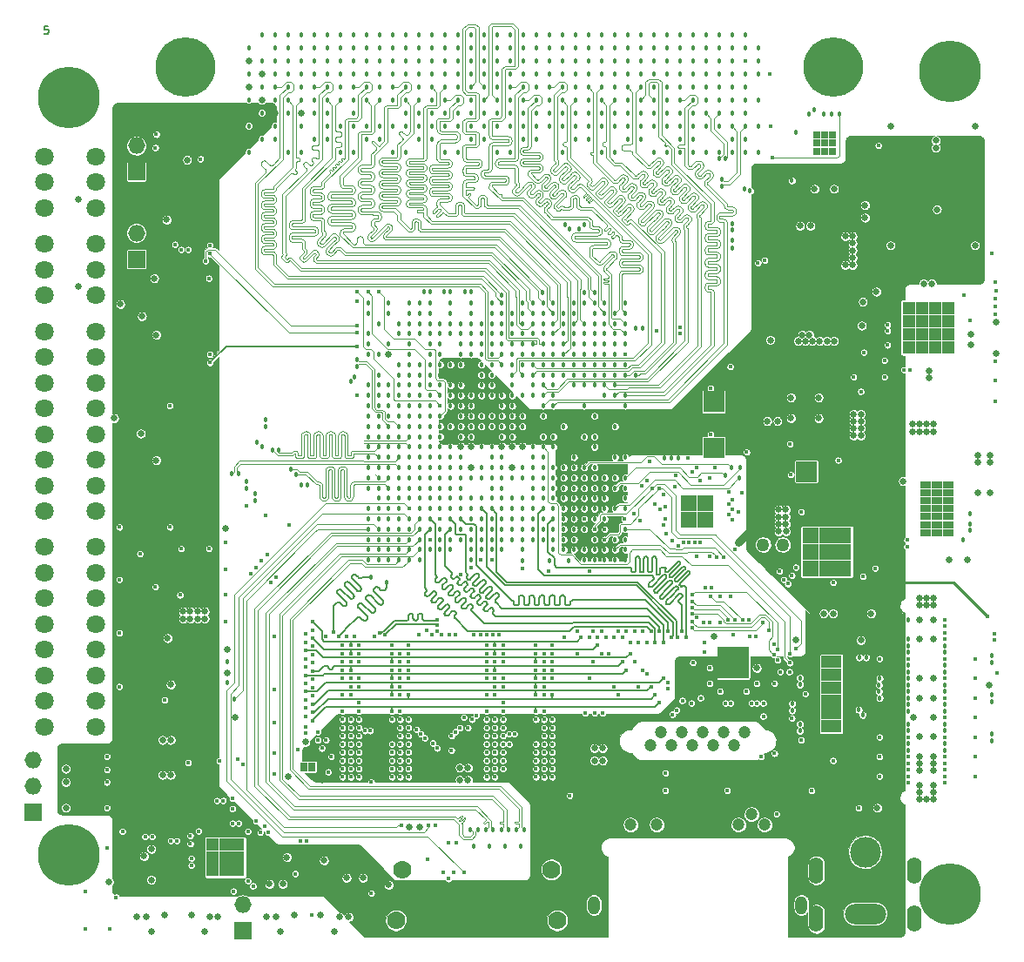
<source format=gbr>
G04 #@! TF.FileFunction,Copper,L5,Inr,Signal*
%FSLAX46Y46*%
G04 Gerber Fmt 4.6, Leading zero omitted, Abs format (unit mm)*
G04 Created by KiCad (PCBNEW 4.0.6) date Mon May 22 11:22:16 2017*
%MOMM*%
%LPD*%
G01*
G04 APERTURE LIST*
%ADD10C,0.101600*%
%ADD11C,0.127000*%
%ADD12R,1.600000X1.600000*%
%ADD13C,1.200000*%
%ADD14O,1.200000X1.800000*%
%ADD15C,1.778000*%
%ADD16R,1.651000X1.651000*%
%ADD17O,1.651000X1.651000*%
%ADD18R,0.750000X0.900000*%
%ADD19R,1.080000X0.780000*%
%ADD20R,1.287500X1.287500*%
%ADD21R,1.000000X1.250000*%
%ADD22R,1.250000X1.250000*%
%ADD23R,1.000000X1.000000*%
%ADD24R,1.500000X1.500000*%
%ADD25R,0.800000X0.800000*%
%ADD26C,5.800000*%
%ADD27C,1.800000*%
%ADD28C,3.000000*%
%ADD29O,1.400000X2.600000*%
%ADD30O,4.000000X2.000000*%
%ADD31C,6.000000*%
%ADD32C,0.635000*%
%ADD33C,0.406400*%
%ADD34C,0.457200*%
%ADD35C,1.270000*%
%ADD36C,0.254000*%
%ADD37C,0.762000*%
%ADD38C,0.088900*%
%ADD39C,0.106680*%
%ADD40C,0.165100*%
%ADD41C,0.147320*%
G04 APERTURE END LIST*
D10*
D11*
X33081429Y-30682714D02*
X32718572Y-30682714D01*
X32682286Y-31045571D01*
X32718572Y-31009286D01*
X32791143Y-30973000D01*
X32972572Y-30973000D01*
X33045143Y-31009286D01*
X33081429Y-31045571D01*
X33117714Y-31118143D01*
X33117714Y-31299571D01*
X33081429Y-31372143D01*
X33045143Y-31408429D01*
X32972572Y-31444714D01*
X32791143Y-31444714D01*
X32718572Y-31408429D01*
X32682286Y-31372143D01*
D12*
X95400000Y-78700000D03*
X97000000Y-78700000D03*
X95400000Y-77100000D03*
X97000000Y-77100000D03*
D13*
X91661000Y-100596000D03*
X93693000Y-100596000D03*
X95725000Y-100596000D03*
X97757000Y-100596000D03*
X99789000Y-100596000D03*
X92677000Y-99326000D03*
X94709000Y-99326000D03*
X96741000Y-99326000D03*
X98773000Y-99326000D03*
X100805000Y-99326000D03*
X89723000Y-108346000D03*
X90993000Y-107326000D03*
X92263000Y-108346000D03*
X100203000Y-108346000D03*
X101473000Y-107326000D03*
X102743000Y-108346000D03*
D14*
X86148000Y-116156000D03*
X106318000Y-116156000D03*
D15*
X67500000Y-112700000D03*
X82000000Y-112700000D03*
X82600000Y-117650000D03*
X66900000Y-117650000D03*
D16*
X31600000Y-107140000D03*
D17*
X31600000Y-104600000D03*
X31600000Y-102060000D03*
D16*
X52000000Y-118640000D03*
D17*
X52000000Y-116100000D03*
D16*
X41656000Y-44831000D03*
D17*
X41656000Y-42291000D03*
D16*
X41656000Y-53340000D03*
D17*
X41656000Y-50800000D03*
D18*
X57925000Y-102700000D03*
X58675000Y-102700000D03*
D19*
X120580000Y-79937000D03*
X119500000Y-79937000D03*
X118420000Y-79937000D03*
X120580000Y-79157000D03*
X120580000Y-78377000D03*
X120580000Y-77597000D03*
X120580000Y-76817000D03*
X120580000Y-76037000D03*
X120580000Y-75257000D03*
X119500000Y-75257000D03*
X119500000Y-76037000D03*
X119500000Y-76817000D03*
X119500000Y-77597000D03*
X119500000Y-78377000D03*
X119500000Y-79157000D03*
X118420000Y-79157000D03*
X118420000Y-78377000D03*
X118420000Y-77597000D03*
X118420000Y-76817000D03*
X118420000Y-76037000D03*
X118420000Y-75257000D03*
D20*
X120631250Y-61931250D03*
X119343750Y-61931250D03*
X118056250Y-61931250D03*
X116768750Y-61931250D03*
X120631250Y-60643750D03*
X119343750Y-60643750D03*
X118056250Y-60643750D03*
X116768750Y-60643750D03*
X120631250Y-59356250D03*
X119343750Y-59356250D03*
X118056250Y-59356250D03*
X116768750Y-59356250D03*
X120631250Y-58068750D03*
X119343750Y-58068750D03*
X118056250Y-58068750D03*
X116768750Y-58068750D03*
D21*
X109720000Y-97506000D03*
X109720000Y-96256000D03*
X109720000Y-98756000D03*
X108720000Y-98756000D03*
X108720000Y-97506000D03*
X108720000Y-96256000D03*
X108720000Y-95006000D03*
X108720000Y-93756000D03*
X108720000Y-92506000D03*
X109720000Y-92506000D03*
X109720000Y-93756000D03*
X109720000Y-95006000D03*
D22*
X49050000Y-110250000D03*
X49050000Y-112750000D03*
X51550000Y-110250000D03*
X50300000Y-112750000D03*
X49050000Y-111500000D03*
X50300000Y-111500000D03*
X51550000Y-111500000D03*
X50300000Y-110250000D03*
X51550000Y-112750000D03*
D23*
X98300000Y-66700000D03*
X98300000Y-67700000D03*
X97300000Y-67700000D03*
X97300000Y-66700000D03*
X98300000Y-71200000D03*
X98300000Y-72200000D03*
X97300000Y-72200000D03*
X97300000Y-71200000D03*
X106300000Y-73500000D03*
X107300000Y-73500000D03*
X107300000Y-74500000D03*
X106300000Y-74500000D03*
D12*
X108800000Y-81800000D03*
X110400000Y-81800000D03*
X110400000Y-83400000D03*
X108800000Y-83400000D03*
X107200000Y-83400000D03*
X107200000Y-81800000D03*
X107200000Y-80200000D03*
X108800000Y-80200000D03*
X110400000Y-80200000D03*
D24*
X98945000Y-93333000D03*
X98945000Y-91833000D03*
X100445000Y-91833000D03*
X100445000Y-93333000D03*
D25*
X109385000Y-42837000D03*
X108585000Y-42837000D03*
X107785000Y-42837000D03*
X107785000Y-42037000D03*
X108585000Y-42037000D03*
X109385000Y-42037000D03*
X109385000Y-41237000D03*
X108585000Y-41237000D03*
X107785000Y-41237000D03*
D26*
X46454300Y-34616700D03*
X109455700Y-34616700D03*
D27*
X32719000Y-67865000D03*
X32719000Y-65365000D03*
X32719000Y-62865000D03*
X32719000Y-60365000D03*
X32719000Y-70365000D03*
X32719000Y-72865000D03*
X32719000Y-75365000D03*
X32719000Y-77865000D03*
X37719000Y-60365000D03*
X37719000Y-62865000D03*
X37719000Y-65365000D03*
X37719000Y-67865000D03*
X37719000Y-70365000D03*
X37719000Y-72865000D03*
X37719000Y-75365000D03*
X37719000Y-77865000D03*
X32719000Y-88820000D03*
X32719000Y-86320000D03*
X32719000Y-83820000D03*
X32719000Y-81320000D03*
X32719000Y-91320000D03*
X32719000Y-93820000D03*
X32719000Y-96320000D03*
X32719000Y-98820000D03*
X37719000Y-81320000D03*
X37719000Y-83820000D03*
X37719000Y-86320000D03*
X37719000Y-88820000D03*
X37719000Y-91320000D03*
X37719000Y-93820000D03*
X37719000Y-96320000D03*
X37719000Y-98820000D03*
X32719000Y-56856000D03*
X32719000Y-54356000D03*
X32719000Y-51856000D03*
X37719000Y-51856000D03*
X37719000Y-54356000D03*
X37719000Y-56856000D03*
X32719000Y-48347000D03*
X32719000Y-45847000D03*
X32719000Y-43347000D03*
X37719000Y-43347000D03*
X37719000Y-45847000D03*
X37719000Y-48347000D03*
D28*
X112522000Y-110998000D03*
D29*
X107772000Y-117498000D03*
X107772000Y-112798000D03*
X117272000Y-117498000D03*
X117272000Y-112798000D03*
D30*
X112522000Y-116998000D03*
D31*
X120810000Y-115090000D03*
X35080000Y-111280000D03*
X120810000Y-35080000D03*
X35080000Y-37620000D03*
D32*
X44700000Y-90200000D03*
D33*
X64500000Y-104200000D03*
X99900000Y-81600004D03*
X113500000Y-83400000D03*
X101300002Y-90000000D03*
X48800000Y-52000000D03*
D32*
X119400000Y-41800000D03*
X119400000Y-42500000D03*
X112500000Y-48100000D03*
X112500000Y-49300000D03*
D33*
X112100000Y-66200000D03*
D32*
X112300000Y-57500000D03*
X113600000Y-56500000D03*
X124700000Y-72400000D03*
X124700000Y-73100000D03*
X123500000Y-73100000D03*
X123500000Y-72400000D03*
X112200000Y-59800000D03*
D33*
X112400000Y-62400000D03*
X114400000Y-64800000D03*
X114400000Y-63200000D03*
D32*
X108000000Y-68800000D03*
X105300000Y-66800000D03*
X108000000Y-66800000D03*
D33*
X124800000Y-52800000D03*
X125200000Y-67200000D03*
X125200000Y-57900000D03*
X125200000Y-57200000D03*
X125200000Y-55600000D03*
X125200000Y-65100000D03*
X125200000Y-63300000D03*
D32*
X125300000Y-62500000D03*
X125300000Y-59500000D03*
D33*
X107315000Y-105029000D03*
D32*
X36000000Y-47500000D03*
X36000000Y-56000000D03*
D33*
X43600000Y-41200000D03*
X125349000Y-93599000D03*
X120269000Y-94107000D03*
X123189079Y-94107556D03*
X120269000Y-96012000D03*
X123190000Y-96012000D03*
X123190000Y-97917000D03*
X120269000Y-97917000D03*
X123190000Y-99822000D03*
X120269000Y-99822000D03*
X123190000Y-101727000D03*
X120269000Y-101727000D03*
X116713000Y-101727000D03*
X113919000Y-101727000D03*
X116713000Y-99822000D03*
X113919000Y-99822000D03*
D32*
X117221000Y-97917000D03*
D34*
X116713000Y-96012000D03*
X113919000Y-96012000D03*
X116713000Y-94107000D03*
X113919000Y-94107000D03*
D33*
X125100000Y-89800000D03*
D32*
X45000000Y-94700000D03*
X50500000Y-93600000D03*
D33*
X72800000Y-110100000D03*
D32*
X68199984Y-108600000D03*
D33*
X70699998Y-108400000D03*
X71500000Y-113000000D03*
X36700000Y-118500000D03*
X39100000Y-118500000D03*
D32*
X34800000Y-106700000D03*
X34800000Y-104200000D03*
X34800000Y-102900000D03*
X51300000Y-97900000D03*
D33*
X57100000Y-113100000D03*
X38800000Y-110600000D03*
D32*
X43100000Y-110700000D03*
X39000000Y-113900000D03*
X43100000Y-113700000D03*
D33*
X40300000Y-109000000D03*
X49734776Y-102126117D03*
D32*
X44200000Y-100100000D03*
X45000000Y-100100000D03*
X56300000Y-111500000D03*
X47000000Y-117100000D03*
X50300000Y-79500000D03*
D33*
X43500000Y-85200000D03*
X45900000Y-86000000D03*
X48700000Y-81500000D03*
X42000000Y-82000000D03*
X46000000Y-81500000D03*
X44900000Y-67600000D03*
X44900000Y-79400000D03*
X48700000Y-55200002D03*
X48800000Y-62600000D03*
D32*
X43400006Y-55200000D03*
X46600000Y-43700000D03*
D34*
X94400000Y-72700000D03*
D33*
X109400000Y-102100000D03*
X103700000Y-101400000D03*
X103900000Y-107300000D03*
X99100000Y-105000000D03*
X106300000Y-100100000D03*
D32*
X123200000Y-40400000D03*
X115000000Y-40400000D03*
X123200000Y-52000000D03*
X115000000Y-52000000D03*
X119500000Y-48500000D03*
X113700000Y-106700000D03*
X106200000Y-50100000D03*
X107200000Y-50100000D03*
X105300000Y-68800000D03*
X73900000Y-104000000D03*
X73100000Y-104000000D03*
D33*
X72300000Y-101100000D03*
X87000000Y-97500000D03*
X86200000Y-97500000D03*
D32*
X86200000Y-102100000D03*
X87000000Y-102100000D03*
D33*
X60600000Y-101700000D03*
X55100000Y-95200000D03*
X55100000Y-90000000D03*
X55100000Y-98400000D03*
X59300000Y-100100000D03*
D32*
X55900000Y-114100000D03*
X54600000Y-114100000D03*
D33*
X64500000Y-115000000D03*
D32*
X62100000Y-113500000D03*
X59600000Y-117100000D03*
D34*
X93000000Y-72700000D03*
X93700000Y-72700000D03*
D32*
X105800000Y-90400000D03*
X108500000Y-87800000D03*
X109400000Y-87800000D03*
X112100000Y-90400000D03*
X113100000Y-87800000D03*
D33*
X93800000Y-80700000D03*
X52400000Y-77300000D03*
D34*
X75200000Y-66600000D03*
X79200000Y-77600000D03*
X73200000Y-74600000D03*
D32*
X74200000Y-73600000D03*
X74200000Y-71600000D03*
D34*
X65200000Y-62600000D03*
X66200000Y-61600000D03*
D33*
X62500000Y-98900000D03*
D32*
X78200000Y-73600000D03*
D34*
X77200000Y-74600000D03*
D32*
X78200000Y-71600000D03*
D34*
X71200000Y-61600000D03*
X75200000Y-69600000D03*
X88200000Y-72600000D03*
X76200000Y-69600000D03*
X78200000Y-69600000D03*
X77200000Y-70600000D03*
X80200000Y-71600000D03*
D33*
X106300004Y-77900000D03*
D34*
X79000000Y-110400000D03*
X77500000Y-110400000D03*
X76000000Y-110400000D03*
X74500000Y-110400000D03*
D33*
X100200000Y-77900000D03*
X112300000Y-84200000D03*
X93300000Y-95100000D03*
X104267000Y-93472000D03*
X94742000Y-96266000D03*
X102616000Y-97790000D03*
X95631000Y-96520000D03*
X98425000Y-86106000D03*
D34*
X66200000Y-78600000D03*
X64200000Y-82600000D03*
X67200000Y-81600000D03*
X82200000Y-76600000D03*
X89200000Y-77600000D03*
X86200000Y-78600000D03*
X87200000Y-81600000D03*
X72200000Y-76600000D03*
D33*
X87600006Y-91700000D03*
X70200000Y-80600000D03*
D34*
X73200000Y-79600000D03*
X76200000Y-78600000D03*
X74200000Y-82600000D03*
X77200000Y-81600000D03*
X83200000Y-79600000D03*
X80200000Y-80600000D03*
X83700000Y-82700000D03*
D33*
X75700000Y-97300000D03*
X82100000Y-90900000D03*
X82100000Y-92500000D03*
X82100000Y-94100000D03*
X75700000Y-90900000D03*
X75700000Y-92500000D03*
X75700000Y-94100000D03*
X81300000Y-97300000D03*
X82100000Y-98900000D03*
X82100000Y-100500000D03*
X81300000Y-100500000D03*
X82100000Y-101300000D03*
X80500000Y-102900000D03*
X82100000Y-102900000D03*
X75700000Y-103700000D03*
X75700000Y-102900000D03*
X76500000Y-101300000D03*
X76500000Y-100500000D03*
X75700000Y-99700000D03*
X76500000Y-98900000D03*
X75700000Y-98900000D03*
X61700000Y-97300000D03*
X68100000Y-90900000D03*
X68100000Y-92500000D03*
X68100000Y-94100000D03*
X67300000Y-97300000D03*
X66500000Y-102900000D03*
X68100000Y-101300000D03*
X67300000Y-100500000D03*
X68100000Y-100500000D03*
X68100000Y-98900000D03*
X68100000Y-102900000D03*
X61700000Y-90900000D03*
X61700000Y-92500000D03*
X61700000Y-94100000D03*
X61700000Y-98900000D03*
X61700000Y-99700000D03*
X61700000Y-103700000D03*
X61700000Y-102900000D03*
X62500000Y-100500000D03*
X62500000Y-101300000D03*
D34*
X60198000Y-41656000D03*
X76200000Y-75600000D03*
X85200000Y-75600000D03*
X88200000Y-74600000D03*
X72200000Y-73600000D03*
X76200000Y-73600000D03*
X81200000Y-73600000D03*
X84200000Y-72600000D03*
X77200000Y-72600000D03*
X73200000Y-72600000D03*
X72200000Y-71600000D03*
X76200000Y-71600000D03*
X73200000Y-70600000D03*
X72200000Y-69600000D03*
X74200000Y-69600000D03*
X83200000Y-69600000D03*
X86200000Y-68600000D03*
X79200000Y-68600000D03*
X77200000Y-68600000D03*
X75200000Y-68600000D03*
X73200000Y-68600000D03*
X78200000Y-67600000D03*
X74200000Y-67600000D03*
X67200000Y-59600000D03*
X69200000Y-59600000D03*
X71200000Y-59600000D03*
X65200000Y-59600000D03*
X64200000Y-57600000D03*
X66200000Y-57600000D03*
X68200000Y-57600000D03*
X70200000Y-57600000D03*
X72200000Y-57600000D03*
X89200000Y-67600000D03*
X73200000Y-59600000D03*
X75200000Y-59600000D03*
X74200000Y-57600000D03*
X76199718Y-57600000D03*
X76200000Y-58600000D03*
X76199718Y-59600000D03*
X76199718Y-60600000D03*
X76200000Y-61600000D03*
X74200000Y-61600000D03*
X70200000Y-61600000D03*
X68200000Y-61600000D03*
X64200000Y-61600000D03*
X70200000Y-64600000D03*
X67200000Y-63600000D03*
X69200000Y-63600000D03*
X70200000Y-63600000D03*
X71200000Y-63600000D03*
X72200000Y-63600000D03*
X73200000Y-63600000D03*
X75200000Y-63600000D03*
X73200000Y-66600000D03*
X76200000Y-65600000D03*
X82200000Y-66600000D03*
X77200000Y-66600000D03*
X79200000Y-66600000D03*
X78200000Y-65600000D03*
X85200000Y-65600000D03*
X76200000Y-63600000D03*
X76200000Y-62600000D03*
X81200000Y-63600000D03*
X88200000Y-64600000D03*
X87200000Y-61600000D03*
X84200000Y-62600000D03*
X77200000Y-61600000D03*
X80200000Y-60600000D03*
X83200000Y-59600000D03*
X86200000Y-58600000D03*
X89200000Y-57600000D03*
X79200000Y-57600000D03*
X70200000Y-65600000D03*
X69200000Y-65600000D03*
X68200000Y-65600000D03*
X67200000Y-65600000D03*
X66200000Y-65600000D03*
X65200000Y-65600000D03*
X64200000Y-65600000D03*
X68200000Y-74600000D03*
X69200000Y-77600000D03*
X65200000Y-75600000D03*
X70200000Y-70600000D03*
X64200000Y-72600000D03*
X67200000Y-71600000D03*
X69200000Y-67600000D03*
X66200000Y-68600000D03*
X98298000Y-40386000D03*
X86868000Y-42926000D03*
X88138000Y-42926000D03*
X61468000Y-42926000D03*
X93218000Y-32766000D03*
X53848000Y-31496000D03*
X57658000Y-31496000D03*
X61468000Y-31496000D03*
X65278000Y-31496000D03*
X69088000Y-31496000D03*
X72898000Y-31496000D03*
X76708000Y-31496000D03*
X80518000Y-31496000D03*
X84328000Y-31496000D03*
X88138000Y-31496000D03*
X91948000Y-31496000D03*
X95758000Y-31496000D03*
X52578000Y-42926000D03*
X56388000Y-42926000D03*
X57658000Y-42926000D03*
X62738000Y-42926000D03*
X66548000Y-42926000D03*
X67818000Y-42926000D03*
X71628000Y-42926000D03*
X72898000Y-42926000D03*
X76708000Y-42926000D03*
X77978000Y-42926000D03*
X83058000Y-42926000D03*
X91948000Y-42926000D03*
X93218000Y-42926000D03*
X97028000Y-42926000D03*
X98298000Y-42926000D03*
X102108000Y-42926000D03*
X100838000Y-41656000D03*
X99568000Y-41656000D03*
X95758000Y-41656000D03*
X94488000Y-41656000D03*
X90678000Y-41656000D03*
X89408000Y-41656000D03*
X85598000Y-41656000D03*
X84328000Y-41656000D03*
X80518000Y-41656000D03*
X79248000Y-41656000D03*
X75438000Y-41656000D03*
X74168000Y-41656000D03*
X70358000Y-41656000D03*
X69088000Y-41656000D03*
X65278000Y-41656000D03*
X64008000Y-41656000D03*
X58928000Y-41656000D03*
X55118000Y-41656000D03*
X53848000Y-41656000D03*
X52578000Y-40386000D03*
X55118000Y-40386000D03*
X57658000Y-40386000D03*
X60198000Y-40386000D03*
X61468000Y-40386000D03*
X62738000Y-40386000D03*
X66548000Y-40386000D03*
X67818000Y-40386000D03*
X71628000Y-40386000D03*
X72898000Y-40386000D03*
X76708000Y-40386000D03*
X77978000Y-40386000D03*
X81788000Y-40386000D03*
X83058000Y-40386000D03*
X86868000Y-40386000D03*
X88138000Y-40386000D03*
X91948000Y-40386000D03*
X93218000Y-40386000D03*
X97028000Y-40386000D03*
X102108000Y-40386000D03*
X100838000Y-39116000D03*
X99568000Y-39116000D03*
X95758000Y-39116000D03*
X94488000Y-39116000D03*
X90678000Y-39116000D03*
X86868000Y-39116000D03*
X83058000Y-39116000D03*
X79248000Y-39116000D03*
X75438000Y-39116000D03*
X71628000Y-39116000D03*
X67818000Y-39116000D03*
X58928000Y-39116000D03*
X56388000Y-39116000D03*
X53848000Y-39116000D03*
X52578000Y-37846000D03*
X55118000Y-37846000D03*
X58928000Y-37846000D03*
X62738000Y-37846000D03*
X66548000Y-37846000D03*
X70358000Y-37846000D03*
X74168000Y-37846000D03*
X77978000Y-37846000D03*
X81788000Y-37846000D03*
X85598000Y-37846000D03*
X89408000Y-37846000D03*
X93218000Y-37846000D03*
X97028000Y-37846000D03*
X98298000Y-37846000D03*
X102108000Y-37846000D03*
X100838000Y-36576000D03*
X99568000Y-36576000D03*
X95758000Y-36576000D03*
X84328000Y-36576000D03*
X80518000Y-36576000D03*
X76708000Y-36576000D03*
X72898000Y-36576000D03*
X69088000Y-36576000D03*
X65278000Y-36576000D03*
X61468000Y-36576000D03*
X57658000Y-36576000D03*
X53848000Y-36576000D03*
X52578000Y-35306000D03*
X55118000Y-35306000D03*
X58928000Y-35306000D03*
X62738000Y-35306000D03*
X66548000Y-35306000D03*
X70358000Y-35306000D03*
X74168000Y-35306000D03*
X77978000Y-35306000D03*
X81788000Y-35306000D03*
X85598000Y-35306000D03*
X89408000Y-35306000D03*
X93218000Y-35306000D03*
X88138000Y-36576000D03*
X91948000Y-36576000D03*
X97028000Y-35306000D03*
X98298000Y-35306000D03*
X102108000Y-35306000D03*
X99568000Y-34036000D03*
X95758000Y-34036000D03*
X91948000Y-34036000D03*
X88138000Y-34036000D03*
X84328000Y-34036000D03*
X80518000Y-34036000D03*
X76708000Y-34036000D03*
X72898000Y-34036000D03*
X69088000Y-34036000D03*
X65278000Y-34036000D03*
X61468000Y-34036000D03*
X57658000Y-34036000D03*
X53848000Y-34036000D03*
X52578000Y-32766000D03*
X55118000Y-32766000D03*
X58928000Y-32766000D03*
X62738000Y-32766000D03*
X66548000Y-32766000D03*
X70358000Y-32766000D03*
X74168000Y-32766000D03*
X77978000Y-32766000D03*
X81788000Y-32766000D03*
X85598000Y-32766000D03*
X89408000Y-32766000D03*
X97028000Y-32766000D03*
X98298000Y-32766000D03*
X102108000Y-32766000D03*
X100838000Y-31496000D03*
X99568000Y-31496000D03*
X77200000Y-69600000D03*
D32*
X44600000Y-49500000D03*
X42400000Y-111400000D03*
X112100000Y-68400000D03*
X111400000Y-68400000D03*
X112100000Y-70500000D03*
X112100000Y-69800000D03*
X112100000Y-69100000D03*
X111400000Y-70500000D03*
X111400000Y-69800000D03*
X111400000Y-69100000D03*
D33*
X122100000Y-56800000D03*
D32*
X73900000Y-102800000D03*
X73100000Y-102800000D03*
X86200000Y-100900000D03*
X87000000Y-100900000D03*
D33*
X57400000Y-101000000D03*
D34*
X74200000Y-77600000D03*
X77200000Y-76600000D03*
D33*
X71200000Y-78600000D03*
D34*
X75200000Y-80600000D03*
X81200000Y-78600000D03*
X78200000Y-79600000D03*
X72200000Y-81600000D03*
X79200000Y-82700000D03*
X82200000Y-81600000D03*
D33*
X76500000Y-95700000D03*
X82100000Y-91700000D03*
X82100000Y-93300000D03*
X81300000Y-95700000D03*
X75700000Y-91700000D03*
X75700000Y-93300000D03*
X81300000Y-98100000D03*
X82100000Y-99700000D03*
X81300000Y-101300000D03*
X82100000Y-102100000D03*
X81300000Y-102900000D03*
X82100000Y-103700000D03*
X76500000Y-103700000D03*
X75700000Y-102100000D03*
X75700000Y-101300000D03*
X75700000Y-100500000D03*
X77300000Y-98900000D03*
X75700000Y-98100000D03*
X62500000Y-95700000D03*
X68100000Y-91700000D03*
X68100000Y-93300000D03*
X67300000Y-95700000D03*
X67300000Y-101300000D03*
X68100000Y-99700000D03*
X67300000Y-98100000D03*
X67300000Y-102900000D03*
X68100000Y-102100000D03*
X68100000Y-103700000D03*
X61700000Y-91700000D03*
X61700000Y-93300000D03*
X63300000Y-98900000D03*
X62500000Y-103700000D03*
X61700000Y-102100000D03*
X61700000Y-98100000D03*
X61700000Y-101300000D03*
X61700000Y-100500000D03*
D32*
X58100000Y-100300000D03*
D33*
X60300000Y-103200000D03*
X76500000Y-94100000D03*
X82100000Y-98100000D03*
X68100000Y-98100000D03*
X62500000Y-94100000D03*
D34*
X78200000Y-77600000D03*
X80200000Y-77600000D03*
D32*
X124700000Y-76100000D03*
X123500000Y-76100000D03*
X122500000Y-82600000D03*
X120700000Y-82600000D03*
X119200004Y-105900004D03*
X119200000Y-105200000D03*
X119200000Y-104500000D03*
X119200004Y-103100000D03*
X119200000Y-102400000D03*
X119200000Y-101700000D03*
X119200002Y-99800000D03*
X119200000Y-97900000D03*
X119200000Y-96000000D03*
X119200000Y-94100000D03*
X119200000Y-90300000D03*
X119199996Y-88400000D03*
X119200000Y-87000000D03*
X119200000Y-86300000D03*
X118500000Y-86300000D03*
X117800000Y-86300000D03*
X118500000Y-87000000D03*
X117800000Y-87000000D03*
X118500000Y-105900018D03*
X117800000Y-105900000D03*
X117800000Y-105200000D03*
X117800000Y-104500000D03*
X117800000Y-103100000D03*
X117800000Y-102400000D03*
X117800000Y-101700000D03*
X117800000Y-99800000D03*
X117800000Y-88400000D03*
X117800000Y-90300000D03*
X117800000Y-94100000D03*
X117800000Y-96000000D03*
X118700000Y-64900000D03*
X118700000Y-64200000D03*
X119000000Y-55700000D03*
X118200000Y-55700000D03*
X122800004Y-61700000D03*
X124587000Y-94742006D03*
D33*
X72000000Y-110100000D03*
D32*
X69200004Y-108600000D03*
X44200000Y-103500000D03*
X45000000Y-103500000D03*
D33*
X93100000Y-103300000D03*
D32*
X66200000Y-114200000D03*
D33*
X116586000Y-81280000D03*
D34*
X122700000Y-78100000D03*
D32*
X59700000Y-104000000D03*
X100200000Y-80900000D03*
X122900000Y-46300000D03*
X122900000Y-45600000D03*
X122900000Y-44900000D03*
X122900000Y-44200000D03*
X122200000Y-44200000D03*
X122200000Y-44900000D03*
X122200000Y-45600000D03*
X122200000Y-46300000D03*
D33*
X98600000Y-64700000D03*
X112649000Y-80772000D03*
X124400000Y-88100000D03*
D32*
X46700000Y-106100000D03*
X44500000Y-91300000D03*
X44700000Y-98200000D03*
X48200000Y-54500000D03*
X34800000Y-101600000D03*
X41200000Y-109600000D03*
D33*
X53600000Y-110600000D03*
X44900000Y-83408802D03*
X39600000Y-83400000D03*
D32*
X45400000Y-43700000D03*
D33*
X105900000Y-107300000D03*
X103649802Y-92837000D03*
D34*
X109500000Y-90392800D03*
X106600000Y-93400000D03*
X106200000Y-96000000D03*
X106200000Y-97900000D03*
X108400000Y-100900000D03*
X110000000Y-100900000D03*
D33*
X98100000Y-65895182D03*
X98100000Y-70395180D03*
X50300000Y-114800000D03*
X58000000Y-101000000D03*
D32*
X56400000Y-103700000D03*
D33*
X92200000Y-60300000D03*
X105300000Y-72800000D03*
X96500000Y-80900000D03*
X96000000Y-80900000D03*
X110700000Y-84800000D03*
X94700000Y-92700000D03*
D34*
X109474000Y-44831000D03*
X111378996Y-42291000D03*
X89200000Y-82600000D03*
X88200000Y-79600000D03*
X85200000Y-80600000D03*
X72200000Y-70600000D03*
X72200000Y-68600000D03*
X111633000Y-95631000D03*
X73200000Y-64600000D03*
X72200000Y-64600000D03*
X71200000Y-64600000D03*
X74200000Y-63600000D03*
X62738000Y-39116000D03*
D32*
X57658000Y-39116000D03*
X55118000Y-39116000D03*
X53848000Y-40386000D03*
X52578000Y-39116000D03*
X116205000Y-74930000D03*
X103300000Y-61200000D03*
X103000000Y-69100000D03*
X104000000Y-69100000D03*
D35*
X104500000Y-81100000D03*
X102600000Y-81100002D03*
D32*
X104800000Y-77700000D03*
X104800000Y-78400000D03*
X104800000Y-79100000D03*
X104817400Y-79800000D03*
X104100000Y-79800000D03*
X104100000Y-79100000D03*
X104100000Y-78400000D03*
X104100000Y-77700000D03*
X73200000Y-71600000D03*
X66200000Y-62600000D03*
X79200000Y-71600000D03*
X77200000Y-71600000D03*
D34*
X76200000Y-68600000D03*
X79200000Y-73600000D03*
X80200000Y-66600000D03*
X76200000Y-74600000D03*
X74200000Y-74600000D03*
X73200000Y-73600000D03*
X75200000Y-73600000D03*
X77200000Y-73600000D03*
X76200000Y-72600000D03*
X72200000Y-72600000D03*
X75200000Y-71600000D03*
X74200000Y-70600000D03*
X73200000Y-69600000D03*
X79200000Y-69600000D03*
X78200000Y-68600000D03*
X74200000Y-68600000D03*
X77200000Y-67600000D03*
X73200000Y-67600000D03*
X69200000Y-60600000D03*
X73200000Y-60600000D03*
X75200000Y-60600000D03*
X68200000Y-62600000D03*
X70200000Y-62600000D03*
X74200000Y-62600000D03*
X69200000Y-64600000D03*
X65200000Y-64600000D03*
X67200000Y-64600000D03*
D33*
X96900000Y-90600000D03*
X97400000Y-94600000D03*
X101900000Y-90000000D03*
X99700000Y-89900000D03*
D32*
X117100000Y-69400000D03*
X117800000Y-69400000D03*
X118500000Y-69400000D03*
X117100000Y-70100000D03*
X117800000Y-70100000D03*
X118500000Y-70100000D03*
X119200000Y-69400000D03*
X119200000Y-70100000D03*
D34*
X64200000Y-60600000D03*
D32*
X101981000Y-93091000D03*
D33*
X101981000Y-94615000D03*
D34*
X64200000Y-58600000D03*
X71200000Y-60600000D03*
X67200000Y-60600000D03*
X70200000Y-58600000D03*
X68200000Y-58600000D03*
X66200000Y-58600000D03*
X72200000Y-58600000D03*
X74200000Y-58600000D03*
X64200000Y-62600000D03*
X68200000Y-63600000D03*
D33*
X105400000Y-98000000D03*
X105300000Y-74300000D03*
X101000000Y-72100000D03*
D32*
X110600000Y-51100000D03*
X111300000Y-51100000D03*
X111300000Y-51800000D03*
X111300000Y-52500000D03*
X111300000Y-53200000D03*
X111300000Y-53900000D03*
X110600000Y-53900000D03*
D33*
X116900000Y-64100000D03*
D34*
X75200000Y-74600000D03*
X79200000Y-74600000D03*
X75200000Y-65600000D03*
X76200000Y-64600000D03*
X71200000Y-62600000D03*
D33*
X99400000Y-86100000D03*
X100500006Y-76100000D03*
X99300000Y-78200000D03*
X99300000Y-76000000D03*
X99300000Y-77200000D03*
X94000000Y-75500000D03*
X93100000Y-77400000D03*
X93100000Y-78600000D03*
D32*
X97790000Y-89997898D03*
D34*
X107600000Y-38800000D03*
X87200000Y-76600000D03*
X84200000Y-77600000D03*
X73200000Y-75600000D03*
X77200000Y-75600000D03*
X83200000Y-74600000D03*
X80200000Y-74600000D03*
X86200000Y-73600000D03*
X72200000Y-66600000D03*
X73200000Y-65600000D03*
X74200000Y-66600000D03*
X76200000Y-66600000D03*
X78200000Y-66600000D03*
X78200000Y-70600000D03*
D33*
X55100000Y-103400000D03*
D32*
X48300000Y-87600000D03*
X47600000Y-87600000D03*
X46900000Y-87600000D03*
X46200000Y-87600000D03*
X46200000Y-88300000D03*
X48300000Y-88300000D03*
X47600000Y-88300000D03*
X46900000Y-88300000D03*
X50500000Y-91300000D03*
D34*
X65200000Y-80600000D03*
X68200000Y-79600000D03*
X69200000Y-82600000D03*
X70200000Y-75600000D03*
X64200000Y-77600000D03*
X67200000Y-76600000D03*
X69200000Y-72600000D03*
X66200000Y-73600000D03*
X65200000Y-70600000D03*
X68200000Y-69600000D03*
X67200000Y-66600000D03*
X64200000Y-67600000D03*
D32*
X53848000Y-35306000D03*
X53848000Y-37846000D03*
X52578000Y-36576000D03*
X52578000Y-34036000D03*
D33*
X125200000Y-58700000D03*
X114700000Y-61700000D03*
D32*
X122800000Y-60677697D03*
D34*
X69200000Y-58600000D03*
X105410000Y-97231200D03*
X69200000Y-57600000D03*
X105410000Y-96570800D03*
D32*
X44400000Y-117100000D03*
X107100000Y-60700000D03*
X106400000Y-60700000D03*
X109500004Y-61300000D03*
X108800000Y-61300000D03*
X108100000Y-61300000D03*
X107400000Y-61300000D03*
X106700000Y-61300000D03*
X106000002Y-61300000D03*
D33*
X97500000Y-65895188D03*
X97506444Y-70395183D03*
X89200000Y-62600000D03*
D34*
X85200000Y-67600000D03*
X89200000Y-72600000D03*
X82200000Y-71600000D03*
X85200000Y-70600000D03*
X88200000Y-69600000D03*
X81200000Y-68600000D03*
X87200000Y-66600000D03*
X80200000Y-65600000D03*
X83200000Y-64600000D03*
X79200000Y-62600000D03*
X86200000Y-63600000D03*
X82200000Y-61600000D03*
X85200000Y-60600000D03*
X81200000Y-58600000D03*
X88200000Y-59600000D03*
X84200000Y-57600000D03*
X78200000Y-59600000D03*
X82200000Y-74600000D03*
D32*
X57000000Y-117100000D03*
D33*
X96100000Y-82200000D03*
X96520000Y-96012000D03*
X102616000Y-96520000D03*
X98425000Y-95377000D03*
X100965000Y-95377000D03*
X97409000Y-93091000D03*
D34*
X98298000Y-43561000D03*
X97028000Y-39116000D03*
D33*
X94550000Y-60000000D03*
D34*
X75200000Y-61600000D03*
X98933000Y-43561000D03*
X98298000Y-39116000D03*
X75200000Y-62600000D03*
D33*
X94550000Y-60600000D03*
X68200000Y-77600000D03*
X73500000Y-113000000D03*
D34*
X64200000Y-75600000D03*
X102108000Y-34036000D03*
D33*
X114700000Y-60300000D03*
X105200000Y-71300000D03*
X98100000Y-82300000D03*
X72000000Y-113600000D03*
X43200000Y-109500000D03*
X51500000Y-102000000D03*
X51000000Y-108200000D03*
D34*
X88200000Y-81600000D03*
D33*
X114700000Y-59700000D03*
X109900000Y-72900000D03*
X98800000Y-82300000D03*
X72500000Y-113000002D03*
X42500000Y-109500000D03*
X52000000Y-102500000D03*
X51600000Y-108200000D03*
D34*
X89200000Y-79600000D03*
D33*
X99400000Y-63800000D03*
X89096756Y-78603244D03*
D34*
X60198000Y-39116000D03*
D33*
X103300000Y-40400000D03*
X99600000Y-78700000D03*
X90800000Y-75400000D03*
D34*
X85200000Y-82600000D03*
D33*
X97400000Y-82200000D03*
X58700000Y-117100000D03*
X95758000Y-92583006D03*
X97000000Y-85300000D03*
D34*
X85200000Y-79600000D03*
D32*
X49600000Y-117300000D03*
X48800000Y-117300000D03*
X48300000Y-118700000D03*
X43100000Y-118700000D03*
X41700000Y-117300000D03*
X42600000Y-117300000D03*
X63700000Y-113500000D03*
X55200000Y-117300000D03*
X54300000Y-117300000D03*
X55700000Y-118700000D03*
X60899986Y-118700000D03*
X61400000Y-117300000D03*
X62300000Y-117300000D03*
D33*
X116713000Y-104267000D03*
X123190000Y-103632000D03*
X120269000Y-103632000D03*
X113919000Y-103632000D03*
X116713000Y-103632000D03*
X116713000Y-102997000D03*
X116713000Y-102362000D03*
D34*
X120269000Y-101092000D03*
X116713000Y-101092000D03*
X120269000Y-100457000D03*
X116713000Y-100457000D03*
X112268000Y-97663000D03*
X111887000Y-97155000D03*
X120269000Y-97282000D03*
X116713000Y-97282000D03*
X120269000Y-96647000D03*
X116713000Y-96647000D03*
X113871798Y-95377000D03*
X113871776Y-94742000D03*
X120269000Y-93472000D03*
X116713000Y-93472000D03*
X120269000Y-92837000D03*
X116713000Y-92837000D03*
X112606278Y-92067004D03*
X111945878Y-92067004D03*
X116713000Y-90297000D03*
X116713000Y-88392000D03*
D33*
X120269000Y-102997000D03*
X120269000Y-104267000D03*
X120269000Y-102362000D03*
X120269000Y-90297000D03*
D34*
X120269000Y-90932000D03*
X116713000Y-90932000D03*
D33*
X105800000Y-91200000D03*
X102100000Y-53700000D03*
X120269000Y-89026998D03*
X100838000Y-34036000D03*
X91800000Y-75600000D03*
D34*
X65278000Y-40386000D03*
D33*
X86200000Y-79600000D03*
X120269000Y-88391992D03*
X105200000Y-91700000D03*
X102752255Y-53431700D03*
X120269000Y-89662015D03*
X103251000Y-35306000D03*
X92500000Y-75600000D03*
D34*
X64008000Y-40386000D03*
D33*
X87200000Y-80600000D03*
D34*
X120269000Y-98552000D03*
X116713000Y-98552000D03*
X124841000Y-99491800D03*
X124841000Y-100152200D03*
X120269000Y-99187000D03*
X116713000Y-99187000D03*
X124841000Y-96342200D03*
X120269000Y-94742000D03*
X116713000Y-94742000D03*
X120269000Y-95377000D03*
X116713000Y-95377000D03*
X124841000Y-95681800D03*
X124841000Y-92532200D03*
X124841000Y-91871800D03*
X120269000Y-91567000D03*
X116713000Y-91567000D03*
D33*
X70000000Y-111700000D03*
D34*
X68200000Y-82600000D03*
X79355600Y-108800000D03*
X74144400Y-108800000D03*
X69200000Y-79600000D03*
X74855600Y-108800000D03*
X69200000Y-78600000D03*
X68200000Y-80600000D03*
X75644400Y-108800000D03*
X69200000Y-80600000D03*
X76355600Y-108800000D03*
X68200000Y-81600000D03*
X77144400Y-108800000D03*
X69200000Y-81600000D03*
X77855600Y-108800000D03*
X67200000Y-82600000D03*
X78644400Y-108800000D03*
D33*
X125300000Y-56400000D03*
X122700000Y-59300000D03*
X93200000Y-80000000D03*
X87200000Y-79600000D03*
D34*
X99600000Y-49900000D03*
X100838000Y-42926000D03*
X71600000Y-56500000D03*
X72200000Y-60600000D03*
X100838000Y-37846000D03*
X87200000Y-64600000D03*
X99600000Y-50500000D03*
X72200000Y-56500000D03*
X72200000Y-59600000D03*
X99568000Y-42926000D03*
X99568000Y-37846000D03*
X87200000Y-63600000D03*
X86200000Y-62600000D03*
X98298000Y-36576000D03*
X87200000Y-62600000D03*
X97028000Y-36576000D03*
X99600000Y-51500000D03*
X73600000Y-56500000D03*
X74200000Y-60600000D03*
X95758000Y-40386000D03*
X100800000Y-46500000D03*
X95758000Y-42926000D03*
X69600000Y-56500000D03*
X70200000Y-60600000D03*
X95758000Y-37846000D03*
X81200000Y-67600000D03*
X62900000Y-64800000D03*
X67200000Y-68600000D03*
X95758000Y-35306000D03*
X95758000Y-32766000D03*
X83200000Y-60600000D03*
X99600000Y-52300000D03*
X74200000Y-56500000D03*
X74200000Y-59600000D03*
X94488000Y-40386000D03*
X101318835Y-46707534D03*
X94488000Y-42926000D03*
X70200000Y-56500000D03*
X70200000Y-59600000D03*
X94488000Y-37846000D03*
X82200000Y-67600000D03*
X94488000Y-36576000D03*
X85200000Y-57600000D03*
X62500000Y-65200000D03*
X66200000Y-67600000D03*
X94488000Y-35306000D03*
X94488000Y-34036000D03*
X70200000Y-66600000D03*
X94488000Y-32766000D03*
X84200000Y-60600000D03*
X94488000Y-31496000D03*
X83200000Y-58600000D03*
X63098350Y-63119000D03*
X67200000Y-69600000D03*
X93218000Y-39116000D03*
X93218000Y-36576000D03*
X85200000Y-56600000D03*
X93218000Y-34036000D03*
X69200000Y-66600000D03*
X93218000Y-31496000D03*
X84200000Y-58600000D03*
X63098350Y-63754000D03*
X66200000Y-69600000D03*
X91948000Y-39116000D03*
X91948000Y-37846000D03*
X88200000Y-66600000D03*
X91948000Y-35306000D03*
X68200000Y-67600000D03*
X91948000Y-32766000D03*
X81200000Y-64600000D03*
X90678000Y-40386000D03*
X65200000Y-66600000D03*
X90678000Y-37846000D03*
X89200000Y-66600000D03*
X87200000Y-65600000D03*
X90678000Y-36576000D03*
X90678000Y-35306000D03*
X68200000Y-66600000D03*
X90678000Y-34036000D03*
X70200000Y-68600000D03*
X90678000Y-32766000D03*
X82200000Y-64600000D03*
X90678000Y-31496000D03*
X86200000Y-65600000D03*
X89408000Y-40386000D03*
X66200000Y-66600000D03*
X89408000Y-39116000D03*
X65200000Y-67600000D03*
X88200000Y-65600000D03*
X89408000Y-36576000D03*
X89408000Y-34036000D03*
X70200000Y-67600000D03*
X89408000Y-31496000D03*
X86200000Y-64600000D03*
X88138000Y-39116000D03*
X64200000Y-66600000D03*
X81200000Y-66600000D03*
X88138000Y-37846000D03*
X88138000Y-35306000D03*
X69200000Y-69600000D03*
X84200000Y-65600000D03*
X88138000Y-32766000D03*
X81200000Y-65600000D03*
X86868000Y-37846000D03*
X90200000Y-64600000D03*
X86868000Y-36576000D03*
X86868000Y-35306000D03*
X69200000Y-68600000D03*
X86868000Y-34036000D03*
X71200000Y-69600000D03*
X85200000Y-64600000D03*
X86868000Y-32766000D03*
X86868000Y-31496000D03*
X88200000Y-63600000D03*
X83347780Y-49946780D03*
X85181220Y-49946780D03*
X85598000Y-40386000D03*
X69200000Y-71600000D03*
X85598000Y-39116000D03*
X68200000Y-68600000D03*
X89200000Y-64600000D03*
X85598000Y-36576000D03*
X85598000Y-34036000D03*
X70200000Y-69600000D03*
X89200000Y-63600000D03*
X85598000Y-31496000D03*
X83784220Y-50383220D03*
X84744780Y-50383220D03*
X69200000Y-70600000D03*
X84328000Y-40386000D03*
X84328000Y-39116000D03*
X67200000Y-67600000D03*
X80200000Y-64600000D03*
X84328000Y-37846000D03*
X71200000Y-72600000D03*
X84328000Y-35306000D03*
X88200000Y-62600000D03*
X84328000Y-32766000D03*
X80200000Y-63600000D03*
X83058000Y-37846000D03*
X78200000Y-64600000D03*
X83058000Y-36576000D03*
X71200000Y-71600000D03*
X83058000Y-35306000D03*
X83058000Y-34036000D03*
X70200000Y-73600000D03*
X89200000Y-61600000D03*
X83058000Y-32766000D03*
X90866704Y-60090600D03*
X79200000Y-61600000D03*
X83058000Y-31496000D03*
X81788000Y-39116000D03*
X65200000Y-68600000D03*
X79200000Y-64600000D03*
X81788000Y-36576000D03*
X81788000Y-34036000D03*
X69200000Y-73600000D03*
X90219004Y-60090600D03*
X79200000Y-60600000D03*
X81788000Y-31496000D03*
X80518000Y-40386000D03*
X65200000Y-69600000D03*
X80518000Y-39116000D03*
X64200000Y-68600000D03*
X80518000Y-37846000D03*
X88200000Y-58600000D03*
X80518000Y-35306000D03*
X70200000Y-74600000D03*
X88200000Y-61600000D03*
X80518000Y-32766000D03*
X79248000Y-40386000D03*
X64200000Y-69600000D03*
X79248000Y-37846000D03*
X89200000Y-58600000D03*
X89200000Y-60600000D03*
X79248000Y-36576000D03*
X79248000Y-35306000D03*
X69200000Y-74600000D03*
X79248000Y-34036000D03*
X71200000Y-74600000D03*
X88200000Y-60600000D03*
X79248000Y-32766000D03*
X87200000Y-60600000D03*
X79248000Y-31496000D03*
X54241700Y-68961000D03*
X77978000Y-39116000D03*
X66200000Y-76600000D03*
X89200000Y-59600000D03*
X77978000Y-36576000D03*
X77978000Y-34036000D03*
X71200000Y-75600000D03*
X87200000Y-59600000D03*
X77978000Y-31496000D03*
X54229000Y-69596000D03*
X76708000Y-39116000D03*
X66200000Y-77600000D03*
X76708000Y-37846000D03*
X87200000Y-58600000D03*
X76708000Y-35306000D03*
X64200000Y-71600000D03*
X86200000Y-60600000D03*
X76708000Y-32766000D03*
X67200000Y-79600000D03*
X53900000Y-71600000D03*
X75438000Y-40386000D03*
X75438000Y-37846000D03*
X87200000Y-57600000D03*
X86200000Y-57600000D03*
X75438000Y-36576000D03*
X75438000Y-35306000D03*
X64200000Y-70600000D03*
X75438000Y-34036000D03*
X70200000Y-72600000D03*
X86200000Y-59600000D03*
X75438000Y-32766000D03*
X75438000Y-31496000D03*
X85200000Y-62600000D03*
X67200000Y-80600000D03*
X53385082Y-71114918D03*
X74168000Y-40386000D03*
X74168000Y-39116000D03*
X68200000Y-73600000D03*
X86200000Y-56600000D03*
X74168000Y-36576000D03*
X74168000Y-34036000D03*
X70200000Y-71600000D03*
X74168000Y-31496000D03*
X86200000Y-61600000D03*
X72898000Y-39116000D03*
X68200000Y-72600000D03*
X72898000Y-37846000D03*
X84200000Y-59600000D03*
X72897992Y-35306000D03*
X71200000Y-76600000D03*
X72898000Y-32766000D03*
X84200000Y-61600000D03*
X71628000Y-37846000D03*
X85200000Y-59600000D03*
X83200000Y-62600000D03*
X71628000Y-36576000D03*
X71628000Y-35306000D03*
X70200000Y-76600000D03*
X71628000Y-34036000D03*
X65200000Y-76600000D03*
X71628000Y-32766000D03*
X85200000Y-61600000D03*
X71628000Y-31496000D03*
X84200000Y-64600000D03*
X98552000Y-46228000D03*
X100838000Y-40386000D03*
X70358000Y-40386000D03*
X65200000Y-74600000D03*
X70358000Y-39116000D03*
X67200000Y-77600000D03*
X83200000Y-61600000D03*
X70358000Y-36576000D03*
X70358000Y-34036000D03*
X65200000Y-77600000D03*
X70358000Y-31496000D03*
X85200000Y-63600000D03*
X98552000Y-45593000D03*
X99568000Y-40386000D03*
X69088000Y-40386000D03*
X64200000Y-74600000D03*
X69088000Y-39116000D03*
X67200000Y-78600000D03*
X82200000Y-60600000D03*
X69088000Y-37846000D03*
X51608918Y-74222640D03*
X67200000Y-73600000D03*
X69088000Y-35306000D03*
X82200000Y-63600000D03*
X69088000Y-32766000D03*
X82200000Y-59600000D03*
X67818000Y-37846000D03*
X67818000Y-36576000D03*
X82200000Y-58600000D03*
X50961218Y-74222640D03*
X67200000Y-72600000D03*
X67818000Y-35306000D03*
X69200000Y-75600000D03*
X67818000Y-34036000D03*
X82200000Y-62600000D03*
X67818000Y-32766000D03*
X81200000Y-60600000D03*
X67818000Y-31496000D03*
D33*
X38800000Y-103000000D03*
X47700000Y-108958150D03*
X54100000Y-108500000D03*
X63100000Y-57400000D03*
X65200000Y-56500000D03*
D34*
X71200000Y-68600000D03*
X66548000Y-36576000D03*
X82200000Y-57600000D03*
X68200000Y-75600000D03*
X66548000Y-34036000D03*
X81200000Y-59600000D03*
X66548000Y-31496000D03*
X81185650Y-56600000D03*
X65278000Y-37846000D03*
X69200000Y-76600000D03*
X65278000Y-35306000D03*
X65278000Y-32766000D03*
X80200000Y-62600000D03*
D33*
X46900006Y-110200000D03*
X38800000Y-104200000D03*
X53303244Y-107996756D03*
D34*
X81200000Y-57600000D03*
X64008000Y-37846000D03*
X64008000Y-36576000D03*
X80200000Y-58600000D03*
X68200000Y-76600000D03*
X64008000Y-35306000D03*
X54889004Y-71880404D03*
X65200000Y-72600000D03*
X64008000Y-34036000D03*
X64008000Y-32766000D03*
X81200000Y-62600000D03*
X64008000Y-31496000D03*
X78200000Y-63600000D03*
X62738000Y-36576000D03*
X80200000Y-57600000D03*
X55500000Y-71900000D03*
X65200000Y-71600000D03*
X62738000Y-34036000D03*
X62738000Y-31496000D03*
X79200000Y-63600000D03*
D33*
X46900000Y-109400000D03*
X38800000Y-101700000D03*
X53700000Y-109100000D03*
X63100000Y-56500000D03*
X71200000Y-67600000D03*
D34*
X79200000Y-59600000D03*
X61468000Y-37846000D03*
X66200000Y-74600000D03*
X56642000Y-73787000D03*
X61468000Y-35306000D03*
X78200000Y-58600000D03*
X61468000Y-32766000D03*
X80200000Y-59600000D03*
X60198000Y-37846000D03*
X80200000Y-61600000D03*
X60198000Y-36576000D03*
X57150000Y-74295000D03*
X66200000Y-75600000D03*
X60198000Y-35306000D03*
X58293000Y-75311000D03*
X66200000Y-72600000D03*
X60198000Y-34036000D03*
X79200000Y-58600000D03*
X60198000Y-32766000D03*
X77200000Y-59600000D03*
X60198000Y-31496000D03*
X81200000Y-61600000D03*
X58928000Y-36576000D03*
X57658000Y-75311000D03*
X66200000Y-71600000D03*
X58928000Y-34036000D03*
X77200000Y-58600000D03*
X58928000Y-31496000D03*
X77200000Y-56800000D03*
X57658000Y-37846000D03*
X52324000Y-74987150D03*
X57658000Y-35306000D03*
X65200000Y-73600000D03*
X57658000Y-32766000D03*
X77200000Y-60600000D03*
X77200000Y-57600000D03*
X56388000Y-37846000D03*
X77200000Y-63600000D03*
X56388000Y-36576000D03*
X52324000Y-75634850D03*
X56388000Y-35306000D03*
X64200000Y-73600000D03*
X53213000Y-76130150D03*
X67200000Y-74600000D03*
X56388000Y-34036000D03*
X56388000Y-32766000D03*
X78200000Y-60600000D03*
X56388000Y-31496000D03*
X78200000Y-62600000D03*
X77200000Y-62600000D03*
X55118000Y-36576000D03*
X53213000Y-76777850D03*
X67200000Y-75600000D03*
X55118000Y-34036000D03*
X55118000Y-31496000D03*
X78200000Y-61600000D03*
D33*
X38800000Y-106700000D03*
X54500000Y-109100000D03*
X51100000Y-114800000D03*
X63100000Y-66600000D03*
D34*
X72200000Y-67600000D03*
D32*
X107600000Y-46500000D03*
X109500000Y-46500000D03*
X43600000Y-60700000D03*
X42200000Y-58900000D03*
X42100000Y-70299996D03*
X43600000Y-72900000D03*
D33*
X98933000Y-96520000D03*
X101473000Y-96520000D03*
X99441000Y-96520000D03*
X101981004Y-96520000D03*
X113800000Y-42300000D03*
X105800000Y-83300000D03*
D34*
X84200000Y-79600000D03*
D33*
X111900000Y-106700000D03*
X95300000Y-72700000D03*
D34*
X71200000Y-70600000D03*
D33*
X54200000Y-78300000D03*
D34*
X71200000Y-73600000D03*
D33*
X56500000Y-79200000D03*
D34*
X72200000Y-77600000D03*
X71200000Y-77600000D03*
D33*
X91300000Y-90600000D03*
X58800000Y-94200000D03*
X91300000Y-93700000D03*
X80500000Y-93300000D03*
X66500000Y-93300000D03*
D34*
X80200000Y-78600000D03*
D33*
X58800000Y-91800000D03*
X86900000Y-91700000D03*
X86900000Y-89500000D03*
X77300000Y-92500000D03*
X63300000Y-92500000D03*
D34*
X80200000Y-76600000D03*
D33*
X89700000Y-90600000D03*
X58100000Y-91400000D03*
X89700000Y-91700000D03*
X80500000Y-92500000D03*
X66500000Y-92500000D03*
D34*
X77200000Y-77600000D03*
D33*
X58100000Y-94600000D03*
X90900000Y-93300000D03*
X90900000Y-89500000D03*
X81300000Y-93300000D03*
X67300000Y-93300000D03*
D34*
X79200000Y-78600000D03*
D33*
X58800000Y-92600000D03*
X86100000Y-92500000D03*
X86100000Y-89500000D03*
X76500000Y-92500000D03*
X62500000Y-92500000D03*
D34*
X78200000Y-76600000D03*
D33*
X58100000Y-93000000D03*
X90100000Y-92500000D03*
X90100000Y-89500000D03*
X81300000Y-92500000D03*
X67300000Y-92500000D03*
D34*
X77200000Y-78600000D03*
D33*
X58800000Y-90200000D03*
X86500000Y-90900000D03*
X86500000Y-90100000D03*
X76500000Y-91700000D03*
X62500000Y-91700000D03*
D34*
X79200000Y-76600000D03*
D33*
X58100000Y-90600000D03*
X94700000Y-89500000D03*
X81300000Y-91700000D03*
X67300000Y-91700000D03*
D34*
X81200000Y-77600000D03*
D33*
X58800000Y-88600000D03*
X84900000Y-90100000D03*
X76500000Y-90900000D03*
X62500000Y-90900000D03*
D34*
X74200000Y-76600000D03*
D33*
X58100000Y-92200000D03*
X84500000Y-91700000D03*
X84500000Y-89500000D03*
X80500000Y-91700000D03*
X66500000Y-91700000D03*
D34*
X73200000Y-76600000D03*
D33*
X90500000Y-90600000D03*
X58100000Y-96200000D03*
X90500000Y-94900000D03*
X77300000Y-94900000D03*
X63300000Y-94900000D03*
D34*
X78200000Y-78600000D03*
D33*
X58800000Y-91000000D03*
X77300000Y-91700000D03*
X63300000Y-91700000D03*
D34*
X82200000Y-77600000D03*
D33*
X58800000Y-95000000D03*
X85700000Y-94100000D03*
X85700000Y-90100000D03*
X77300000Y-94100000D03*
X63300000Y-94100000D03*
D34*
X76200000Y-76600000D03*
D33*
X58100000Y-89800000D03*
X87300000Y-90100000D03*
X80500000Y-90900000D03*
X66500000Y-90900000D03*
D34*
X81200000Y-76600000D03*
D33*
X58800000Y-89400000D03*
X77300000Y-90900000D03*
X63300000Y-90900000D03*
D34*
X75200000Y-76600000D03*
D33*
X58800000Y-95800000D03*
X93300000Y-89500000D03*
X93300000Y-94500000D03*
X81300000Y-94100000D03*
X67300000Y-94100000D03*
D34*
X73200000Y-78600000D03*
D33*
X88900000Y-90100000D03*
X58800000Y-93400000D03*
X88900000Y-92500000D03*
X76500000Y-93300000D03*
X62500000Y-93300000D03*
D34*
X74200000Y-78600000D03*
D33*
X58100000Y-93800000D03*
X89300000Y-93300000D03*
X89300000Y-89500000D03*
X80500000Y-94100000D03*
X66500000Y-94100000D03*
D34*
X75200000Y-78600000D03*
D33*
X58800000Y-96600000D03*
X91700000Y-89500000D03*
X91700010Y-94900000D03*
X80500000Y-95700000D03*
X66500000Y-95700000D03*
D34*
X70200000Y-79600000D03*
D33*
X58100000Y-97000000D03*
X88500000Y-95700000D03*
X88500000Y-89500000D03*
X75700000Y-95700000D03*
X61700000Y-95700000D03*
D34*
X73200000Y-77600000D03*
D33*
X58100000Y-97800000D03*
X88100000Y-94900000D03*
X88100000Y-90100000D03*
X81300000Y-94900000D03*
X67300000Y-94900000D03*
D34*
X70200000Y-77600000D03*
D33*
X92100000Y-90600000D03*
X58800000Y-97400000D03*
X92100000Y-95700000D03*
X82100000Y-95700000D03*
X68100000Y-95700000D03*
D34*
X70200000Y-78600000D03*
D33*
X58800000Y-98200000D03*
X92500000Y-89500000D03*
X92500000Y-96500000D03*
X80500000Y-97300000D03*
X66500000Y-97300000D03*
D34*
X72200000Y-79600000D03*
D33*
X92900000Y-90600000D03*
X58100000Y-95400000D03*
X92900000Y-94100000D03*
X80500000Y-94900000D03*
X66500000Y-94900000D03*
D34*
X72200000Y-78600000D03*
D33*
X58100000Y-98807900D03*
X77300000Y-96500000D03*
X94206545Y-97193455D03*
X94293197Y-90100892D03*
X63300000Y-96500000D03*
D34*
X76200000Y-77600000D03*
D33*
X58100000Y-99392100D03*
X77300000Y-97300000D03*
X93793455Y-97606545D03*
X93708997Y-90100892D03*
X63300000Y-97300000D03*
D34*
X75200000Y-77600000D03*
D33*
X95100000Y-90100000D03*
D34*
X82200000Y-78600000D03*
D33*
X76500000Y-94900000D03*
X62500000Y-94900000D03*
X116586000Y-80645000D03*
D34*
X122047000Y-80645006D03*
X122700000Y-79700000D03*
X122700000Y-79100000D03*
D33*
X105200000Y-92600000D03*
X102400000Y-101700000D03*
D34*
X81200000Y-71600000D03*
D33*
X55100000Y-101400000D03*
X83800000Y-105500000D03*
X46700000Y-102299990D03*
X93100000Y-105000000D03*
X111400000Y-64800000D03*
X116300000Y-64100000D03*
X125100000Y-90400000D03*
X106700000Y-95600000D03*
X106700000Y-95600000D03*
X48800000Y-63400002D03*
X63100000Y-61800000D03*
D34*
X72200000Y-65600000D03*
D33*
X52500000Y-109000000D03*
X49500000Y-106000000D03*
X45600000Y-109900000D03*
X50100000Y-106000000D03*
X45000000Y-109900000D03*
X48400000Y-53500000D03*
X63100000Y-59800000D03*
D34*
X75200000Y-64600000D03*
D33*
X36700000Y-114800000D03*
X47000000Y-111600000D03*
X39700000Y-115400000D03*
X47000000Y-112300000D03*
D32*
X40100000Y-57700000D03*
X39500000Y-68800000D03*
D34*
X68200000Y-64600000D03*
D33*
X90600000Y-78800000D03*
D34*
X88200000Y-80600000D03*
D33*
X46000000Y-52400000D03*
X54700000Y-84800000D03*
D34*
X89200000Y-80600000D03*
D33*
X105400000Y-84100000D03*
D34*
X85200000Y-81600000D03*
D33*
X104600000Y-84500000D03*
D34*
X86200000Y-81600000D03*
D33*
X44400000Y-96200000D03*
X45400000Y-51900000D03*
X104200000Y-83700000D03*
D34*
X84200000Y-80600000D03*
D33*
X109400000Y-84800000D03*
D34*
X87200000Y-82600000D03*
D33*
X105000000Y-84900000D03*
D34*
X86200000Y-82600000D03*
X105400000Y-45700000D03*
X87200000Y-78600000D03*
D33*
X96100000Y-88200000D03*
D34*
X89200000Y-75600000D03*
D33*
X97409000Y-88646000D03*
D34*
X83200000Y-78600000D03*
D33*
X97600000Y-85300000D03*
X98425000Y-88646000D03*
D34*
X84200000Y-74600000D03*
D33*
X96901000Y-91567000D03*
X103700000Y-94600000D03*
X105156000Y-93472000D03*
D34*
X82200000Y-65600000D03*
X84200000Y-63600000D03*
X83200000Y-63600000D03*
D33*
X95700000Y-87200000D03*
X99187000Y-88392000D03*
D34*
X84200000Y-76600000D03*
D33*
X95700000Y-86600000D03*
X99822000Y-88392000D03*
D34*
X81200000Y-75600000D03*
D33*
X97500000Y-86100000D03*
X100584000Y-88392000D03*
D34*
X84200000Y-75600000D03*
D33*
X101219000Y-88392000D03*
D34*
X82200000Y-73600000D03*
D33*
X51000000Y-105800000D03*
X52500000Y-113800000D03*
D34*
X89200000Y-81600000D03*
D33*
X51000000Y-106800000D03*
X53000006Y-114300000D03*
D34*
X88200000Y-82600000D03*
X50500000Y-92500000D03*
X72200000Y-75600000D03*
X51200000Y-96100000D03*
X65200000Y-79600000D03*
D33*
X58200000Y-109900000D03*
X94900000Y-80900000D03*
X57600000Y-109900000D03*
X95408003Y-80900000D03*
D34*
X98900000Y-74400000D03*
X89200000Y-74600000D03*
D33*
X96774000Y-88646000D03*
D34*
X89200000Y-76600000D03*
X100399998Y-73600000D03*
X88200000Y-75600000D03*
X100300000Y-74600000D03*
X88200000Y-77600000D03*
X109220000Y-39243000D03*
X87200000Y-74600000D03*
X108458004Y-39243000D03*
X87200000Y-75600000D03*
D33*
X90000000Y-78100000D03*
D34*
X87200000Y-77600000D03*
X105791000Y-41021000D03*
X86200000Y-74600000D03*
D33*
X94100000Y-74400000D03*
D34*
X86200000Y-75600000D03*
D33*
X92900000Y-76200000D03*
D34*
X86200000Y-76600000D03*
D33*
X92600000Y-77700000D03*
D34*
X86200000Y-77600000D03*
D33*
X46700000Y-52400000D03*
X55200000Y-84300000D03*
D34*
X86200000Y-80600000D03*
X99500000Y-73600000D03*
X85200000Y-73600000D03*
D33*
X103500000Y-43500000D03*
D34*
X109982000Y-39243000D03*
X85200000Y-74600000D03*
X85200000Y-76600000D03*
D33*
X99600000Y-76699998D03*
X97400000Y-74600000D03*
X92099992Y-77200000D03*
D34*
X85200000Y-77600000D03*
D33*
X96499988Y-74900000D03*
X92900000Y-79200000D03*
X85200000Y-78600000D03*
D34*
X107061000Y-39243000D03*
X84200000Y-73600000D03*
D33*
X102600000Y-88700000D03*
X95699998Y-89200000D03*
D34*
X84200000Y-78600000D03*
X84200000Y-81600000D03*
D33*
X80500000Y-103700000D03*
X104013000Y-92329000D03*
D34*
X83200000Y-73600000D03*
D33*
X104013000Y-91313000D03*
X95700000Y-86000000D03*
D34*
X83200000Y-75600000D03*
D33*
X103632000Y-91821000D03*
X95700000Y-87800000D03*
D34*
X83200000Y-76600000D03*
D33*
X95700000Y-88600000D03*
X103124000Y-89408000D03*
D34*
X83200000Y-77600000D03*
X83200000Y-80600000D03*
D33*
X80500000Y-101300000D03*
D34*
X83200000Y-81600000D03*
D33*
X77300000Y-102900000D03*
X83300000Y-90100000D03*
X81300000Y-102100000D03*
X103632000Y-90805000D03*
D34*
X82200000Y-75600000D03*
X82200000Y-79600000D03*
D33*
X81300000Y-103700000D03*
D34*
X82200000Y-80600000D03*
D33*
X77300000Y-102100000D03*
D34*
X81787250Y-82700000D03*
D33*
X80500000Y-102100000D03*
X91600000Y-73000000D03*
D34*
X81200000Y-72600000D03*
D33*
X91300000Y-74900000D03*
D34*
X81200000Y-74600000D03*
D33*
X85700000Y-83700000D03*
X85300000Y-97500000D03*
D34*
X81200000Y-79600000D03*
D33*
X76500000Y-102900000D03*
D34*
X81200000Y-80600000D03*
D33*
X77300000Y-101300000D03*
X77900000Y-100500000D03*
X76900000Y-89900000D03*
X76500000Y-102100000D03*
X76300000Y-89900000D03*
X97900000Y-73600000D03*
D34*
X80200000Y-72600000D03*
D33*
X96100000Y-73600000D03*
D34*
X80200000Y-73600000D03*
D33*
X95700000Y-74000000D03*
X99600000Y-77700000D03*
D34*
X80200000Y-75600000D03*
D33*
X81750000Y-83710000D03*
D34*
X80200000Y-79600000D03*
D33*
X80500000Y-100500000D03*
X75700000Y-89900000D03*
X77300000Y-100500000D03*
X75100000Y-89900000D03*
X74699994Y-97700000D03*
X80500000Y-98100000D03*
X74500000Y-89900000D03*
X79200000Y-83400000D03*
D34*
X79200000Y-79600000D03*
D33*
X74300000Y-98100000D03*
X76500000Y-98100000D03*
X78408003Y-99500000D03*
D34*
X79200000Y-80600000D03*
D33*
X77900000Y-99500000D03*
D34*
X79200000Y-81600000D03*
X78200000Y-80600000D03*
D33*
X73900000Y-98900000D03*
X77300000Y-98100000D03*
X72700000Y-89900000D03*
X72700000Y-99300000D03*
X77300000Y-99700000D03*
X72100000Y-89900000D03*
X72300000Y-99700000D03*
X76500000Y-99700000D03*
X73499998Y-97900000D03*
X81300000Y-98900000D03*
D34*
X77200000Y-79600000D03*
D33*
X73100000Y-98900000D03*
X81300000Y-99700000D03*
D34*
X77200000Y-80600000D03*
D33*
X71300000Y-89900000D03*
X66500000Y-103700000D03*
X76268200Y-82600000D03*
D34*
X76200000Y-79600000D03*
D33*
X67300000Y-103700000D03*
X70500000Y-100400000D03*
X70400000Y-89900000D03*
X75158981Y-82600000D03*
D34*
X76200000Y-80600000D03*
D33*
X67300000Y-102100000D03*
X65815901Y-89900000D03*
X70900000Y-88900000D03*
D34*
X76200000Y-81600000D03*
D33*
X63300000Y-102100000D03*
X70900000Y-100900000D03*
X70900000Y-89500008D03*
X66500000Y-101300000D03*
D34*
X73200000Y-61600000D03*
X106180151Y-94050800D03*
X106180151Y-94711200D03*
X73200000Y-62600000D03*
D33*
X69700000Y-99900000D03*
D34*
X75200000Y-79600000D03*
D33*
X63300000Y-103700000D03*
X70900000Y-88391997D03*
X65307900Y-89668150D03*
D34*
X75200000Y-81600000D03*
D33*
X63300000Y-102900000D03*
X69900000Y-89400000D03*
X66500000Y-102100000D03*
X68900000Y-99100000D03*
D34*
X74200000Y-79600000D03*
D33*
X62500000Y-102100000D03*
X69100000Y-89900000D03*
X69300000Y-99500000D03*
X62500000Y-102900000D03*
X74200000Y-83300000D03*
D34*
X74200000Y-80600000D03*
D33*
X64800000Y-90000000D03*
X73200000Y-84000000D03*
D34*
X74200000Y-81600000D03*
D33*
X63300000Y-101300000D03*
D34*
X73200000Y-80600000D03*
D33*
X67300000Y-98900000D03*
X62900000Y-90000000D03*
X63300000Y-98100000D03*
X62100000Y-90000000D03*
X62500000Y-98100000D03*
D34*
X68200000Y-78600000D03*
D33*
X70100000Y-108414250D03*
D34*
X72200000Y-80600000D03*
D33*
X66500000Y-98100000D03*
D34*
X66000000Y-84800000D03*
D33*
X61300000Y-90000000D03*
X63300000Y-100500000D03*
X48798187Y-52816291D03*
X63100000Y-60500000D03*
D34*
X71200000Y-65600000D03*
X65200000Y-81600000D03*
D33*
X54400000Y-82100000D03*
D34*
X71200000Y-79600000D03*
D33*
X59300000Y-99300000D03*
X63300000Y-99700000D03*
X64408003Y-99200000D03*
D34*
X71200000Y-80600000D03*
D33*
X63900000Y-99200000D03*
D34*
X71200000Y-81600000D03*
X64500000Y-84300000D03*
D33*
X60800000Y-89600000D03*
X62500000Y-99700000D03*
D34*
X66200000Y-81600000D03*
D33*
X53800000Y-82700000D03*
X59700000Y-100900000D03*
X66500000Y-100500000D03*
D34*
X70200000Y-81600000D03*
D33*
X60100000Y-90000000D03*
X60100000Y-100100000D03*
X67300000Y-99700000D03*
D34*
X50500000Y-94500000D03*
X72200000Y-74600000D03*
X106180151Y-98550800D03*
X68200000Y-59600000D03*
X68200000Y-60600000D03*
X106180151Y-99211200D03*
X64200000Y-79600000D03*
D33*
X67400000Y-108400000D03*
X50300000Y-88600000D03*
X40000000Y-94900000D03*
D34*
X64200000Y-80600000D03*
X66200000Y-79600000D03*
D33*
X50300000Y-86000000D03*
X40000000Y-89700000D03*
D34*
X65200000Y-82600000D03*
D33*
X53300000Y-83300000D03*
X50300000Y-83500000D03*
X40000000Y-84500000D03*
D34*
X64200000Y-81600000D03*
X66200000Y-80600000D03*
D33*
X50300000Y-80900000D03*
X40000000Y-79400000D03*
D34*
X66200000Y-82600000D03*
D33*
X52796756Y-83896756D03*
D34*
X65200000Y-78600000D03*
D33*
X43500000Y-42500000D03*
D34*
X64200000Y-78600000D03*
D33*
X47900000Y-43600000D03*
X94400000Y-81200000D03*
D32*
X59900000Y-111800000D03*
D33*
X113919000Y-92202000D03*
X116713000Y-92202000D03*
X120269000Y-92202000D03*
X123190000Y-92202000D03*
D34*
X67200000Y-70600000D03*
X100838000Y-35306000D03*
X100838000Y-32766000D03*
X86200000Y-71600000D03*
X66200000Y-70600000D03*
X99568000Y-35306000D03*
X86200000Y-70599986D03*
X99568000Y-32766000D03*
X68200000Y-71600000D03*
X98298000Y-34036000D03*
X81200000Y-70600000D03*
X98298000Y-31496000D03*
X97028000Y-34036000D03*
X68200000Y-70600000D03*
X97028000Y-31496000D03*
X82200000Y-70600000D03*
D33*
X64200000Y-56500000D03*
D34*
X71200000Y-66600000D03*
X78200000Y-74600000D03*
D36*
X110700000Y-84800000D02*
X110700000Y-89192800D01*
X110700000Y-89192800D02*
X109500000Y-90392800D01*
X124400000Y-88100000D02*
X121100000Y-84800000D01*
X121100000Y-84800000D02*
X110700000Y-84800000D01*
D37*
X100200000Y-80900000D02*
X103000000Y-78100000D01*
X103000000Y-78100000D02*
X103000000Y-75100000D01*
X103000000Y-75100000D02*
X105096801Y-73003199D01*
X105096801Y-73003199D02*
X105300000Y-72800000D01*
D36*
X85700000Y-81776658D02*
X85700000Y-81100000D01*
X85700000Y-81100000D02*
X85200000Y-80600000D01*
X88700000Y-82100000D02*
X86023342Y-82100000D01*
X86023342Y-82100000D02*
X85700000Y-81776658D01*
X89200000Y-82600000D02*
X88700000Y-82100000D01*
D38*
X98793301Y-43089779D02*
X98322080Y-43561000D01*
X98322080Y-43561000D02*
X98298000Y-43561000D01*
X98793301Y-42094865D02*
X98793301Y-43053000D01*
X98793301Y-43089779D02*
X98793301Y-43053000D01*
X97523301Y-39611301D02*
X97523301Y-40824865D01*
X97028000Y-39116000D02*
X97523301Y-39611301D01*
X97523301Y-40824865D02*
X98793301Y-42094865D01*
X99072701Y-43180000D02*
X99072701Y-43421299D01*
X99072701Y-43421299D02*
X98933000Y-43561000D01*
X99072701Y-41979137D02*
X99072701Y-43180000D01*
X98298000Y-39116000D02*
X97802699Y-39611301D01*
X97802699Y-39611301D02*
X97802699Y-40709135D01*
X97802699Y-40709135D02*
X99072701Y-41979137D01*
D39*
X73500000Y-113000000D02*
X70000000Y-109500000D01*
X70000000Y-109500000D02*
X55800000Y-109500000D01*
X55800000Y-109500000D02*
X50400000Y-104100000D01*
X50400000Y-104100000D02*
X50400000Y-95300000D01*
X50400000Y-95300000D02*
X51200000Y-94500000D01*
X51200000Y-94500000D02*
X51200000Y-86000000D01*
X51200000Y-86000000D02*
X60100000Y-77100000D01*
X60100000Y-77100000D02*
X67700000Y-77100000D01*
X67700000Y-77100000D02*
X68200000Y-77600000D01*
X88200000Y-81600000D02*
X88700000Y-81100000D01*
X95300000Y-81800000D02*
X97600000Y-81800000D01*
X88700000Y-81100000D02*
X92600000Y-81100000D01*
X92600000Y-81100000D02*
X93400000Y-81900000D01*
X93400000Y-81900000D02*
X95200000Y-81900000D01*
X95200000Y-81900000D02*
X95300000Y-81800000D01*
X97600000Y-81800000D02*
X97896801Y-82096801D01*
X97896801Y-82096801D02*
X98100000Y-82300000D01*
X89200000Y-79600000D02*
X91600000Y-79600000D01*
X98100000Y-81600000D02*
X98800000Y-82300000D01*
X91600000Y-79600000D02*
X93500000Y-81500000D01*
X93500000Y-81500000D02*
X94000000Y-81500000D01*
X94100000Y-81600000D02*
X94700000Y-81600000D01*
X94000000Y-81500000D02*
X94100000Y-81600000D01*
X94700000Y-81600000D02*
X94900000Y-81400000D01*
X94900000Y-81400000D02*
X97900000Y-81400000D01*
X97900000Y-81400000D02*
X98100000Y-81600000D01*
X98000000Y-80230054D02*
X106000000Y-88230054D01*
X106000000Y-88230054D02*
X106272441Y-88502495D01*
X106272441Y-88502495D02*
X106272441Y-90727559D01*
X106272441Y-90727559D02*
X105800000Y-91200000D01*
X91800000Y-75600000D02*
X92200000Y-75200000D01*
X92200000Y-75200000D02*
X93000000Y-75200000D01*
X94100000Y-76300000D02*
X94100000Y-79700000D01*
X93000000Y-75200000D02*
X94100000Y-76300000D01*
X94100000Y-79700000D02*
X94500000Y-80100000D01*
X94500000Y-80100000D02*
X98000000Y-80100000D01*
X98000000Y-80100000D02*
X98000000Y-80230054D01*
X86200000Y-79600000D02*
X86200000Y-79300000D01*
X86200000Y-79300000D02*
X86700000Y-78800000D01*
X86700000Y-78800000D02*
X86700000Y-78300000D01*
X86900000Y-78100000D02*
X89300000Y-78100000D01*
X86700000Y-78300000D02*
X86900000Y-78100000D01*
X89300000Y-78100000D02*
X91800000Y-75600000D01*
X105200000Y-91412632D02*
X105200000Y-91700000D01*
X97600000Y-80500000D02*
X105200000Y-88100000D01*
X94300000Y-80500000D02*
X97600000Y-80500000D01*
X93700000Y-79900000D02*
X94300000Y-80500000D01*
X93700000Y-76469950D02*
X93700000Y-79900000D01*
X92830050Y-75600000D02*
X93700000Y-76469950D01*
X105200000Y-88100000D02*
X105200000Y-91412632D01*
X92500000Y-75600000D02*
X92830050Y-75600000D01*
X87200000Y-80600000D02*
X87700000Y-80100000D01*
X90500000Y-78300000D02*
X90500000Y-77600000D01*
X87700000Y-80100000D02*
X88500000Y-80100000D01*
X88500000Y-80100000D02*
X88700000Y-79900000D01*
X90500000Y-77600000D02*
X92500000Y-75600000D01*
X88700000Y-79900000D02*
X88700000Y-79200000D01*
X88700000Y-79200000D02*
X88800000Y-79100000D01*
X88800000Y-79100000D02*
X89700000Y-79100000D01*
X89700000Y-79100000D02*
X90500000Y-78300000D01*
D38*
X79355600Y-108800000D02*
X79139699Y-108584099D01*
X56839700Y-88457864D02*
X62418164Y-82879400D01*
X79139699Y-108584099D02*
X79139699Y-106642135D01*
X79139699Y-106642135D02*
X77057864Y-104560300D01*
X77057864Y-104560300D02*
X58526518Y-104560300D01*
X63529798Y-82879400D02*
X63904440Y-83254042D01*
X58526518Y-104560300D02*
X56839700Y-102873482D01*
X56839700Y-102873482D02*
X56839700Y-88457864D01*
X62418164Y-82879400D02*
X63529798Y-82879400D01*
X63904440Y-83254042D02*
X67545958Y-83254042D01*
X67920600Y-82879400D02*
X68200000Y-82600000D01*
X67545958Y-83254042D02*
X67920600Y-82879400D01*
X74144400Y-108800000D02*
X74360301Y-109015901D01*
X73638553Y-107719810D02*
X73626141Y-107704246D01*
X60657864Y-80239700D02*
X63700000Y-80239700D01*
X73103815Y-108003099D02*
X73088252Y-107990688D01*
X74360301Y-109015901D02*
X74360301Y-109242135D01*
X74360301Y-109242135D02*
X74142136Y-109460300D01*
X74142136Y-109460300D02*
X73557864Y-109460300D01*
X72946962Y-107751651D02*
X72929027Y-107760289D01*
X73557864Y-109460300D02*
X73339700Y-109242136D01*
X73374693Y-107452798D02*
X73359128Y-107440386D01*
X73198410Y-108003099D02*
X73180475Y-108011737D01*
X73651621Y-107777061D02*
X73651621Y-107757154D01*
X73339700Y-109242136D02*
X73339700Y-108242136D01*
X73327288Y-108226571D02*
X73318650Y-108208636D01*
X73341193Y-107431748D02*
X73321784Y-107427318D01*
X73533917Y-107683196D02*
X73515981Y-107691834D01*
X73318650Y-108149912D02*
X73327288Y-108131976D01*
X72962527Y-107739239D02*
X72946962Y-107751651D01*
X72657864Y-107560300D02*
X56557864Y-107560300D01*
X73282469Y-107431748D02*
X73264533Y-107440386D01*
X73339700Y-108242136D02*
X73327288Y-108226571D01*
X73318650Y-108208636D02*
X73314220Y-108189227D01*
X73314220Y-108189227D02*
X73314220Y-108169320D01*
X73314220Y-108169320D02*
X73318650Y-108149912D01*
X73359128Y-107440386D02*
X73341193Y-107431748D01*
X73387105Y-107562957D02*
X73395743Y-107545022D01*
X73592641Y-107683196D02*
X73573232Y-107678766D01*
X73327288Y-108131976D02*
X73339700Y-108116412D01*
X72889711Y-107764719D02*
X72870303Y-107760289D01*
X73647191Y-107796470D02*
X73651621Y-107777061D01*
X73339700Y-108116412D02*
X73626141Y-107829970D01*
X73626141Y-107829970D02*
X73638553Y-107814405D01*
X73626141Y-107704246D02*
X73610576Y-107691834D01*
X73067202Y-107957188D02*
X73062772Y-107937779D01*
X73638553Y-107814405D02*
X73647191Y-107796470D01*
X73651621Y-107757154D02*
X73647191Y-107737746D01*
X73647191Y-107737746D02*
X73638553Y-107719810D01*
X73213975Y-107990687D02*
X73198410Y-108003099D01*
X73374693Y-107578522D02*
X73387105Y-107562957D01*
X72836804Y-107739240D02*
X72657864Y-107560300D01*
X73610576Y-107691834D02*
X73592641Y-107683196D01*
X72929027Y-107760289D02*
X72909618Y-107764719D01*
X73553325Y-107678766D02*
X73533917Y-107683196D01*
X73573232Y-107678766D02*
X73553325Y-107678766D01*
X73515981Y-107691834D02*
X73500417Y-107704246D01*
X73500417Y-107704246D02*
X73213975Y-107990687D01*
X73180475Y-108011737D02*
X73161066Y-108016167D01*
X73161066Y-108016167D02*
X73141159Y-108016167D01*
X73301877Y-107427318D02*
X73282469Y-107431748D01*
X73264533Y-107440386D02*
X73248969Y-107452798D01*
X73141159Y-108016167D02*
X73121751Y-108011737D01*
X73121751Y-108011737D02*
X73103815Y-108003099D01*
X73062772Y-107917872D02*
X73067202Y-107898464D01*
X73088252Y-107864964D02*
X73374693Y-107578522D01*
X73088252Y-107990688D02*
X73075840Y-107975123D01*
X73075840Y-107975123D02*
X73067202Y-107957188D01*
X73062772Y-107937779D02*
X73062772Y-107917872D01*
X73067202Y-107898464D02*
X73075840Y-107880528D01*
X73075840Y-107880528D02*
X73088252Y-107864964D01*
X73248969Y-107452798D02*
X72962527Y-107739239D01*
X73395743Y-107545022D02*
X73400173Y-107525613D01*
X73400173Y-107525613D02*
X73400173Y-107505706D01*
X73400173Y-107505706D02*
X73395743Y-107486298D01*
X73395743Y-107486298D02*
X73387105Y-107468362D01*
X72909618Y-107764719D02*
X72889711Y-107764719D01*
X73387105Y-107468362D02*
X73374693Y-107452798D01*
X73321784Y-107427318D02*
X73301877Y-107427318D01*
X72870303Y-107760289D02*
X72852367Y-107751651D01*
X72852367Y-107751651D02*
X72836804Y-107739240D01*
X56557864Y-107560300D02*
X53439700Y-104442136D01*
X53439700Y-104442136D02*
X53439700Y-87457864D01*
X53439700Y-87457864D02*
X60657864Y-80239700D01*
X63700000Y-80239700D02*
X63714351Y-80225349D01*
X63714351Y-80225349D02*
X68574651Y-80225349D01*
X68574651Y-80225349D02*
X69200000Y-79600000D01*
X74855600Y-108800000D02*
X74639699Y-109015901D01*
X68700000Y-79100000D02*
X69200000Y-78600000D01*
X73060300Y-108357864D02*
X72542136Y-107839700D01*
X74639699Y-109015901D02*
X74639699Y-109357865D01*
X68379833Y-79974651D02*
X68700000Y-79654484D01*
X74639699Y-109357865D02*
X74257864Y-109739700D01*
X73060300Y-109357864D02*
X73060300Y-108357864D01*
X74257864Y-109739700D02*
X73442136Y-109739700D01*
X73442136Y-109739700D02*
X73060300Y-109357864D01*
X72542136Y-107839700D02*
X56442136Y-107839700D01*
X56442136Y-107839700D02*
X53160300Y-104557864D01*
X53160300Y-104557864D02*
X53160300Y-87342136D01*
X60542136Y-79960300D02*
X63700000Y-79960300D01*
X53160300Y-87342136D02*
X60542136Y-79960300D01*
X63700000Y-79960300D02*
X63714351Y-79974651D01*
X63714351Y-79974651D02*
X68379833Y-79974651D01*
X68700000Y-79654484D02*
X68700000Y-79100000D01*
X75545824Y-108234169D02*
X75526416Y-108238599D01*
X75526416Y-108238599D02*
X75506508Y-108238599D01*
X75634332Y-107879232D02*
X75634332Y-107859324D01*
X63714351Y-80974651D02*
X67825349Y-80974651D01*
X75644400Y-108800000D02*
X75860301Y-108584099D01*
X75506508Y-108238599D02*
X75487100Y-108234169D01*
X75860301Y-108584099D02*
X75860301Y-108057865D01*
X74642136Y-106839700D02*
X56942136Y-106839700D01*
X75487100Y-108234169D02*
X75469164Y-108225531D01*
X75608853Y-107806417D02*
X74642136Y-106839700D01*
X75860301Y-108057865D02*
X75844737Y-108045454D01*
X54260300Y-104157864D02*
X54260300Y-87742136D01*
X75844737Y-108045454D02*
X75826801Y-108036815D01*
X75826801Y-108036815D02*
X75807393Y-108032386D01*
X75621264Y-107916576D02*
X75629902Y-107898640D01*
X75807393Y-108032386D02*
X75787485Y-108032385D01*
X75441188Y-108102959D02*
X75453600Y-108087395D01*
X75787485Y-108032385D02*
X75768077Y-108036815D01*
X75629902Y-107898640D02*
X75634332Y-107879232D01*
X75768077Y-108036815D02*
X75750141Y-108045453D01*
X75428119Y-108160209D02*
X75428120Y-108140303D01*
X75750141Y-108045453D02*
X75734577Y-108057865D01*
X75734577Y-108057865D02*
X75579324Y-108213119D01*
X75579324Y-108213119D02*
X75563760Y-108225531D01*
X75629902Y-107839916D02*
X75621264Y-107821980D01*
X75563760Y-108225531D02*
X75545824Y-108234169D01*
X75469164Y-108225531D02*
X75453600Y-108213119D01*
X75453600Y-108213119D02*
X75441187Y-108197553D01*
X75441187Y-108197553D02*
X75432550Y-108179619D01*
X75432550Y-108179619D02*
X75428119Y-108160209D01*
X75428120Y-108140303D02*
X75432550Y-108120895D01*
X75432550Y-108120895D02*
X75441188Y-108102959D01*
X75453600Y-108087395D02*
X75608852Y-107932140D01*
X75608852Y-107932140D02*
X75621264Y-107916576D01*
X75634332Y-107859324D02*
X75629902Y-107839916D01*
X75621264Y-107821980D02*
X75608853Y-107806417D01*
X56942136Y-106839700D02*
X54260300Y-104157864D01*
X54260300Y-87742136D02*
X61042136Y-80960300D01*
X67825349Y-80974651D02*
X68200000Y-80600000D01*
X61042136Y-80960300D02*
X63700000Y-80960300D01*
X63700000Y-80960300D02*
X63714351Y-80974651D01*
X76139699Y-107942135D02*
X76139699Y-108584099D01*
X76355600Y-108800000D02*
X76139699Y-108584099D01*
X61157864Y-81239700D02*
X63700000Y-81239700D01*
X76139699Y-107942135D02*
X74757864Y-106560300D01*
X74757864Y-106560300D02*
X57057864Y-106560300D01*
X57057864Y-106560300D02*
X54539700Y-104042136D01*
X54539700Y-87857864D02*
X61157864Y-81239700D01*
X54539700Y-104042136D02*
X54539700Y-87857864D01*
X63700000Y-81239700D02*
X63714351Y-81225349D01*
X63714351Y-81225349D02*
X68574651Y-81225349D01*
X68574651Y-81225349D02*
X69200000Y-80600000D01*
X77144400Y-108800000D02*
X77360301Y-108584099D01*
X77360301Y-108584099D02*
X77360301Y-108300000D01*
X77360301Y-107944400D02*
X77360301Y-106957865D01*
X77360301Y-108300000D02*
X77358073Y-108280217D01*
X77351498Y-108261427D02*
X77340906Y-108244571D01*
X77291184Y-108031071D02*
X77309974Y-108024496D01*
X77032797Y-108035528D02*
X77052579Y-108033300D01*
X77358073Y-108280217D02*
X77351498Y-108261427D01*
X77309974Y-108219903D02*
X77291184Y-108213328D01*
X76983075Y-108066771D02*
X76997151Y-108052695D01*
X77032797Y-108208871D02*
X77014007Y-108202296D01*
X76983075Y-108177628D02*
X76972483Y-108160772D01*
X67823562Y-81976438D02*
X68200000Y-81600000D01*
X77340906Y-108244571D02*
X77326830Y-108230495D01*
X77052579Y-108211100D02*
X77032797Y-108208871D01*
X77326830Y-108230495D02*
X77309974Y-108219903D01*
X76997151Y-108052695D02*
X77014007Y-108042103D01*
X57407965Y-105839700D02*
X55560300Y-103992035D01*
X77291184Y-108213328D02*
X77271401Y-108211100D01*
X63700000Y-81960300D02*
X63716138Y-81976438D01*
X77271401Y-108211100D02*
X77052579Y-108211100D01*
X77014007Y-108202296D02*
X76997151Y-108191704D01*
X76997151Y-108191704D02*
X76983075Y-108177628D01*
X77351498Y-107982972D02*
X77358073Y-107964182D01*
X77014007Y-108042103D02*
X77032797Y-108035528D01*
X76965908Y-108141982D02*
X76963679Y-108122200D01*
X76965908Y-108102417D02*
X76972483Y-108083627D01*
X76972483Y-108160772D02*
X76965908Y-108141982D01*
X76963679Y-108122200D02*
X76965908Y-108102417D01*
X55560300Y-87842136D02*
X61442136Y-81960300D01*
X61442136Y-81960300D02*
X63700000Y-81960300D01*
X76972483Y-108083627D02*
X76983075Y-108066771D01*
X76242136Y-105839700D02*
X57407965Y-105839700D01*
X77052579Y-108033300D02*
X77271401Y-108033300D01*
X77271401Y-108033300D02*
X77291184Y-108031071D01*
X77326830Y-108013904D02*
X77340906Y-107999828D01*
X77309974Y-108024496D02*
X77326830Y-108013904D01*
X77340906Y-107999828D02*
X77351498Y-107982972D01*
X77358073Y-107964182D02*
X77360301Y-107944400D01*
X77360301Y-106957865D02*
X76242136Y-105839700D01*
X55560300Y-103992035D02*
X55560300Y-87842136D01*
X63716138Y-81976438D02*
X67823562Y-81976438D01*
X77639699Y-106842135D02*
X77639699Y-108584099D01*
X69200000Y-81600000D02*
X68574651Y-82225349D01*
X55839700Y-103876307D02*
X57523693Y-105560300D01*
X68574651Y-82225349D02*
X63714351Y-82225349D01*
X63714351Y-82225349D02*
X63700000Y-82239700D01*
X63700000Y-82239700D02*
X61557864Y-82239700D01*
X61557864Y-82239700D02*
X55839700Y-87957864D01*
X55839700Y-87957864D02*
X55839700Y-103876307D01*
X57523693Y-105560300D02*
X76357864Y-105560300D01*
X76357864Y-105560300D02*
X77639699Y-106842135D01*
X77639699Y-108584099D02*
X77855600Y-108800000D01*
X78644400Y-108800000D02*
X78860301Y-108584099D01*
X78809974Y-108219903D02*
X78791184Y-108213328D01*
X78860301Y-108584099D02*
X78860301Y-108300000D01*
X76942136Y-104839700D02*
X58410790Y-104839700D01*
X78851498Y-108261427D02*
X78840906Y-108244571D01*
X78526117Y-108208871D02*
X78507327Y-108202296D01*
X78860301Y-108300000D02*
X78858073Y-108280217D01*
X78771401Y-108033300D02*
X78791184Y-108031071D01*
X78858073Y-108280217D02*
X78851498Y-108261427D01*
X78840906Y-108244571D02*
X78826830Y-108230495D01*
X78476395Y-108066771D02*
X78490471Y-108052695D01*
X78456999Y-108122200D02*
X78459228Y-108102417D01*
X78826830Y-108230495D02*
X78809974Y-108219903D01*
X78791184Y-108213328D02*
X78771401Y-108211100D01*
X78490471Y-108191704D02*
X78476395Y-108177628D01*
X56560300Y-88342136D02*
X62302436Y-82600000D01*
X66825349Y-82974651D02*
X67200000Y-82600000D01*
X78771401Y-108211100D02*
X78545899Y-108211100D01*
X58410790Y-104839700D02*
X56560300Y-102989210D01*
X78545899Y-108211100D02*
X78526117Y-108208871D01*
X78507327Y-108202296D02*
X78490471Y-108191704D01*
X78476395Y-108177628D02*
X78465803Y-108160772D01*
X62302436Y-82600000D02*
X63645516Y-82600000D01*
X78465803Y-108160772D02*
X78459228Y-108141982D01*
X78459228Y-108141982D02*
X78456999Y-108122200D01*
X78459228Y-108102417D02*
X78465803Y-108083627D01*
X78465803Y-108083627D02*
X78476395Y-108066771D01*
X78526117Y-108035528D02*
X78545899Y-108033300D01*
X78490471Y-108052695D02*
X78507327Y-108042103D01*
X78858073Y-107964182D02*
X78860301Y-107944400D01*
X78507327Y-108042103D02*
X78526117Y-108035528D01*
X78545899Y-108033300D02*
X78771401Y-108033300D01*
X78791184Y-108031071D02*
X78809974Y-108024496D01*
X78809974Y-108024496D02*
X78826830Y-108013904D01*
X78826830Y-108013904D02*
X78840906Y-107999828D01*
X78840906Y-107999828D02*
X78851498Y-107982972D01*
X78851498Y-107982972D02*
X78858073Y-107964182D01*
X78860301Y-107944400D02*
X78860301Y-106757865D01*
X78860301Y-106757865D02*
X76942136Y-104839700D01*
X56560300Y-102989210D02*
X56560300Y-88342136D01*
X63645516Y-82600000D02*
X64020167Y-82974651D01*
X64020167Y-82974651D02*
X66825349Y-82974651D01*
X97331737Y-44997094D02*
X97294352Y-44979091D01*
X81200000Y-67600000D02*
X81823562Y-66976438D01*
X98291790Y-49662768D02*
X98213682Y-49613690D01*
X94950575Y-42165523D02*
X94968446Y-42137082D01*
X98793300Y-61537136D02*
X98793300Y-49861373D01*
X99587271Y-48519438D02*
X99553390Y-48507583D01*
X81823562Y-66976438D02*
X89700000Y-66976438D01*
X89700000Y-66976438D02*
X89716138Y-66960300D01*
X96488818Y-44173556D02*
X96470813Y-44136170D01*
X95954198Y-44991622D02*
X95976014Y-44896033D01*
X98378860Y-49693235D02*
X98291790Y-49662768D01*
X98670606Y-49707520D02*
X98635491Y-49703564D01*
X99643047Y-48563918D02*
X99617665Y-48538536D01*
X89716138Y-66960300D02*
X93370136Y-66960300D01*
X94454572Y-42522000D02*
X94421194Y-42518239D01*
X98733883Y-49737992D02*
X98703961Y-49719192D01*
X94983300Y-42672000D02*
X94979540Y-42638621D01*
X98834328Y-48269026D02*
X98803688Y-48181460D01*
X97102123Y-45022967D02*
X96736867Y-45388222D01*
X97134565Y-44997095D02*
X97102123Y-45022967D01*
X98793300Y-49861373D02*
X98789343Y-49826257D01*
X96937793Y-46192831D02*
X96895252Y-46104494D01*
X93370136Y-66960300D02*
X98793300Y-61537136D01*
X99662145Y-48594312D02*
X99643047Y-48563918D01*
X95459003Y-44594474D02*
X95363416Y-44572658D01*
X96998924Y-45650278D02*
X97364179Y-45285022D01*
X98789343Y-49826257D02*
X98777671Y-49792902D01*
X96444942Y-44365785D02*
X96470814Y-44333344D01*
X98777671Y-49792902D02*
X98758871Y-49762980D01*
X98148454Y-49548462D02*
X98099376Y-49470354D01*
X94833300Y-42522000D02*
X94454572Y-42522000D01*
X97253898Y-44969857D02*
X97212404Y-44969858D01*
X98758871Y-49762980D02*
X98733883Y-49737992D01*
X98883686Y-48347578D02*
X98834328Y-48269026D01*
X98703961Y-49719192D02*
X98670606Y-49707520D01*
X99674000Y-48699534D02*
X99678019Y-48663864D01*
X98470526Y-49703564D02*
X98378860Y-49693235D01*
X98635491Y-49703564D02*
X98470526Y-49703564D01*
X94926824Y-42554725D02*
X94898383Y-42536854D01*
X95740975Y-44530117D02*
X95652638Y-44572657D01*
X98378860Y-48834492D02*
X98470526Y-48824164D01*
X98213682Y-48914037D02*
X98291790Y-48864959D01*
X96998924Y-46269486D02*
X96937793Y-46192831D01*
X98213682Y-49613690D02*
X98148454Y-49548462D01*
X96079687Y-44731041D02*
X96444942Y-44365785D01*
X98099376Y-49470354D02*
X98068909Y-49383284D01*
X98068909Y-49383284D02*
X98058581Y-49291618D01*
X94304572Y-42372000D02*
X94308333Y-42338621D01*
X95976015Y-45185257D02*
X95954197Y-45089668D01*
X96895252Y-46104494D02*
X96873434Y-46008905D01*
X96498051Y-44255505D02*
X96498051Y-44214011D01*
X96252713Y-44059855D02*
X96215328Y-44077858D01*
X96895251Y-45815270D02*
X96937792Y-45726933D01*
X98058581Y-49291618D02*
X98058581Y-49236109D01*
X98058581Y-49236109D02*
X98068909Y-49144443D01*
X99027838Y-48462536D02*
X98949286Y-48413178D01*
X96117659Y-45388222D02*
X96079687Y-45350249D01*
X99517719Y-48824164D02*
X99553390Y-48820144D01*
X96018555Y-44807696D02*
X96079687Y-44731041D01*
X98068909Y-49144443D02*
X98099376Y-49057373D01*
X98291790Y-48864959D02*
X98378860Y-48834492D01*
X94361049Y-42489274D02*
X94337298Y-42465523D01*
X94389490Y-42507145D02*
X94361049Y-42489274D01*
X96571875Y-45491894D02*
X96476286Y-45513711D01*
X98099376Y-49057373D02*
X98148454Y-48979265D01*
X99553390Y-48820144D02*
X99587271Y-48808289D01*
X96498051Y-44214011D02*
X96488818Y-44173556D01*
X98148454Y-48979265D02*
X98213682Y-48914037D01*
X98470526Y-48824164D02*
X99517719Y-48824164D01*
X96873435Y-45910859D02*
X96895251Y-45815270D01*
X99587271Y-48808289D02*
X99617665Y-48789191D01*
X96215328Y-44077858D02*
X96182886Y-44103730D01*
X99617665Y-48789191D02*
X99643047Y-48763809D01*
X94983300Y-42072000D02*
X94983300Y-38620700D01*
X99643047Y-48763809D02*
X99662145Y-48733415D01*
X99662145Y-48733415D02*
X99674000Y-48699534D01*
X96378240Y-45513711D02*
X96282653Y-45491895D01*
X99617665Y-48538536D02*
X99587271Y-48519438D01*
X99678019Y-48663864D02*
X99674000Y-48628193D01*
X99553390Y-48507583D02*
X99517719Y-48503564D01*
X99674000Y-48628193D02*
X99662145Y-48594312D01*
X99517719Y-48503564D02*
X99207593Y-48503564D01*
X94968446Y-42606917D02*
X94950575Y-42578476D01*
X96470814Y-44333344D02*
X96488817Y-44295958D01*
X99207593Y-48503564D02*
X99115404Y-48493176D01*
X96375115Y-44059854D02*
X96334661Y-44050620D01*
X98949286Y-48413178D02*
X98883686Y-48347578D01*
X99115404Y-48493176D02*
X99027838Y-48462536D01*
X96873434Y-46008905D02*
X96873435Y-45910859D01*
X98803688Y-48181460D02*
X98793300Y-48089271D01*
X98793300Y-48089271D02*
X98793300Y-48063864D01*
X96937792Y-45726933D02*
X96998924Y-45650278D01*
X98793300Y-48063864D02*
X96998924Y-46269486D01*
X95557049Y-44594474D02*
X95459003Y-44594474D01*
X97364179Y-45285022D02*
X97390051Y-45252581D01*
X97390051Y-45252581D02*
X97408054Y-45215195D01*
X97408054Y-45215195D02*
X97417288Y-45174742D01*
X97417288Y-45174742D02*
X97417288Y-45133248D01*
X96476286Y-45513711D02*
X96378240Y-45513711D01*
X97417288Y-45133248D02*
X97408055Y-45092793D01*
X96470813Y-44136170D02*
X96444942Y-44103729D01*
X97408055Y-45092793D02*
X97390050Y-45055407D01*
X97390050Y-45055407D02*
X97364179Y-45022966D01*
X97364179Y-45022966D02*
X97331737Y-44997094D01*
X97294352Y-44979091D02*
X97253898Y-44969857D01*
X97212404Y-44969858D02*
X97171950Y-44979092D01*
X94421194Y-42225760D02*
X94454572Y-42222000D01*
X94968446Y-42137082D02*
X94979540Y-42105378D01*
X97171950Y-44979092D02*
X97134565Y-44997095D01*
X96736867Y-45388222D02*
X96660212Y-45449354D01*
X95198422Y-44468985D02*
X94983300Y-44253864D01*
X96660212Y-45449354D02*
X96571875Y-45491894D01*
X96282653Y-45491895D02*
X96194316Y-45449354D01*
X96194316Y-45449354D02*
X96117659Y-45388222D01*
X96079687Y-45350249D02*
X96018556Y-45273594D01*
X96018556Y-45273594D02*
X95976015Y-45185257D01*
X95954197Y-45089668D02*
X95954198Y-44991622D01*
X95976014Y-44896033D02*
X96018555Y-44807696D01*
X96488817Y-44295958D02*
X96498051Y-44255505D01*
X96444942Y-44103729D02*
X96412500Y-44077857D01*
X96412500Y-44077857D02*
X96375115Y-44059854D01*
X94983300Y-44253864D02*
X94983300Y-42672000D01*
X96334661Y-44050620D02*
X96293167Y-44050621D01*
X96293167Y-44050621D02*
X96252713Y-44059855D01*
X96182886Y-44103730D02*
X95817630Y-44468985D01*
X95817630Y-44468985D02*
X95740975Y-44530117D01*
X95652638Y-44572657D02*
X95557049Y-44594474D01*
X95363416Y-44572658D02*
X95275079Y-44530117D01*
X95275079Y-44530117D02*
X95198422Y-44468985D01*
X94361049Y-42254725D02*
X94389490Y-42236854D01*
X94979540Y-42638621D02*
X94968446Y-42606917D01*
X94950575Y-42578476D02*
X94926824Y-42554725D01*
X94898383Y-42536854D02*
X94866679Y-42525760D01*
X94866679Y-42525760D02*
X94833300Y-42522000D01*
X94421194Y-42518239D02*
X94389490Y-42507145D01*
X94337298Y-42465523D02*
X94319427Y-42437082D01*
X94319427Y-42437082D02*
X94308333Y-42405378D01*
X94308333Y-42405378D02*
X94304572Y-42372000D01*
X94308333Y-42338621D02*
X94319427Y-42306917D01*
X94319427Y-42306917D02*
X94337298Y-42278476D01*
X94337298Y-42278476D02*
X94361049Y-42254725D01*
X94389490Y-42236854D02*
X94421194Y-42225760D01*
X94454572Y-42222000D02*
X94833300Y-42222000D01*
X94979540Y-42105378D02*
X94983300Y-42072000D01*
X94833300Y-42222000D02*
X94866679Y-42218239D01*
X94866679Y-42218239D02*
X94898383Y-42207145D01*
X94898383Y-42207145D02*
X94926824Y-42189274D01*
X94926824Y-42189274D02*
X94950575Y-42165523D01*
X94983300Y-38620700D02*
X95758000Y-37846000D01*
X97162365Y-45939135D02*
X97162364Y-45980629D01*
X99801434Y-48314549D02*
X99867034Y-48380149D01*
X94478000Y-37846000D02*
X94986000Y-37846000D01*
X98372409Y-49364747D02*
X98397397Y-49389735D01*
X95262700Y-38839300D02*
X95262700Y-44138136D01*
X99076720Y-48099534D02*
X99088575Y-48133415D01*
X99635316Y-49093176D02*
X99543127Y-49103564D01*
X96256000Y-38100000D02*
X96002000Y-38354000D01*
X96362939Y-43761691D02*
X96458526Y-43783507D01*
X89700000Y-67225349D02*
X82574651Y-67225349D01*
X95748000Y-38354000D02*
X95262700Y-38839300D01*
X97706219Y-45104971D02*
X97706218Y-45203017D01*
X96270365Y-44942059D02*
X96252362Y-44979444D01*
X95569229Y-44296311D02*
X95606613Y-44278306D01*
X93485864Y-67239700D02*
X89714351Y-67239700D01*
X98839490Y-49464959D02*
X98917598Y-49514037D01*
X99233000Y-48224164D02*
X99543127Y-48224164D01*
X96661492Y-43925153D02*
X96722623Y-44001808D01*
X99947032Y-48781460D02*
X99916392Y-48869026D01*
X96264891Y-43761690D02*
X96362939Y-43761691D01*
X97171599Y-45898681D02*
X97162365Y-45939135D01*
X97684400Y-45298605D02*
X97641861Y-45386943D01*
X97466100Y-44745285D02*
X97542755Y-44806416D01*
X99957419Y-48638456D02*
X99957419Y-48689271D01*
X95494000Y-37338000D02*
X96002000Y-37338000D01*
X99635316Y-48234551D02*
X99722882Y-48265191D01*
X95446825Y-44296310D02*
X95487279Y-44305544D01*
X96722624Y-44467706D02*
X96661492Y-44544361D01*
X97189602Y-45861296D02*
X97171599Y-45898681D01*
X95528773Y-44305544D02*
X95569229Y-44296311D01*
X98495790Y-49103564D02*
X98460674Y-49107520D01*
X96169304Y-43783508D02*
X96264891Y-43761690D01*
X99722882Y-48265191D02*
X99801434Y-48314549D01*
X98495790Y-49424164D02*
X98660754Y-49424164D01*
X95262700Y-44138136D02*
X95377000Y-44252437D01*
X99801434Y-49013178D02*
X99722882Y-49062536D01*
X98337981Y-49261373D02*
X98337981Y-49266355D01*
X98341937Y-49301470D02*
X98353609Y-49334825D01*
X97088541Y-44702745D02*
X97184128Y-44680927D01*
X96002000Y-37338000D02*
X96256000Y-37592000D01*
X96765163Y-44379368D02*
X96722624Y-44467706D01*
X97162364Y-45980629D02*
X97171598Y-46021083D01*
X96002000Y-38354000D02*
X95748000Y-38354000D01*
X99867034Y-48380149D02*
X99916392Y-48458701D01*
X99072700Y-49836109D02*
X99072700Y-61652864D01*
X99867034Y-48947578D02*
X99801434Y-49013178D01*
X96270364Y-45139231D02*
X96296237Y-45171674D01*
X98337981Y-49266355D02*
X98341937Y-49301470D01*
X97000204Y-44745286D02*
X97088541Y-44702745D01*
X97171598Y-46021083D02*
X97189601Y-46058468D01*
X96328678Y-45197544D02*
X96366062Y-45215547D01*
X97542755Y-44806416D02*
X97580729Y-44844390D01*
X98397397Y-49389735D02*
X98427319Y-49408535D01*
X98917598Y-49514037D02*
X98982826Y-49579265D01*
X99072700Y-61652864D02*
X93485864Y-67239700D01*
X94986000Y-37846000D02*
X95494000Y-37338000D01*
X96786981Y-44283780D02*
X96765163Y-44379368D01*
X96256000Y-37592000D02*
X96256000Y-38100000D01*
X95377000Y-44252437D02*
X95409441Y-44278307D01*
X98353609Y-49192902D02*
X98341937Y-49226257D01*
X95409441Y-44278307D02*
X95446825Y-44296310D01*
X95487279Y-44305544D02*
X95528773Y-44305544D01*
X95606613Y-44278306D02*
X95639056Y-44252436D01*
X95639056Y-44252436D02*
X96004310Y-43887179D01*
X96004310Y-43887179D02*
X96080967Y-43826049D01*
X96080967Y-43826049D02*
X96169304Y-43783508D01*
X96458526Y-43783507D02*
X96546863Y-43826048D01*
X96546863Y-43826048D02*
X96623518Y-43887179D01*
X96623518Y-43887179D02*
X96661492Y-43925153D01*
X97184128Y-44680927D02*
X97282176Y-44680928D01*
X96722623Y-44001808D02*
X96765164Y-44090146D01*
X96765164Y-44090146D02*
X96786982Y-44185734D01*
X96786982Y-44185734D02*
X96786981Y-44283780D01*
X96661492Y-44544361D02*
X96296237Y-44909617D01*
X96296237Y-44909617D02*
X96270365Y-44942059D01*
X96252362Y-44979444D02*
X96243128Y-45019898D01*
X96243128Y-45019898D02*
X96243127Y-45061392D01*
X96243127Y-45061392D02*
X96252361Y-45101846D01*
X96488466Y-45215548D02*
X96525850Y-45197543D01*
X96252361Y-45101846D02*
X96270364Y-45139231D01*
X96296237Y-45171674D02*
X96328678Y-45197544D01*
X96366062Y-45215547D02*
X96406516Y-45224781D01*
X96406516Y-45224781D02*
X96448010Y-45224781D01*
X96448010Y-45224781D02*
X96488466Y-45215548D01*
X96525850Y-45197543D02*
X96558293Y-45171673D01*
X98427319Y-49119192D02*
X98397397Y-49137992D01*
X98982826Y-49579265D02*
X99031904Y-49657373D01*
X96558293Y-45171673D02*
X96923547Y-44806416D01*
X96923547Y-44806416D02*
X97000204Y-44745286D01*
X97282176Y-44680928D02*
X97377763Y-44702744D01*
X97377763Y-44702744D02*
X97466100Y-44745285D01*
X97580729Y-44844390D02*
X97641860Y-44921045D01*
X97641860Y-44921045D02*
X97684401Y-45009383D01*
X97684401Y-45009383D02*
X97706219Y-45104971D01*
X97706218Y-45203017D02*
X97684400Y-45298605D01*
X97641861Y-45386943D02*
X97580729Y-45463598D01*
X97580729Y-45463598D02*
X97215474Y-45828854D01*
X99197330Y-48220144D02*
X99233000Y-48224164D01*
X97215474Y-45828854D02*
X97189602Y-45861296D01*
X97189601Y-46058468D02*
X97215474Y-46090911D01*
X97215474Y-46090911D02*
X99072700Y-47948136D01*
X99072700Y-47948136D02*
X99072700Y-48063864D01*
X99107673Y-48163809D02*
X99133055Y-48189191D01*
X99072700Y-48063864D02*
X99076720Y-48099534D01*
X99088575Y-48133415D02*
X99107673Y-48163809D01*
X99133055Y-48189191D02*
X99163449Y-48208289D01*
X99163449Y-48208289D02*
X99197330Y-48220144D01*
X98460674Y-49420207D02*
X98495790Y-49424164D01*
X99543127Y-48224164D02*
X99635316Y-48234551D01*
X99916392Y-48458701D02*
X99947032Y-48546267D01*
X99947032Y-48546267D02*
X99957419Y-48638456D01*
X99722882Y-49062536D02*
X99635316Y-49093176D01*
X89714351Y-67239700D02*
X89700000Y-67225349D01*
X99957419Y-48689271D02*
X99947032Y-48781460D01*
X99916392Y-48869026D02*
X99867034Y-48947578D01*
X99543127Y-49103564D02*
X98495790Y-49103564D01*
X98460674Y-49107520D02*
X98427319Y-49119192D01*
X98397397Y-49137992D02*
X98372409Y-49162980D01*
X98372409Y-49162980D02*
X98353609Y-49192902D01*
X98341937Y-49226257D02*
X98337981Y-49261373D01*
X98353609Y-49334825D02*
X98372409Y-49364747D01*
X98427319Y-49408535D02*
X98460674Y-49420207D01*
X98660754Y-49424164D02*
X98752420Y-49434492D01*
X98752420Y-49434492D02*
X98839490Y-49464959D01*
X99031904Y-49657373D02*
X99062371Y-49744443D01*
X99062371Y-49744443D02*
X99072700Y-49836109D01*
X82574651Y-67225349D02*
X82200000Y-67600000D01*
X63098350Y-63119000D02*
X63291391Y-63312041D01*
X65825349Y-68825349D02*
X66100000Y-69100000D01*
X63291391Y-63312041D02*
X64088053Y-63312041D01*
X64088053Y-63312041D02*
X64824460Y-64048448D01*
X64824460Y-67224460D02*
X64825349Y-67225349D01*
X64824460Y-64048448D02*
X64824460Y-67224460D01*
X64825349Y-67225349D02*
X64825349Y-67779833D01*
X65020167Y-67974651D02*
X65574651Y-67974651D01*
X64825349Y-67779833D02*
X65020167Y-67974651D01*
X65574651Y-67974651D02*
X65825349Y-68225349D01*
X65825349Y-68225349D02*
X65825349Y-68825349D01*
X66100000Y-69100000D02*
X66700000Y-69100000D01*
X66700000Y-69100000D02*
X67200000Y-69600000D01*
X63098350Y-63754000D02*
X63291391Y-63560959D01*
X63291391Y-63560959D02*
X63984947Y-63560959D01*
X64917065Y-68223562D02*
X65471536Y-68223562D01*
X63984947Y-63560959D02*
X64575540Y-64151552D01*
X65576438Y-68328464D02*
X65576438Y-68976438D01*
X64575540Y-64151552D02*
X64575540Y-67327566D01*
X65576438Y-68976438D02*
X65800000Y-69200000D01*
X64575540Y-67327566D02*
X64576438Y-67328464D01*
X64576438Y-67328464D02*
X64576438Y-67882935D01*
X64576438Y-67882935D02*
X64917065Y-68223562D01*
X65471536Y-68223562D02*
X65576438Y-68328464D01*
X65800000Y-69200000D02*
X66200000Y-69600000D01*
X96936705Y-53557463D02*
X96945283Y-53481324D01*
X97202729Y-53223878D02*
X97278868Y-53215300D01*
X88200000Y-66600000D02*
X88576438Y-66223562D01*
X98044784Y-53213200D02*
X98062485Y-53207006D01*
X97515006Y-56542110D02*
X97505029Y-56526231D01*
X97130409Y-56460815D02*
X97065532Y-56420050D01*
X97202729Y-55623878D02*
X97278868Y-55615300D01*
X88576438Y-66223562D02*
X89123562Y-66223562D01*
X93056638Y-42313153D02*
X93042676Y-42295645D01*
X89662000Y-66225349D02*
X89696951Y-66260300D01*
X89123562Y-66223562D02*
X89125349Y-66225349D01*
X97458188Y-56496799D02*
X97439553Y-56494700D01*
X98101602Y-55567889D02*
X98107796Y-55550188D01*
X97130409Y-55260815D02*
X97065532Y-55220050D01*
X98101602Y-51742110D02*
X98091625Y-51726231D01*
X98026148Y-52894700D02*
X97278868Y-52894700D01*
X89125349Y-66225349D02*
X89662000Y-66225349D01*
X98078364Y-55597029D02*
X98091625Y-55583768D01*
X97491768Y-56512970D02*
X97475889Y-56502993D01*
X98062485Y-53207006D02*
X98078364Y-53197029D01*
X89696951Y-66260300D02*
X92927136Y-66260300D01*
X97278868Y-55294700D02*
X97202729Y-55286121D01*
X91624864Y-36080700D02*
X91452699Y-36252865D01*
X97011354Y-56365872D02*
X96970589Y-56300995D01*
X92927136Y-66260300D02*
X97523300Y-61664136D01*
X97523300Y-56578447D02*
X97521200Y-56559811D01*
X97065532Y-52820050D02*
X97011354Y-52765872D01*
X98044784Y-54413200D02*
X98062485Y-54407006D01*
X97521200Y-56559811D02*
X97515006Y-56542110D01*
X97278868Y-56494700D02*
X97202729Y-56486121D01*
X98109895Y-55378447D02*
X98107796Y-55359811D01*
X98044784Y-50496799D02*
X98026148Y-50494700D01*
X97202729Y-54086121D02*
X97130409Y-54060815D01*
X98062485Y-50807006D02*
X98078364Y-50797029D01*
X98107796Y-55359811D02*
X98101602Y-55342110D01*
X97523300Y-61664136D02*
X97523300Y-56578447D01*
X97505029Y-56526231D02*
X97491768Y-56512970D01*
X98107796Y-54159811D02*
X98101602Y-54142110D01*
X97202729Y-51686121D02*
X97130409Y-51660815D01*
X98078364Y-50797029D02*
X98091625Y-50783768D01*
X97505029Y-49582215D02*
X97515006Y-49566336D01*
X98026148Y-55294700D02*
X97278868Y-55294700D01*
X98091625Y-50783768D02*
X98101602Y-50767889D01*
X97475889Y-56502993D02*
X97458188Y-56496799D01*
X97278868Y-53215300D02*
X98026148Y-53215300D01*
X98062485Y-55607006D02*
X98078364Y-55597029D01*
X97130409Y-50459262D02*
X97065532Y-50418497D01*
X96970589Y-56300995D02*
X96945283Y-56228675D01*
X98044784Y-51696799D02*
X98026148Y-51694700D01*
X97065532Y-56420050D02*
X97011354Y-56365872D01*
X98062485Y-52007006D02*
X98078364Y-51997029D01*
X98107796Y-52959811D02*
X98101602Y-52942110D01*
X96936705Y-50150983D02*
X96936705Y-49955910D01*
X97439553Y-56494700D02*
X97278868Y-56494700D01*
X98078364Y-52912970D02*
X98062485Y-52902993D01*
X98091625Y-55326231D02*
X98078364Y-55312970D01*
X97065532Y-55689949D02*
X97130409Y-55649184D01*
X97278868Y-52894700D02*
X97202729Y-52886121D01*
X96936705Y-56152536D02*
X96936705Y-55957463D01*
X97202729Y-56486121D02*
X97130409Y-56460815D01*
X98101602Y-50767889D02*
X98107796Y-50750188D01*
X96945283Y-56228675D02*
X96936705Y-56152536D01*
X96970589Y-49807451D02*
X97011354Y-49742574D01*
X97065532Y-49688396D02*
X97130409Y-49647631D01*
X93307318Y-42283957D02*
X93285485Y-42278973D01*
X93221086Y-42293672D02*
X93203578Y-42307634D01*
X96936705Y-55957463D02*
X96945283Y-55881324D01*
X91452699Y-36252865D02*
X91452699Y-37350699D01*
X97130409Y-52049184D02*
X97202729Y-52023878D01*
X97011354Y-54544127D02*
X97065532Y-54489949D01*
X96936705Y-52552536D02*
X96936705Y-52357463D01*
X98107796Y-53150188D02*
X98109895Y-53131553D01*
X96945283Y-55881324D02*
X96970589Y-55809004D01*
X93062157Y-42024791D02*
X92443300Y-41405934D01*
X98107796Y-55550188D02*
X98109895Y-55531553D01*
X97202729Y-54423878D02*
X97278868Y-54415300D01*
X96970589Y-55809004D02*
X97011354Y-55744127D01*
X97011354Y-55744127D02*
X97065532Y-55689949D01*
X96945283Y-51428675D02*
X96936705Y-51352536D01*
X98078364Y-54397029D02*
X98091625Y-54383768D01*
X93027976Y-42231244D02*
X93032959Y-42209413D01*
X92443300Y-36252864D02*
X92271136Y-36080700D01*
X96970589Y-52209004D02*
X97011354Y-52144127D01*
X96945283Y-55028675D02*
X96936705Y-54952536D01*
X96945283Y-54681324D02*
X96970589Y-54609004D01*
X96970589Y-54609004D02*
X97011354Y-54544127D01*
X98101602Y-54367889D02*
X98107796Y-54350188D01*
X97130409Y-55649184D02*
X97202729Y-55623878D01*
X98062485Y-55302993D02*
X98044784Y-55296799D01*
X97278868Y-55615300D02*
X98026148Y-55615300D01*
X98026148Y-55615300D02*
X98044784Y-55613200D01*
X96936705Y-54952536D02*
X96936705Y-54757463D01*
X98044784Y-52896799D02*
X98026148Y-52894700D01*
X98044784Y-55613200D02*
X98062485Y-55607006D01*
X98091625Y-55583768D02*
X98101602Y-55567889D01*
X98078364Y-55312970D02*
X98062485Y-55302993D01*
X97202729Y-55286121D02*
X97130409Y-55260815D01*
X98109895Y-55531553D02*
X98109895Y-55378447D01*
X97065532Y-54489949D02*
X97130409Y-54449184D01*
X98101602Y-55342110D02*
X98091625Y-55326231D01*
X97202729Y-49622325D02*
X97278868Y-49613747D01*
X93090817Y-42084304D02*
X93085834Y-42062473D01*
X96945283Y-52281324D02*
X96970589Y-52209004D01*
X98044784Y-55296799D02*
X98026148Y-55294700D01*
X97278868Y-51694700D02*
X97202729Y-51686121D01*
X97011354Y-52144127D02*
X97065532Y-52089949D01*
X97065532Y-55220050D02*
X97011354Y-55165872D01*
X97011354Y-55165872D02*
X96970589Y-55100995D01*
X98107796Y-51759811D02*
X98101602Y-51742110D01*
X98026148Y-54415300D02*
X98044784Y-54413200D01*
X96936705Y-54757463D02*
X96945283Y-54681324D01*
X98044784Y-50813200D02*
X98062485Y-50807006D01*
X97278868Y-52015300D02*
X98026148Y-52015300D01*
X98091625Y-52926231D02*
X98078364Y-52912970D01*
X96970589Y-55100995D02*
X96945283Y-55028675D01*
X97130409Y-54449184D02*
X97202729Y-54423878D01*
X97278868Y-54415300D02*
X98026148Y-54415300D01*
X98062485Y-54407006D02*
X98078364Y-54397029D01*
X97011354Y-53965872D02*
X96970589Y-53900995D01*
X97202729Y-52023878D02*
X97278868Y-52015300D01*
X98091625Y-54383768D02*
X98101602Y-54367889D01*
X98107796Y-54350188D02*
X98109895Y-54331553D01*
X98109895Y-54331553D02*
X98109895Y-54178447D01*
X93138545Y-42341814D02*
X93116151Y-42341813D01*
X98109895Y-54178447D02*
X98107796Y-54159811D01*
X98078364Y-50512970D02*
X98062485Y-50502993D01*
X98101602Y-53167889D02*
X98107796Y-53150188D01*
X97130409Y-53249184D02*
X97202729Y-53223878D01*
X98078364Y-51712970D02*
X98062485Y-51702993D01*
X96970589Y-51500995D02*
X96945283Y-51428675D01*
X97491768Y-49595476D02*
X97505029Y-49582215D01*
X98101602Y-54142110D02*
X98091625Y-54126231D01*
X97202729Y-50484568D02*
X97130409Y-50459262D01*
X98109895Y-53131553D02*
X98109895Y-52978447D01*
X97065532Y-54020050D02*
X97011354Y-53965872D01*
X98091625Y-54126231D02*
X98078364Y-54112970D01*
X98078364Y-54112970D02*
X98062485Y-54102993D01*
X98062485Y-54102993D02*
X98044784Y-54096799D01*
X98044784Y-54096799D02*
X98026148Y-54094700D01*
X98026148Y-54094700D02*
X97278868Y-54094700D01*
X98109895Y-52978447D02*
X98107796Y-52959811D01*
X97278868Y-54094700D02*
X97202729Y-54086121D01*
X97130409Y-54060815D02*
X97065532Y-54020050D01*
X98091625Y-51983768D02*
X98101602Y-51967889D01*
X97065532Y-52089949D02*
X97130409Y-52049184D01*
X96970589Y-53900995D02*
X96945283Y-53828675D01*
X98101602Y-50542110D02*
X98091625Y-50526231D01*
X96945283Y-53828675D02*
X96936705Y-53752536D01*
X97523300Y-49530000D02*
X97523300Y-47936864D01*
X93076117Y-42148703D02*
X93085834Y-42128529D01*
X96936705Y-53752536D02*
X96936705Y-53557463D01*
X98078364Y-53197029D02*
X98091625Y-53183768D01*
X96945283Y-53481324D02*
X96970589Y-53409004D01*
X96970589Y-53409004D02*
X97011354Y-53344127D01*
X97011354Y-53344127D02*
X97065532Y-53289949D01*
X97065532Y-53289949D02*
X97130409Y-53249184D01*
X98026148Y-53215300D02*
X98044784Y-53213200D01*
X98091625Y-53183768D02*
X98101602Y-53167889D01*
X98101602Y-52942110D02*
X98091625Y-52926231D01*
X96936705Y-52357463D02*
X96945283Y-52281324D01*
X98062485Y-52902993D02*
X98044784Y-52896799D01*
X97130409Y-49647631D02*
X97202729Y-49622325D01*
X97202729Y-52886121D02*
X97130409Y-52860815D01*
X97130409Y-52860815D02*
X97065532Y-52820050D01*
X97011354Y-52765872D02*
X96970589Y-52700995D01*
X96970589Y-52700995D02*
X96945283Y-52628675D01*
X96945283Y-52628675D02*
X96936705Y-52552536D01*
X93056638Y-42171731D02*
X93062155Y-42166211D01*
X98026148Y-52015300D02*
X98044784Y-52013200D01*
X98044784Y-52013200D02*
X98062485Y-52007006D01*
X98078364Y-51997029D02*
X98091625Y-51983768D01*
X98101602Y-51967889D02*
X98107796Y-51950188D01*
X93198060Y-42313153D02*
X93180552Y-42327115D01*
X98107796Y-51950188D02*
X98109895Y-51931553D01*
X98109895Y-51931553D02*
X98109895Y-51778447D01*
X93094320Y-42336830D02*
X93074146Y-42327115D01*
X98109895Y-51778447D02*
X98107796Y-51759811D01*
X98062485Y-50502993D02*
X98044784Y-50496799D01*
X98091625Y-51726231D02*
X98078364Y-51712970D01*
X98109895Y-50731553D02*
X98109895Y-50578447D01*
X98062485Y-51702993D02*
X98044784Y-51696799D01*
X98026148Y-51694700D02*
X97278868Y-51694700D01*
X97130409Y-51660815D02*
X97065532Y-51620050D01*
X97065532Y-51620050D02*
X97011354Y-51565872D01*
X93032959Y-42275469D02*
X93027977Y-42253638D01*
X97011354Y-51565872D02*
X96970589Y-51500995D01*
X98091625Y-50526231D02*
X98078364Y-50512970D01*
X93241262Y-42283957D02*
X93221086Y-42293672D01*
X96936705Y-51352536D02*
X96936705Y-51157463D01*
X93689447Y-42652081D02*
X93345000Y-42307634D01*
X96936705Y-51157463D02*
X96945283Y-51081324D01*
X97663000Y-50494700D02*
X97663000Y-50493147D01*
X96945283Y-51081324D02*
X96970589Y-51009004D01*
X93327492Y-42293672D02*
X93307318Y-42283957D01*
X96970589Y-51009004D02*
X97011354Y-50944127D01*
X97011354Y-50944127D02*
X97065532Y-50889949D01*
X97065532Y-50889949D02*
X97130409Y-50849184D01*
X97130409Y-50849184D02*
X97202729Y-50823878D01*
X92271136Y-36080700D02*
X91624864Y-36080700D01*
X97202729Y-50823878D02*
X97278868Y-50815300D01*
X97278868Y-50815300D02*
X98026148Y-50815300D01*
X98026148Y-50815300D02*
X98044784Y-50813200D01*
X98107796Y-50750188D02*
X98109895Y-50731553D01*
X98109895Y-50578447D02*
X98107796Y-50559811D01*
X98107796Y-50559811D02*
X98101602Y-50542110D01*
X98026148Y-50494700D02*
X97663000Y-50494700D01*
X97663000Y-50493147D02*
X97278868Y-50493147D01*
X97278868Y-50493147D02*
X97202729Y-50484568D01*
X97065532Y-50418497D02*
X97011354Y-50364319D01*
X93074146Y-42327115D02*
X93056638Y-42313153D01*
X97011354Y-50364319D02*
X96970589Y-50299442D01*
X93085834Y-42128529D02*
X93090816Y-42106696D01*
X96970589Y-50299442D02*
X96945283Y-50227122D01*
X96945283Y-50227122D02*
X96936705Y-50150983D01*
X96936705Y-49955910D02*
X96945283Y-49879771D01*
X96945283Y-49879771D02*
X96970589Y-49807451D01*
X97011354Y-49742574D02*
X97065532Y-49688396D01*
X97278868Y-49613747D02*
X97439553Y-49613747D01*
X97439553Y-49613747D02*
X97458188Y-49611647D01*
X92443300Y-41405934D02*
X92443300Y-36252864D01*
X97458188Y-49611647D02*
X97475889Y-49605453D01*
X97475889Y-49605453D02*
X97491768Y-49595476D01*
X97515006Y-49566336D02*
X97521200Y-49548635D01*
X97521200Y-49548635D02*
X97523300Y-49530000D01*
X97523300Y-47936864D02*
X93689447Y-44103011D01*
X93689447Y-44103011D02*
X93689447Y-42652081D01*
X93345000Y-42307634D02*
X93327492Y-42293672D01*
X93285485Y-42278973D02*
X93263093Y-42278974D01*
X93042676Y-42295645D02*
X93032959Y-42275469D01*
X93263093Y-42278974D02*
X93241262Y-42283957D01*
X93203578Y-42307634D02*
X93198060Y-42313153D01*
X93180552Y-42327115D02*
X93160376Y-42336830D01*
X93090816Y-42106696D02*
X93090817Y-42084304D01*
X93160376Y-42336830D02*
X93138545Y-42341814D01*
X93116151Y-42341813D02*
X93094320Y-42336830D01*
X93027977Y-42253638D02*
X93027976Y-42231244D01*
X93032959Y-42209413D02*
X93042676Y-42189239D01*
X93042676Y-42189239D02*
X93056638Y-42171731D01*
X93076117Y-42042297D02*
X93062157Y-42024791D01*
X93062155Y-42166211D02*
X93076117Y-42148703D01*
X93085834Y-42062473D02*
X93076117Y-42042297D01*
X91452699Y-37350699D02*
X91948000Y-37846000D01*
X89610000Y-66600000D02*
X89200000Y-66600000D01*
X89662000Y-66548000D02*
X89610000Y-66600000D01*
X93034564Y-66548000D02*
X89662000Y-66548000D01*
X97768815Y-56409004D02*
X97794121Y-56481324D01*
X97728050Y-56344127D02*
X97768815Y-56409004D01*
X97536675Y-56223878D02*
X97608995Y-56249184D01*
X97460536Y-56215300D02*
X97536675Y-56223878D01*
X97263515Y-56207006D02*
X97281216Y-56213200D01*
X97224398Y-56167889D02*
X97234375Y-56183768D01*
X97218204Y-56150188D02*
X97224398Y-56167889D01*
X97216105Y-55978447D02*
X97216105Y-56131553D01*
X97218204Y-55959811D02*
X97216105Y-55978447D01*
X97224398Y-55942110D02*
X97218204Y-55959811D01*
X97247636Y-55912970D02*
X97234375Y-55926231D01*
X97299852Y-55894700D02*
X97281216Y-55896799D01*
X98047132Y-55894700D02*
X97299852Y-55894700D01*
X98314646Y-55765872D02*
X98260468Y-55820050D01*
X98380717Y-55628675D02*
X98355411Y-55700995D01*
X98389295Y-55357463D02*
X98389295Y-55552536D01*
X97673872Y-56289949D02*
X97728050Y-56344127D01*
X98123271Y-55023878D02*
X98195591Y-55049184D01*
X97281216Y-55013200D02*
X97299852Y-55015300D01*
X97263515Y-55007006D02*
X97281216Y-55013200D01*
X97247636Y-54997029D02*
X97263515Y-55007006D01*
X97234375Y-54983768D02*
X97247636Y-54997029D01*
X97224398Y-54967889D02*
X97234375Y-54983768D01*
X97218204Y-54950188D02*
X97224398Y-54967889D01*
X97216105Y-54931553D02*
X97218204Y-54950188D01*
X97216105Y-54778447D02*
X97216105Y-54931553D01*
X97218204Y-54759811D02*
X97216105Y-54778447D01*
X97234375Y-54726231D02*
X97224398Y-54742110D01*
X97281216Y-54696799D02*
X97263515Y-54702993D01*
X97299852Y-54694700D02*
X97281216Y-54696799D01*
X98047132Y-54694700D02*
X97299852Y-54694700D01*
X97802700Y-61779864D02*
X93034564Y-66548000D01*
X98260468Y-54620050D02*
X98195591Y-54660815D01*
X98355411Y-54500995D02*
X98314646Y-54565872D01*
X98389295Y-54352536D02*
X98380717Y-54428675D01*
X98389295Y-54157463D02*
X98389295Y-54352536D01*
X98380717Y-54081324D02*
X98389295Y-54157463D01*
X98355411Y-54009004D02*
X98380717Y-54081324D01*
X98260468Y-53889949D02*
X98314646Y-53944127D01*
X98195591Y-53849184D02*
X98260468Y-53889949D01*
X98355411Y-55700995D02*
X98314646Y-55765872D01*
X98123271Y-53823878D02*
X98195591Y-53849184D01*
X98047132Y-53815300D02*
X98123271Y-53823878D01*
X97263515Y-53807006D02*
X97281216Y-53813200D01*
X97224398Y-53767889D02*
X97234375Y-53783768D01*
X97218204Y-53750188D02*
X97224398Y-53767889D01*
X98314646Y-54565872D02*
X98260468Y-54620050D01*
X97218204Y-53559811D02*
X97216105Y-53578447D01*
X97794121Y-56481324D02*
X97802700Y-56557463D01*
X97299852Y-56215300D02*
X97460536Y-56215300D01*
X97299852Y-53494700D02*
X97281216Y-53496799D01*
X98047132Y-53494700D02*
X97299852Y-53494700D01*
X98195591Y-53460815D02*
X98123271Y-53486121D01*
X98260468Y-53420050D02*
X98195591Y-53460815D01*
X97234375Y-53783768D02*
X97247636Y-53797029D01*
X98355411Y-53300995D02*
X98314646Y-53365872D01*
X98123271Y-54686121D02*
X98047132Y-54694700D01*
X98380717Y-53228675D02*
X98355411Y-53300995D01*
X98380717Y-55281324D02*
X98389295Y-55357463D01*
X98389295Y-52957463D02*
X98389295Y-53152536D01*
X98380717Y-52881324D02*
X98389295Y-52957463D01*
X98123271Y-52623878D02*
X98195591Y-52649184D01*
X97281216Y-53496799D02*
X97263515Y-53502993D01*
X98047132Y-52615300D02*
X98123271Y-52623878D01*
X98314646Y-52744127D02*
X98355411Y-52809004D01*
X97263515Y-52607006D02*
X97281216Y-52613200D01*
X98195591Y-54660815D02*
X98123271Y-54686121D01*
X97247636Y-52597029D02*
X97263515Y-52607006D01*
X97224398Y-52567889D02*
X97234375Y-52583768D01*
X97263515Y-52302993D02*
X97247636Y-52312970D01*
X97281216Y-52296799D02*
X97263515Y-52302993D01*
X97299852Y-52294700D02*
X97281216Y-52296799D01*
X98195591Y-55860815D02*
X98123271Y-55886121D01*
X97281216Y-52613200D02*
X97299852Y-52615300D01*
X98047132Y-52294700D02*
X97299852Y-52294700D01*
X98380717Y-54428675D02*
X98355411Y-54500995D01*
X98314646Y-53944127D02*
X98355411Y-54009004D01*
X98123271Y-52286121D02*
X98047132Y-52294700D01*
X97216105Y-53731553D02*
X97218204Y-53750188D01*
X98260468Y-52220050D02*
X98195591Y-52260815D01*
X97224398Y-52342110D02*
X97218204Y-52359811D01*
X98355411Y-52809004D02*
X98380717Y-52881324D01*
X98314646Y-52165872D02*
X98260468Y-52220050D01*
X98380717Y-52028675D02*
X98355411Y-52100995D01*
X98389295Y-55552536D02*
X98380717Y-55628675D01*
X98389295Y-51757463D02*
X98389295Y-51952536D01*
X97216105Y-53578447D02*
X97216105Y-53731553D01*
X98123271Y-55886121D02*
X98047132Y-55894700D01*
X97234375Y-52583768D02*
X97247636Y-52597029D01*
X98314646Y-51544127D02*
X98355411Y-51609004D01*
X98260468Y-51489949D02*
X98314646Y-51544127D01*
X97299852Y-51415300D02*
X98047132Y-51415300D01*
X98355411Y-52100995D02*
X98314646Y-52165872D01*
X97281216Y-51413200D02*
X97299852Y-51415300D01*
X97263515Y-51407006D02*
X97281216Y-51413200D01*
X97216105Y-51331553D02*
X97218204Y-51350188D01*
X98195591Y-51449184D02*
X98260468Y-51489949D01*
X97216105Y-51178447D02*
X97216105Y-51331553D01*
X97299852Y-52615300D02*
X98047132Y-52615300D01*
X97299852Y-51094700D02*
X97281216Y-51096799D01*
X98123271Y-51086121D02*
X98047132Y-51094700D01*
X98195591Y-51060815D02*
X98123271Y-51086121D01*
X97247636Y-53512970D02*
X97234375Y-53526231D01*
X98195591Y-52260815D02*
X98123271Y-52286121D01*
X97234375Y-52326231D02*
X97224398Y-52342110D01*
X98314646Y-50965872D02*
X98260468Y-51020050D01*
X98355411Y-50900995D02*
X98314646Y-50965872D01*
X97234375Y-51126231D02*
X97224398Y-51142110D01*
X97281216Y-51096799D02*
X97263515Y-51102993D01*
X98355411Y-51609004D02*
X98380717Y-51681324D01*
X98314646Y-53365872D02*
X98260468Y-53420050D01*
X97608995Y-56249184D02*
X97673872Y-56289949D01*
X98389295Y-50752536D02*
X98380717Y-50828675D01*
X98389295Y-50557463D02*
X98389295Y-50752536D01*
X97234375Y-55926231D02*
X97224398Y-55942110D01*
X98314646Y-50344127D02*
X98355411Y-50409004D01*
X97247636Y-52312970D02*
X97234375Y-52326231D01*
X97216105Y-52531553D02*
X97218204Y-52550188D01*
X97263515Y-55902993D02*
X97247636Y-55912970D01*
X97247636Y-51112970D02*
X97234375Y-51126231D01*
X98195591Y-50249184D02*
X98260468Y-50289949D01*
X97281216Y-56213200D02*
X97299852Y-56215300D01*
X98260468Y-55820050D02*
X98195591Y-55860815D01*
X98123271Y-50223878D02*
X98195591Y-50249184D01*
X98314646Y-55144127D02*
X98355411Y-55209004D01*
X98047132Y-50215300D02*
X98123271Y-50223878D01*
X97224398Y-53542110D02*
X97218204Y-53559811D01*
X97263515Y-51102993D02*
X97247636Y-51112970D01*
X97663000Y-50215300D02*
X98047132Y-50215300D01*
X98389295Y-51952536D02*
X98380717Y-52028675D01*
X98195591Y-55049184D02*
X98260468Y-55089949D01*
X97281216Y-50211647D02*
X97299852Y-50213747D01*
X97224398Y-50166336D02*
X97234375Y-50182215D01*
X98123271Y-51423878D02*
X98195591Y-51449184D01*
X98047132Y-51415300D02*
X98123271Y-51423878D01*
X97224398Y-54742110D02*
X97218204Y-54759811D01*
X97247636Y-50195476D02*
X97263515Y-50205453D01*
X97218204Y-50148635D02*
X97224398Y-50166336D01*
X97216105Y-52378447D02*
X97216105Y-52531553D01*
X97218204Y-49958258D02*
X97216105Y-49976894D01*
X97281216Y-55896799D02*
X97263515Y-55902993D01*
X98260468Y-55089949D02*
X98314646Y-55144127D01*
X97263515Y-54702993D02*
X97247636Y-54712970D01*
X97224398Y-49940557D02*
X97218204Y-49958258D01*
X97247636Y-56197029D02*
X97263515Y-56207006D01*
X97247636Y-54712970D02*
X97234375Y-54726231D01*
X97247636Y-49911417D02*
X97234375Y-49924678D01*
X97216105Y-56131553D02*
X97218204Y-56150188D01*
X98380717Y-50828675D02*
X98355411Y-50900995D01*
X97299852Y-49893147D02*
X97281216Y-49895246D01*
X97234375Y-50182215D02*
X97247636Y-50195476D01*
X98355411Y-50409004D02*
X98380717Y-50481324D01*
X97299852Y-53815300D02*
X98047132Y-53815300D01*
X97536675Y-49884568D02*
X97460536Y-49893147D01*
X97281216Y-53813200D02*
X97299852Y-53815300D01*
X97218204Y-52359811D02*
X97216105Y-52378447D01*
X97218204Y-51350188D02*
X97224398Y-51367889D01*
X97460536Y-49893147D02*
X97299852Y-49893147D01*
X97299852Y-55015300D02*
X98047132Y-55015300D01*
X97299852Y-50213747D02*
X97663000Y-50213747D01*
X98389295Y-53152536D02*
X98380717Y-53228675D01*
X98047132Y-55015300D02*
X98123271Y-55023878D01*
X98260468Y-51020050D02*
X98195591Y-51060815D01*
X97768815Y-49699442D02*
X97728050Y-49764319D01*
X97663000Y-50213747D02*
X97663000Y-50215300D01*
X97224398Y-51367889D02*
X97234375Y-51383768D01*
X97234375Y-49924678D02*
X97224398Y-49940557D01*
X97794121Y-49627122D02*
X97768815Y-49699442D01*
X97234375Y-51383768D02*
X97247636Y-51397029D01*
X97234375Y-56183768D02*
X97247636Y-56197029D01*
X97224398Y-51142110D02*
X97218204Y-51159811D01*
X97234375Y-53526231D02*
X97224398Y-53542110D01*
X97802700Y-49550983D02*
X97794121Y-49627122D01*
X98195591Y-52649184D02*
X98260468Y-52689949D01*
X98260468Y-52689949D02*
X98314646Y-52744127D01*
X93968847Y-42536353D02*
X93968847Y-43987283D01*
X98355411Y-55209004D02*
X98380717Y-55281324D01*
X97247636Y-53797029D02*
X97263515Y-53807006D01*
X97802700Y-47821136D02*
X97802700Y-49550983D01*
X92722700Y-41290206D02*
X93968847Y-42536353D01*
X97802700Y-56557463D02*
X97802700Y-61779864D01*
X92722700Y-36137136D02*
X92722700Y-41290206D01*
X92386864Y-35801300D02*
X92722700Y-36137136D01*
X97673872Y-49818497D02*
X97608995Y-49859262D01*
X97728050Y-49764319D02*
X97673872Y-49818497D01*
X97608995Y-49859262D02*
X97536675Y-49884568D01*
X98123271Y-53486121D02*
X98047132Y-53494700D01*
X97218204Y-52550188D02*
X97224398Y-52567889D01*
X98047132Y-51094700D02*
X97299852Y-51094700D01*
X91509136Y-35801300D02*
X92386864Y-35801300D01*
X97216105Y-49976894D02*
X97216105Y-50130000D01*
X93968847Y-43987283D02*
X97802700Y-47821136D01*
X97247636Y-51397029D02*
X97263515Y-51407006D01*
X97263515Y-53502993D02*
X97247636Y-53512970D01*
X98260468Y-50289949D02*
X98314646Y-50344127D01*
X98380717Y-51681324D02*
X98389295Y-51757463D01*
X91173301Y-36137135D02*
X91509136Y-35801300D01*
X97216105Y-50130000D02*
X97218204Y-50148635D01*
X97263515Y-49901440D02*
X97247636Y-49911417D01*
X91173301Y-37350699D02*
X91173301Y-36137135D01*
X97218204Y-51159811D02*
X97216105Y-51178447D01*
X98380717Y-50481324D02*
X98389295Y-50557463D01*
X97281216Y-49895246D02*
X97263515Y-49901440D01*
X97263515Y-50205453D02*
X97281216Y-50211647D01*
X90678000Y-37846000D02*
X91173301Y-37350699D01*
X95563390Y-48268123D02*
X95571378Y-48233127D01*
X87200000Y-65600000D02*
X87574651Y-65974651D01*
X93940341Y-46724745D02*
X93912276Y-46702364D01*
X96644364Y-47718917D02*
X96553918Y-47739561D01*
X96539700Y-61857864D02*
X96539700Y-49329787D01*
X94722849Y-47384598D02*
X94738424Y-47352257D01*
X95286640Y-46140597D02*
X95214108Y-46082755D01*
X95549273Y-46989126D02*
X95531308Y-47007092D01*
X87574651Y-65974651D02*
X89379833Y-65974651D01*
X93866332Y-46571065D02*
X93874320Y-46536069D01*
X94722849Y-47490487D02*
X94714861Y-47455491D01*
X94714861Y-47455491D02*
X94714861Y-47419594D01*
X97138367Y-48120149D02*
X97117724Y-48029703D01*
X94682779Y-46158563D02*
X94138977Y-46702364D01*
X96435482Y-49219886D02*
X96419907Y-49187545D01*
X93250248Y-44324801D02*
X93159802Y-44345445D01*
X94110912Y-46724745D02*
X94078571Y-46740319D01*
X96171100Y-47610954D02*
X96228942Y-47538422D01*
X94008331Y-45193974D02*
X93924747Y-45234226D01*
X89379833Y-65974651D02*
X89507724Y-65846760D01*
X93972682Y-46740319D02*
X93940341Y-46724745D01*
X96553918Y-47739561D02*
X96470334Y-47779813D01*
X89507724Y-65846760D02*
X92550804Y-65846760D01*
X92550804Y-65846760D02*
X96539700Y-61857864D01*
X95531308Y-47007092D02*
X94987506Y-47550893D01*
X96135169Y-46989126D02*
X96062637Y-46931284D01*
X93063747Y-45627134D02*
X93625513Y-45065367D01*
X95420666Y-46332645D02*
X95380413Y-46249061D01*
X92875079Y-43787058D02*
X92834826Y-43703474D01*
X97077471Y-47946119D02*
X97019629Y-47873587D01*
X96435482Y-49049315D02*
X96457863Y-49021250D01*
X93625513Y-45065367D02*
X93683355Y-44992835D01*
X95609334Y-48399422D02*
X95586953Y-48371357D01*
X96539700Y-49329787D02*
X96457863Y-49247951D01*
X90182699Y-42972786D02*
X90182699Y-37071301D01*
X96457863Y-49021250D02*
X97019629Y-48459483D01*
X95130524Y-46042503D02*
X95040078Y-46021859D01*
X92275624Y-45043261D02*
X92243283Y-45027687D01*
X92215218Y-45005306D02*
X92192837Y-44977241D01*
X91497988Y-44202720D02*
X91462092Y-44202720D01*
X95795835Y-46870388D02*
X95705389Y-46891032D01*
X95322571Y-46176529D02*
X95286640Y-46140597D01*
X96457863Y-49247951D02*
X96435482Y-49219886D01*
X96419907Y-49187545D02*
X96411919Y-49152549D01*
X96289838Y-47364392D02*
X96289838Y-47271620D01*
X96983698Y-47837655D02*
X96911166Y-47779813D01*
X92584937Y-43496916D02*
X92494491Y-43476272D01*
X96411919Y-49152549D02*
X96411919Y-49116652D01*
X96411919Y-49116652D02*
X96419907Y-49081656D01*
X96171100Y-47025058D02*
X96135169Y-46989126D01*
X95807970Y-48421803D02*
X95775629Y-48437377D01*
X96827582Y-47739561D02*
X96737136Y-47718917D01*
X93924747Y-45234226D02*
X93852215Y-45292068D01*
X96419907Y-49081656D02*
X96435482Y-49049315D01*
X93025791Y-45687540D02*
X93041366Y-45655199D01*
X95740633Y-48445365D02*
X95704737Y-48445365D01*
X97138367Y-48212921D02*
X97138367Y-48120149D01*
X95704737Y-48445365D02*
X95669740Y-48437377D01*
X94714861Y-47419594D02*
X94722849Y-47384598D01*
X97117724Y-48303366D02*
X97138367Y-48212921D01*
X94927100Y-47588848D02*
X94892104Y-47596836D01*
X94572137Y-45484116D02*
X94531884Y-45400532D01*
X97019629Y-48459483D02*
X97077471Y-48386951D01*
X96228942Y-47097590D02*
X96171100Y-47025058D01*
X97077471Y-48386951D02*
X97117724Y-48303366D01*
X96737136Y-47718917D02*
X96644364Y-47718917D01*
X97117724Y-48029703D02*
X97077471Y-47946119D01*
X93003686Y-44443539D02*
X92985721Y-44461505D01*
X93262383Y-45876216D02*
X93230042Y-45891790D01*
X97019629Y-47873587D02*
X96983698Y-47837655D01*
X96470334Y-47779813D02*
X96397802Y-47837655D01*
X94738424Y-47352257D02*
X94760805Y-47324192D01*
X94947306Y-46021859D02*
X94856860Y-46042503D01*
X96911166Y-47779813D02*
X96827582Y-47739561D01*
X96289838Y-47271620D02*
X96269195Y-47181174D01*
X94098777Y-45173330D02*
X94008331Y-45193974D01*
X96397802Y-47837655D02*
X96379837Y-47855621D01*
X95571378Y-48233127D02*
X95586953Y-48200786D01*
X95637399Y-48421803D02*
X95609334Y-48399422D01*
X96379837Y-47855621D02*
X95836035Y-48399422D01*
X95836035Y-48399422D02*
X95807970Y-48421803D01*
X95775629Y-48437377D02*
X95740633Y-48445365D01*
X95669740Y-48437377D02*
X95637399Y-48421803D01*
X93874320Y-46536069D02*
X93889895Y-46503728D01*
X95586953Y-48371357D02*
X95571378Y-48339016D01*
X95441309Y-46515863D02*
X95441309Y-46423091D01*
X96228942Y-47538422D02*
X96269195Y-47454837D01*
X94987506Y-47550893D02*
X94959441Y-47573274D01*
X93076218Y-44385697D02*
X93003686Y-44443539D01*
X95571378Y-48339016D02*
X95563390Y-48304020D01*
X94892104Y-47596836D02*
X94856208Y-47596836D01*
X95563390Y-48304020D02*
X95563390Y-48268123D01*
X95586953Y-48200786D02*
X95609334Y-48172721D01*
X95609334Y-48172721D02*
X96171100Y-47610954D01*
X95621805Y-46931284D02*
X95549273Y-46989126D01*
X94773276Y-46082755D02*
X94700744Y-46140597D01*
X96269195Y-47454837D02*
X96289838Y-47364392D01*
X92381513Y-45043261D02*
X92346517Y-45051249D01*
X95420666Y-46606308D02*
X95441309Y-46515863D01*
X96269195Y-47181174D02*
X96228942Y-47097590D01*
X96062637Y-46931284D02*
X95979053Y-46891032D01*
X95979053Y-46891032D02*
X95888607Y-46870388D01*
X92776984Y-43630942D02*
X92741053Y-43595010D01*
X93041366Y-45655199D02*
X93063747Y-45627134D01*
X95888607Y-46870388D02*
X95795835Y-46870388D01*
X95705389Y-46891032D02*
X95621805Y-46931284D01*
X94959441Y-47573274D02*
X94927100Y-47588848D01*
X92494491Y-43476272D02*
X92401719Y-43476272D01*
X92668521Y-43537168D02*
X92584937Y-43496916D01*
X94856208Y-47596836D02*
X94821211Y-47588848D01*
X92413854Y-45027687D02*
X92381513Y-45043261D01*
X94821211Y-47588848D02*
X94788870Y-47573274D01*
X94788870Y-47573274D02*
X94760805Y-47550893D01*
X95380413Y-46249061D02*
X95322571Y-46176529D01*
X94760805Y-47550893D02*
X94738424Y-47522828D01*
X94738424Y-47522828D02*
X94722849Y-47490487D01*
X94760805Y-47324192D02*
X95322571Y-46762425D01*
X93889895Y-46503728D02*
X93912276Y-46475663D01*
X93124153Y-45891790D02*
X93091812Y-45876216D01*
X94007679Y-46748307D02*
X93972682Y-46740319D01*
X92875079Y-44060721D02*
X92895722Y-43970276D01*
X95322571Y-46762425D02*
X95380413Y-46689893D01*
X95380413Y-46689893D02*
X95420666Y-46606308D01*
X94365579Y-45234226D02*
X94281995Y-45193974D01*
X95214108Y-46082755D02*
X95130524Y-46042503D01*
X95441309Y-46423091D02*
X95420666Y-46332645D01*
X95040078Y-46021859D02*
X94947306Y-46021859D01*
X94474042Y-45913896D02*
X94531884Y-45841364D01*
X92441919Y-45005306D02*
X92413854Y-45027687D01*
X94856860Y-46042503D02*
X94773276Y-46082755D01*
X94700744Y-46140597D02*
X94682779Y-46158563D01*
X94138977Y-46702364D02*
X94110912Y-46724745D01*
X94078571Y-46740319D02*
X94043575Y-46748307D01*
X94043575Y-46748307D02*
X94007679Y-46748307D01*
X94592780Y-45667334D02*
X94592780Y-45574562D01*
X93017803Y-45758433D02*
X93017803Y-45722536D01*
X93912276Y-46702364D02*
X93889895Y-46674299D01*
X93041366Y-45825770D02*
X93025791Y-45793429D01*
X93852215Y-45292068D02*
X93834250Y-45310034D01*
X93889895Y-46674299D02*
X93874320Y-46641958D01*
X93874320Y-46641958D02*
X93866332Y-46606962D01*
X93866332Y-46606962D02*
X93866332Y-46571065D01*
X93912276Y-46475663D02*
X94474042Y-45913896D01*
X94531884Y-45841364D02*
X94572137Y-45757779D01*
X90182699Y-37071301D02*
X90678000Y-36576000D01*
X94572137Y-45757779D02*
X94592780Y-45667334D01*
X94592780Y-45574562D02*
X94572137Y-45484116D01*
X94531884Y-45400532D02*
X94474042Y-45328000D01*
X94474042Y-45328000D02*
X94438111Y-45292068D01*
X94438111Y-45292068D02*
X94365579Y-45234226D01*
X94281995Y-45193974D02*
X94191549Y-45173330D01*
X94191549Y-45173330D02*
X94098777Y-45173330D01*
X93834250Y-45310034D02*
X93290448Y-45853835D01*
X93290448Y-45853835D02*
X93262383Y-45876216D01*
X92137192Y-43612976D02*
X91593390Y-44156777D01*
X93230042Y-45891790D02*
X93195046Y-45899778D01*
X93195046Y-45899778D02*
X93159150Y-45899778D01*
X93159150Y-45899778D02*
X93124153Y-45891790D01*
X93091812Y-45876216D02*
X93063747Y-45853835D01*
X93063747Y-45853835D02*
X93041366Y-45825770D01*
X93025791Y-45793429D02*
X93017803Y-45758433D01*
X92177262Y-44944900D02*
X92169274Y-44909904D01*
X93017803Y-45722536D02*
X93025791Y-45687540D01*
X93683355Y-44992835D02*
X93723608Y-44909250D01*
X93723608Y-44909250D02*
X93744251Y-44818805D01*
X91394754Y-44179158D02*
X91366690Y-44156778D01*
X93744251Y-44818805D02*
X93744251Y-44726033D01*
X93744251Y-44726033D02*
X93723608Y-44635587D01*
X93723608Y-44635587D02*
X93683355Y-44552003D01*
X93683355Y-44552003D02*
X93625513Y-44479471D01*
X92895722Y-43877504D02*
X92875079Y-43787058D01*
X93625513Y-44479471D02*
X93589582Y-44443539D01*
X93589582Y-44443539D02*
X93517050Y-44385697D01*
X93517050Y-44385697D02*
X93433466Y-44345445D01*
X93433466Y-44345445D02*
X93343020Y-44324801D01*
X93343020Y-44324801D02*
X93250248Y-44324801D01*
X93159802Y-44345445D02*
X93076218Y-44385697D01*
X92985721Y-44461505D02*
X92441919Y-45005306D01*
X92346517Y-45051249D02*
X92310621Y-45051249D01*
X92310621Y-45051249D02*
X92275624Y-45043261D01*
X92834826Y-44144306D02*
X92875079Y-44060721D01*
X92243283Y-45027687D02*
X92215218Y-45005306D01*
X92192837Y-44977241D02*
X92177262Y-44944900D01*
X92169274Y-44909904D02*
X92169274Y-44874007D01*
X92169274Y-44874007D02*
X92177262Y-44839011D01*
X92177262Y-44839011D02*
X92192837Y-44806670D01*
X92192837Y-44806670D02*
X92215218Y-44778605D01*
X92215218Y-44778605D02*
X92776984Y-44216838D01*
X92776984Y-44216838D02*
X92834826Y-44144306D01*
X92895722Y-43970276D02*
X92895722Y-43877504D01*
X92834826Y-43703474D02*
X92776984Y-43630942D01*
X91366690Y-44156778D02*
X90182699Y-42972786D01*
X92741053Y-43595010D02*
X92668521Y-43537168D01*
X92401719Y-43476272D02*
X92311273Y-43496916D01*
X92311273Y-43496916D02*
X92227689Y-43537168D01*
X92227689Y-43537168D02*
X92155157Y-43595010D01*
X92155157Y-43595010D02*
X92137192Y-43612976D01*
X91593390Y-44156777D02*
X91565325Y-44179158D01*
X91565325Y-44179158D02*
X91532984Y-44194732D01*
X91532984Y-44194732D02*
X91497988Y-44202720D01*
X91462092Y-44202720D02*
X91427095Y-44194732D01*
X91427095Y-44194732D02*
X91394754Y-44179158D01*
X95993527Y-47370950D02*
X96001515Y-47335954D01*
X88200000Y-65600000D02*
X89300000Y-65600000D01*
X88815007Y-42488516D02*
X88822529Y-42421759D01*
X89300000Y-65600000D02*
X89332640Y-65567360D01*
X95943100Y-48672792D02*
X95859515Y-48713045D01*
X89332640Y-65567360D02*
X92435076Y-65567360D01*
X94447182Y-47300711D02*
X94487434Y-47217126D01*
X96743694Y-48015228D02*
X96708698Y-48007240D01*
X95295711Y-48422903D02*
X95275068Y-48332457D01*
X96672802Y-48007240D02*
X96637805Y-48015228D01*
X94198107Y-45469641D02*
X94163111Y-45461653D01*
X92435076Y-65567360D02*
X96260300Y-61742136D01*
X91187091Y-44372305D02*
X89903301Y-43088516D01*
X96826482Y-48251820D02*
X96842056Y-48219479D01*
X92362819Y-43788158D02*
X92334754Y-43810539D01*
X96260300Y-61742136D02*
X96260300Y-49445514D01*
X89790348Y-42123065D02*
X89837851Y-42075562D01*
X95152986Y-46487425D02*
X95152986Y-46451529D01*
X96260300Y-49445514D02*
X96242334Y-49427548D01*
X96842056Y-48219479D02*
X96850044Y-48184483D01*
X89837851Y-42901469D02*
X89790348Y-42853966D01*
X94280895Y-45535662D02*
X94258514Y-45507597D01*
X93397513Y-46127205D02*
X93313928Y-46167458D01*
X95859515Y-48713045D02*
X95769070Y-48733688D01*
X96242334Y-49427548D02*
X96184492Y-49355016D01*
X95756935Y-47182274D02*
X95728870Y-47204655D01*
X92599411Y-43976834D02*
X92607399Y-43941838D01*
X92533391Y-43788158D02*
X92501049Y-43772583D01*
X94258514Y-45507597D02*
X94230449Y-45485216D01*
X88844717Y-42618681D02*
X88822529Y-42555272D01*
X96184492Y-49355016D02*
X96144240Y-49271432D01*
X96577399Y-48053184D02*
X96015632Y-48614950D01*
X96804101Y-48279885D02*
X96826482Y-48251820D01*
X93638905Y-46809429D02*
X93598653Y-46725845D01*
X96144240Y-49271432D02*
X96123597Y-49180986D01*
X95927507Y-47182274D02*
X95895165Y-47166699D01*
X95769070Y-48733688D02*
X95676298Y-48733688D01*
X95129424Y-46384191D02*
X95107043Y-46356126D01*
X94737323Y-47864516D02*
X94653739Y-47824263D01*
X96123597Y-49180986D02*
X96123597Y-49088215D01*
X95993527Y-47265061D02*
X95977953Y-47232720D01*
X89790348Y-42853966D02*
X89733467Y-42818225D01*
X96123597Y-49088215D02*
X96144240Y-48997769D01*
X96144240Y-48997769D02*
X96184492Y-48914184D01*
X92548984Y-45278676D02*
X92465399Y-45318929D01*
X96001515Y-47335954D02*
X96001515Y-47300058D01*
X96708698Y-48007240D02*
X96672802Y-48007240D01*
X95295711Y-48149240D02*
X95335963Y-48065655D01*
X96015632Y-48614950D02*
X95943100Y-48672792D01*
X96184492Y-48914184D02*
X96242334Y-48841653D01*
X91526425Y-44491043D02*
X91433653Y-44491043D01*
X95152986Y-46451529D02*
X95144998Y-46416532D01*
X96242334Y-48841653D02*
X96804101Y-48279885D01*
X96850044Y-48184483D02*
X96850044Y-48148587D01*
X96850044Y-48148587D02*
X96842056Y-48113590D01*
X96842056Y-48113590D02*
X96826482Y-48081249D01*
X95167103Y-47766421D02*
X95094571Y-47824263D01*
X94296469Y-45673892D02*
X94304457Y-45638896D01*
X96826482Y-48081249D02*
X96804101Y-48053184D01*
X93447940Y-44719474D02*
X93432366Y-44687133D01*
X96804101Y-48053184D02*
X96776036Y-48030803D01*
X89603301Y-42788516D02*
X89115007Y-42788516D01*
X94545276Y-47730490D02*
X94487434Y-47657958D01*
X89903301Y-43088516D02*
X89895780Y-43021759D01*
X96776036Y-48030803D02*
X96743694Y-48015228D01*
X93349578Y-44621112D02*
X93314582Y-44613124D01*
X96637805Y-48015228D02*
X96605464Y-48030803D01*
X95429736Y-48614950D02*
X95393805Y-48579019D01*
X92583837Y-43838604D02*
X92561456Y-43810539D01*
X95046636Y-46318170D02*
X95011640Y-46310182D01*
X96605464Y-48030803D02*
X96577399Y-48053184D01*
X95824273Y-47158711D02*
X95789276Y-47166699D01*
X93223483Y-46188101D02*
X93130711Y-46188101D01*
X94072012Y-47036630D02*
X93979240Y-47036630D01*
X95335963Y-48065655D02*
X95393805Y-47993124D01*
X92282182Y-45339572D02*
X92191736Y-45318929D01*
X95676298Y-48733688D02*
X95585852Y-48713045D01*
X95955572Y-47204655D02*
X95927507Y-47182274D01*
X93183283Y-44659068D02*
X92621516Y-45220834D01*
X94092218Y-45469641D02*
X94059877Y-45485216D01*
X92607399Y-43941838D02*
X92607399Y-43905942D01*
X89733467Y-42818225D02*
X89670058Y-42796037D01*
X95585852Y-48713045D02*
X95502268Y-48672792D01*
X95502268Y-48672792D02*
X95429736Y-48614950D01*
X95393805Y-48579019D02*
X95335963Y-48506487D01*
X95977953Y-47403291D02*
X95993527Y-47370950D01*
X94908406Y-46333745D02*
X94880341Y-46356126D01*
X93381920Y-44636687D02*
X93349578Y-44621112D01*
X95335963Y-48506487D02*
X95295711Y-48422903D01*
X93696747Y-46296066D02*
X94258514Y-45734298D01*
X94581207Y-47766421D02*
X94545276Y-47730490D01*
X95275068Y-48332457D02*
X95275068Y-48239686D01*
X95275068Y-48239686D02*
X95295711Y-48149240D01*
X92395160Y-43772583D02*
X92362819Y-43788158D01*
X95393805Y-47993124D02*
X95955572Y-47431356D01*
X93888794Y-47015987D02*
X93805210Y-46975734D01*
X95955572Y-47431356D02*
X95977953Y-47403291D01*
X96001515Y-47300058D02*
X95993527Y-47265061D01*
X88927961Y-42253966D02*
X88984842Y-42218225D01*
X95977953Y-47232720D02*
X95955572Y-47204655D01*
X89895780Y-41955272D02*
X89903301Y-41888516D01*
X95895165Y-47166699D02*
X95860169Y-47158711D01*
X93040265Y-46167458D02*
X92956681Y-46127205D01*
X95860169Y-47158711D02*
X95824273Y-47158711D01*
X95789276Y-47166699D02*
X95756935Y-47182274D01*
X92466053Y-43764595D02*
X92430157Y-43764595D01*
X89733467Y-42158806D02*
X89790348Y-42123065D01*
X94258514Y-45734298D02*
X94280895Y-45706233D01*
X95728870Y-47204655D02*
X95167103Y-47766421D01*
X95094571Y-47824263D02*
X95010986Y-47864516D01*
X94162457Y-47015987D02*
X94072012Y-47036630D01*
X95010986Y-47864516D02*
X94920541Y-47885159D01*
X93313928Y-46167458D02*
X93223483Y-46188101D01*
X93578010Y-46635399D02*
X93578010Y-46542628D01*
X94920541Y-47885159D02*
X94827769Y-47885159D01*
X94827769Y-47885159D02*
X94737323Y-47864516D01*
X94653739Y-47824263D02*
X94581207Y-47766421D01*
X94487434Y-47657958D02*
X94447182Y-47574374D01*
X95144998Y-46522421D02*
X95152986Y-46487425D01*
X94447182Y-47574374D02*
X94426539Y-47483928D01*
X94426539Y-47483928D02*
X94426539Y-47391157D01*
X94426539Y-47391157D02*
X94447182Y-47300711D01*
X92561456Y-44037240D02*
X92583837Y-44009175D01*
X94487434Y-47217126D02*
X94545276Y-47144595D01*
X93455928Y-44754471D02*
X93447940Y-44719474D01*
X91941847Y-45112371D02*
X91901595Y-45028787D01*
X94545276Y-47144595D02*
X95107043Y-46582827D01*
X95107043Y-46582827D02*
X95129424Y-46554762D01*
X93598653Y-46452182D02*
X93638905Y-46368597D01*
X95129424Y-46554762D02*
X95144998Y-46522421D01*
X89670058Y-42180994D02*
X89733467Y-42158806D01*
X95144998Y-46416532D02*
X95129424Y-46384191D01*
X95107043Y-46356126D02*
X95078978Y-46333745D01*
X93598653Y-46725845D02*
X93578010Y-46635399D01*
X95078978Y-46333745D02*
X95046636Y-46318170D01*
X95011640Y-46310182D02*
X94975744Y-46310182D01*
X91343207Y-44470400D02*
X91259623Y-44430147D01*
X93578010Y-46542628D02*
X93598653Y-46452182D01*
X94975744Y-46310182D02*
X94940747Y-46318170D01*
X94940747Y-46318170D02*
X94908406Y-46333745D01*
X92750124Y-45603653D02*
X92790376Y-45520068D01*
X94318574Y-46917892D02*
X94246042Y-46975734D01*
X94880341Y-46356126D02*
X94318574Y-46917892D01*
X94031812Y-45507597D02*
X93470045Y-46069363D01*
X93211348Y-44636687D02*
X93183283Y-44659068D01*
X94246042Y-46975734D02*
X94162457Y-47015987D01*
X93979240Y-47036630D02*
X93888794Y-47015987D01*
X93805210Y-46975734D02*
X93732678Y-46917892D01*
X89837851Y-42075562D02*
X89873592Y-42018681D01*
X93732678Y-46917892D02*
X93696747Y-46881961D01*
X93696747Y-46881961D02*
X93638905Y-46809429D01*
X92465399Y-45318929D02*
X92374954Y-45339572D01*
X94163111Y-45461653D02*
X94127215Y-45461653D01*
X93638905Y-46368597D02*
X93696747Y-46296066D01*
X94280895Y-45706233D02*
X94296469Y-45673892D01*
X94304457Y-45638896D02*
X94304457Y-45603000D01*
X94304457Y-45603000D02*
X94296469Y-45568003D01*
X89873592Y-42018681D02*
X89895780Y-41955272D01*
X94296469Y-45568003D02*
X94280895Y-45535662D01*
X94230449Y-45485216D02*
X94198107Y-45469641D01*
X94127215Y-45461653D02*
X94092218Y-45469641D01*
X94059877Y-45485216D02*
X94031812Y-45507597D01*
X93470045Y-46069363D02*
X93397513Y-46127205D01*
X93130711Y-46188101D02*
X93040265Y-46167458D01*
X88927961Y-42723065D02*
X88880458Y-42675562D01*
X92956681Y-46127205D02*
X92884149Y-46069363D01*
X91901595Y-44755124D02*
X91941847Y-44671539D01*
X92884149Y-46069363D02*
X92848218Y-46033432D01*
X93243689Y-44621112D02*
X93211348Y-44636687D01*
X92848218Y-46033432D02*
X92790376Y-45960900D01*
X92790376Y-45960900D02*
X92750124Y-45877316D01*
X92750124Y-45877316D02*
X92729481Y-45786870D01*
X88880458Y-42675562D02*
X88844717Y-42618681D01*
X92729481Y-45786870D02*
X92729481Y-45694099D01*
X91259623Y-44430147D02*
X91187091Y-44372305D01*
X92729481Y-45694099D02*
X92750124Y-45603653D01*
X92790376Y-45520068D02*
X92848218Y-45447537D01*
X92848218Y-45447537D02*
X93409985Y-44885769D01*
X93432366Y-44687133D02*
X93409985Y-44659068D01*
X89670058Y-42796037D02*
X89603301Y-42788516D01*
X93409985Y-44885769D02*
X93432366Y-44857704D01*
X93432366Y-44857704D02*
X93447940Y-44825363D01*
X93447940Y-44825363D02*
X93455928Y-44790367D01*
X93455928Y-44790367D02*
X93455928Y-44754471D01*
X92430157Y-43764595D02*
X92395160Y-43772583D01*
X93409985Y-44659068D02*
X93381920Y-44636687D01*
X93314582Y-44613124D02*
X93278686Y-44613124D01*
X93278686Y-44613124D02*
X93243689Y-44621112D01*
X89115007Y-42188516D02*
X89603301Y-42188516D01*
X92621516Y-45220834D02*
X92548984Y-45278676D01*
X92108152Y-45278676D02*
X92035620Y-45220834D01*
X92374954Y-45339572D02*
X92282182Y-45339572D01*
X92191736Y-45318929D02*
X92108152Y-45278676D01*
X92035620Y-45220834D02*
X91999689Y-45184903D01*
X91999689Y-45184903D02*
X91941847Y-45112371D01*
X91901595Y-45028787D02*
X91880952Y-44938341D01*
X91880952Y-44938341D02*
X91880952Y-44845570D01*
X91880952Y-44845570D02*
X91901595Y-44755124D01*
X91941847Y-44671539D02*
X91999689Y-44599008D01*
X91999689Y-44599008D02*
X92561456Y-44037240D01*
X92583837Y-44009175D02*
X92599411Y-43976834D01*
X92607399Y-43905942D02*
X92599411Y-43870945D01*
X92599411Y-43870945D02*
X92583837Y-43838604D01*
X89903301Y-41888516D02*
X89903301Y-37071301D01*
X92561456Y-43810539D02*
X92533391Y-43788158D01*
X92501049Y-43772583D02*
X92466053Y-43764595D01*
X92334754Y-43810539D02*
X91772987Y-44372305D01*
X91772987Y-44372305D02*
X91700455Y-44430147D01*
X91700455Y-44430147D02*
X91616870Y-44470400D01*
X91616870Y-44470400D02*
X91526425Y-44491043D01*
X91433653Y-44491043D02*
X91343207Y-44470400D01*
X89895780Y-43021759D02*
X89873592Y-42958350D01*
X89873592Y-42958350D02*
X89837851Y-42901469D01*
X89115007Y-42788516D02*
X89048251Y-42780994D01*
X89048251Y-42780994D02*
X88984842Y-42758806D01*
X88984842Y-42758806D02*
X88927961Y-42723065D01*
X88822529Y-42555272D02*
X88815007Y-42488516D01*
X88822529Y-42421759D02*
X88844717Y-42358350D01*
X88844717Y-42358350D02*
X88880458Y-42301469D01*
X88880458Y-42301469D02*
X88927961Y-42253966D01*
X88984842Y-42218225D02*
X89048251Y-42196037D01*
X89048251Y-42196037D02*
X89115007Y-42188516D01*
X89603301Y-42188516D02*
X89670058Y-42180994D01*
X89903301Y-37071301D02*
X89408000Y-36576000D01*
X90966282Y-46059036D02*
X90938218Y-46036655D01*
X90515240Y-65239700D02*
X91421864Y-65239700D01*
X90288325Y-45210507D02*
X90255984Y-45226082D01*
X93445849Y-48521836D02*
X93437861Y-48486840D01*
X94309953Y-49402706D02*
X94294378Y-49370365D01*
X95180863Y-50279300D02*
X95158482Y-50251235D01*
X81200000Y-66600000D02*
X81575541Y-66224459D01*
X90500000Y-65224460D02*
X90515240Y-65239700D01*
X93896432Y-47884891D02*
X93917076Y-47794445D01*
X94498629Y-49468727D02*
X94463632Y-49476715D01*
X81575541Y-66224459D02*
X82663670Y-66224459D01*
X93856180Y-47527643D02*
X93798338Y-47455112D01*
X95262700Y-50361136D02*
X95180863Y-50279300D01*
X94704709Y-48376172D02*
X94646867Y-48303641D01*
X94454819Y-48169615D02*
X94364373Y-48148971D01*
X95158482Y-50251235D02*
X95142907Y-50218894D01*
X93483805Y-48582242D02*
X93461424Y-48554177D01*
X93047903Y-47036362D02*
X93068547Y-46945916D01*
X94332334Y-49430771D02*
X94309953Y-49402706D01*
X82663670Y-66224459D02*
X83663669Y-65224460D01*
X95134919Y-50148001D02*
X95142907Y-50113005D01*
X93689874Y-47361338D02*
X93606290Y-47321086D01*
X90220987Y-45234070D02*
X90185091Y-45234070D01*
X83663669Y-65224460D02*
X90500000Y-65224460D01*
X93068547Y-46945916D02*
X93068547Y-46853145D01*
X95303348Y-49018144D02*
X95212902Y-48997500D01*
X92589332Y-47602414D02*
X92597320Y-47567418D01*
X95158482Y-50080664D02*
X95180863Y-50052599D01*
X95495396Y-49738065D02*
X95553238Y-49665533D01*
X95262700Y-61398864D02*
X95262700Y-50361136D01*
X93068547Y-46853145D02*
X93047903Y-46762699D01*
X95553238Y-49665533D02*
X95593490Y-49581949D01*
X91421864Y-65239700D02*
X95262700Y-61398864D01*
X92949809Y-46606583D02*
X92913877Y-46570651D01*
X94463632Y-49476715D02*
X94427736Y-49476715D01*
X95142907Y-50218894D02*
X95134919Y-50183898D01*
X94271601Y-48148971D02*
X94181155Y-48169615D01*
X94286390Y-49299472D02*
X94294378Y-49264476D01*
X94360398Y-49453152D02*
X94332334Y-49430771D01*
X93544211Y-48620198D02*
X93511869Y-48604623D01*
X91992816Y-45664280D02*
X91909232Y-45624028D01*
X95134919Y-50183898D02*
X95134919Y-50148001D01*
X94538403Y-48209867D02*
X94454819Y-48169615D01*
X95614134Y-49398732D02*
X95593490Y-49308286D01*
X90998624Y-46074611D02*
X90966282Y-46059036D01*
X95142907Y-50113005D02*
X95158482Y-50080664D01*
X90938218Y-45809954D02*
X91252751Y-45495420D01*
X90900262Y-45976249D02*
X90892274Y-45941253D01*
X92663340Y-47756094D02*
X92635276Y-47733713D01*
X92730678Y-47779657D02*
X92695682Y-47771669D01*
X95180863Y-50052599D02*
X95495396Y-49738065D01*
X95593490Y-49581949D02*
X95614134Y-49491503D01*
X94765605Y-48642974D02*
X94765605Y-48550203D01*
X91748791Y-46718889D02*
X91764366Y-46686548D01*
X94181155Y-48169615D02*
X94097571Y-48209867D01*
X95614134Y-49491503D02*
X95614134Y-49398732D01*
X87642699Y-38341301D02*
X88138000Y-37846000D01*
X94364373Y-48148971D02*
X94271601Y-48148971D01*
X95593490Y-49308286D02*
X95553238Y-49224701D01*
X95553238Y-49224701D02*
X95495396Y-49152170D01*
X94646867Y-48303641D02*
X94610935Y-48267709D01*
X95495396Y-49152170D02*
X95459464Y-49116238D01*
X95386932Y-49058396D02*
X95303348Y-49018144D01*
X93515844Y-47300442D02*
X93423072Y-47300442D01*
X95459464Y-49116238D02*
X95386932Y-49058396D01*
X91216819Y-44873593D02*
X91144287Y-44815751D01*
X92597320Y-47673307D02*
X92589332Y-47638311D01*
X95120130Y-48997500D02*
X95029684Y-49018144D01*
X90787039Y-44775499D02*
X90703455Y-44815751D01*
X94007074Y-48285675D02*
X93710506Y-48582242D01*
X93856180Y-47968475D02*
X93896432Y-47884891D01*
X95212902Y-48997500D02*
X95120130Y-48997500D01*
X93615103Y-48628186D02*
X93579207Y-48628186D01*
X92949809Y-47192478D02*
X93007651Y-47119946D01*
X95029684Y-49018144D02*
X94946100Y-49058396D01*
X93762406Y-47419180D02*
X93689874Y-47361338D01*
X94946100Y-49058396D02*
X94873568Y-49116238D01*
X94873568Y-49116238D02*
X94855603Y-49134204D01*
X93650100Y-48620198D02*
X93615103Y-48628186D01*
X92635276Y-47733713D02*
X92612895Y-47705648D01*
X92635276Y-47507012D02*
X92949809Y-47192478D01*
X91882149Y-46931128D02*
X91847153Y-46923140D01*
X94855603Y-49134204D02*
X94559035Y-49430771D01*
X94559035Y-49430771D02*
X94530970Y-49453152D01*
X92065348Y-45722122D02*
X91992816Y-45664280D01*
X94530970Y-49453152D02*
X94498629Y-49468727D01*
X94427736Y-49476715D02*
X94392740Y-49468727D01*
X93423072Y-47300442D02*
X93332626Y-47321086D01*
X94610935Y-48267709D02*
X94538403Y-48209867D01*
X94392740Y-49468727D02*
X94360398Y-49453152D01*
X93917076Y-47701674D02*
X93896432Y-47611228D01*
X93176510Y-47419180D02*
X93158545Y-47437146D01*
X94097571Y-48209867D02*
X94025039Y-48267709D01*
X94294378Y-49370365D02*
X94286390Y-49335369D01*
X94294378Y-49264476D02*
X94309953Y-49232135D01*
X94286390Y-49335369D02*
X94286390Y-49299472D01*
X90316390Y-45188126D02*
X90288325Y-45210507D01*
X93579207Y-48628186D02*
X93544211Y-48620198D01*
X91350845Y-45065641D02*
X91310593Y-44982056D01*
X93483805Y-48355541D02*
X93798338Y-48041007D01*
X92766574Y-47779657D02*
X92730678Y-47779657D01*
X94744961Y-48459757D02*
X94704709Y-48376172D01*
X91748791Y-46824778D02*
X91740803Y-46789782D01*
X90970257Y-44754855D02*
X90877485Y-44754855D01*
X94309953Y-49232135D02*
X94332334Y-49204070D01*
X94332334Y-49204070D02*
X94646867Y-48889536D01*
X94646867Y-48889536D02*
X94704709Y-48817004D01*
X94704709Y-48817004D02*
X94744961Y-48733420D01*
X94765605Y-48550203D02*
X94744961Y-48459757D01*
X93917076Y-47794445D02*
X93917076Y-47701674D01*
X94744961Y-48733420D02*
X94765605Y-48642974D01*
X92801571Y-47771669D02*
X92766574Y-47779657D01*
X94025039Y-48267709D02*
X94007074Y-48285675D01*
X92574543Y-46451913D02*
X92484097Y-46472557D01*
X93047903Y-46762699D02*
X93007651Y-46679114D01*
X90703455Y-44815751D02*
X90630923Y-44873593D01*
X93710506Y-48582242D02*
X93682441Y-48604623D01*
X92667315Y-46451913D02*
X92574543Y-46451913D01*
X91985383Y-46907565D02*
X91953042Y-46923140D01*
X92220018Y-46004616D02*
X92199374Y-45914170D01*
X93682441Y-48604623D02*
X93650100Y-48620198D01*
X93511869Y-48604623D02*
X93483805Y-48582242D01*
X93461424Y-48554177D02*
X93445849Y-48521836D01*
X93437861Y-48486840D02*
X93437861Y-48450943D01*
X91847153Y-46923140D02*
X91814811Y-46907565D01*
X93437861Y-48450943D02*
X93445849Y-48415947D01*
X93606290Y-47321086D02*
X93515844Y-47300442D01*
X93445849Y-48415947D02*
X93461424Y-48383606D01*
X92861977Y-47733713D02*
X92833912Y-47756094D01*
X92199374Y-45914170D02*
X92159122Y-45830585D01*
X93461424Y-48383606D02*
X93483805Y-48355541D01*
X93798338Y-48041007D02*
X93856180Y-47968475D01*
X92913877Y-46570651D02*
X92841345Y-46512809D01*
X90185091Y-45234070D02*
X90150095Y-45226082D01*
X93896432Y-47611228D02*
X93856180Y-47527643D01*
X91069516Y-46082599D02*
X91033620Y-46082599D01*
X93798338Y-47455112D02*
X93762406Y-47419180D01*
X93332626Y-47321086D02*
X93249042Y-47361338D01*
X93249042Y-47361338D02*
X93176510Y-47419180D01*
X92589332Y-47638311D02*
X92589332Y-47602414D01*
X91740803Y-46789782D02*
X91740803Y-46753885D01*
X93158545Y-47437146D02*
X92861977Y-47733713D01*
X92833912Y-47756094D02*
X92801571Y-47771669D01*
X92220018Y-46097387D02*
X92220018Y-46004616D01*
X92695682Y-47771669D02*
X92663340Y-47756094D01*
X92841345Y-46512809D02*
X92757761Y-46472557D01*
X91740803Y-46753885D02*
X91748791Y-46718889D01*
X92612895Y-47705648D02*
X92597320Y-47673307D01*
X92597320Y-47567418D02*
X92612895Y-47535077D01*
X92612895Y-47535077D02*
X92635276Y-47507012D01*
X93007651Y-47119946D02*
X93047903Y-47036362D01*
X93007651Y-46679114D02*
X92949809Y-46606583D01*
X92757761Y-46472557D02*
X92667315Y-46451913D01*
X92484097Y-46472557D02*
X92400513Y-46512809D01*
X92400513Y-46512809D02*
X92327981Y-46570651D01*
X92327981Y-46570651D02*
X92310016Y-46588617D01*
X92310016Y-46588617D02*
X92013448Y-46885184D01*
X92013448Y-46885184D02*
X91985383Y-46907565D01*
X91953042Y-46923140D02*
X91918045Y-46931128D01*
X91918045Y-46931128D02*
X91882149Y-46931128D01*
X91814811Y-46907565D02*
X91786747Y-46885184D01*
X91371489Y-45248858D02*
X91371489Y-45156087D01*
X88830864Y-43929300D02*
X88195865Y-43929300D01*
X91786747Y-46885184D02*
X91764366Y-46857119D01*
X91764366Y-46857119D02*
X91748791Y-46824778D01*
X91764366Y-46686548D02*
X91786747Y-46658483D01*
X91786747Y-46658483D02*
X92101280Y-46343949D01*
X92101280Y-46343949D02*
X92159122Y-46271417D01*
X92159122Y-46271417D02*
X92199374Y-46187833D01*
X92199374Y-46187833D02*
X92220018Y-46097387D01*
X87642699Y-43376134D02*
X87642699Y-38341301D01*
X92159122Y-45830585D02*
X92101280Y-45758054D01*
X92101280Y-45758054D02*
X92065348Y-45722122D01*
X91909232Y-45624028D02*
X91818786Y-45603384D01*
X91818786Y-45603384D02*
X91726014Y-45603384D01*
X91726014Y-45603384D02*
X91635568Y-45624028D01*
X91164919Y-46036655D02*
X91136854Y-46059036D01*
X91635568Y-45624028D02*
X91551984Y-45664280D01*
X91350845Y-45339304D02*
X91371489Y-45248858D01*
X91551984Y-45664280D02*
X91479452Y-45722122D01*
X91479452Y-45722122D02*
X91461487Y-45740088D01*
X91310593Y-45422888D02*
X91350845Y-45339304D01*
X91033620Y-46082599D02*
X90998624Y-46074611D01*
X91461487Y-45740088D02*
X91164919Y-46036655D01*
X91136854Y-46059036D02*
X91104513Y-46074611D01*
X91104513Y-46074611D02*
X91069516Y-46082599D01*
X90938218Y-46036655D02*
X90915837Y-46008590D01*
X90915837Y-46008590D02*
X90900262Y-45976249D01*
X88195865Y-43929300D02*
X87642699Y-43376134D01*
X90892274Y-45941253D02*
X90892274Y-45905356D01*
X90892274Y-45905356D02*
X90900262Y-45870360D01*
X90900262Y-45870360D02*
X90915837Y-45838019D01*
X90915837Y-45838019D02*
X90938218Y-45809954D01*
X91252751Y-45495420D02*
X91310593Y-45422888D01*
X91371489Y-45156087D02*
X91350845Y-45065641D01*
X91310593Y-44982056D02*
X91252751Y-44909525D01*
X91252751Y-44909525D02*
X91216819Y-44873593D01*
X91144287Y-44815751D02*
X91060703Y-44775499D01*
X91060703Y-44775499D02*
X90970257Y-44754855D01*
X90877485Y-44754855D02*
X90787039Y-44775499D01*
X90630923Y-44873593D02*
X90612958Y-44891559D01*
X90612958Y-44891559D02*
X90316390Y-45188126D01*
X90255984Y-45226082D02*
X90220987Y-45234070D01*
X90150095Y-45226082D02*
X90117753Y-45210507D01*
X90117753Y-45210507D02*
X90089690Y-45188127D01*
X90089690Y-45188127D02*
X88830864Y-43929300D01*
X81200000Y-65600000D02*
X81575541Y-65975541D01*
X95113571Y-49293811D02*
X95081230Y-49309386D01*
X95325811Y-49427169D02*
X95317823Y-49392173D01*
X93149539Y-48422506D02*
X93170182Y-48332060D01*
X81575541Y-65975541D02*
X82560564Y-65975541D01*
X89910091Y-45403655D02*
X88715136Y-44208700D01*
X94225267Y-49704142D02*
X94152736Y-49646300D01*
X92734280Y-47012881D02*
X92756661Y-46984816D01*
X91306136Y-64960300D02*
X94983300Y-61283136D01*
X92772236Y-46952475D02*
X92780224Y-46917478D01*
X92361905Y-47399946D02*
X92419747Y-47327415D01*
X95184464Y-49285823D02*
X95148568Y-49285823D01*
X82560564Y-65975541D02*
X83560565Y-64975540D01*
X94469294Y-48543644D02*
X94453719Y-48511302D01*
X83560565Y-64975540D02*
X90500000Y-64975540D01*
X93605190Y-47662773D02*
X93582809Y-47634709D01*
X94738631Y-49646300D02*
X94666099Y-49704142D01*
X94058963Y-49537836D02*
X94018711Y-49454252D01*
X87363301Y-41745000D02*
X87363301Y-38341301D01*
X94983300Y-50476863D02*
X94965334Y-50458897D01*
X87363301Y-38341301D02*
X86868000Y-37846000D01*
X90500000Y-64975540D02*
X90515240Y-64960300D01*
X91097953Y-46370922D02*
X91005182Y-46370922D01*
X93628753Y-47766007D02*
X93628753Y-47730111D01*
X90515240Y-64960300D02*
X91306136Y-64960300D01*
X89982622Y-45461497D02*
X89910091Y-45403655D01*
X95317823Y-49392173D02*
X95302248Y-49359831D01*
X90603952Y-45969690D02*
X90603952Y-45876919D01*
X94058963Y-49097004D02*
X94116805Y-49024473D01*
X91083166Y-45184524D02*
X91075178Y-45149528D01*
X92702240Y-48067980D02*
X92611794Y-48047336D01*
X94983300Y-61283136D02*
X94983300Y-50476863D01*
X94965334Y-50458897D02*
X94907492Y-50386365D01*
X95081230Y-49309386D02*
X95053165Y-49331767D01*
X92611794Y-48047336D02*
X92528209Y-48007084D01*
X94907492Y-50386365D02*
X94867240Y-50302781D01*
X94492069Y-49765038D02*
X94399298Y-49765038D01*
X94204636Y-48483238D02*
X93890102Y-48797771D01*
X92780224Y-46881582D02*
X92772236Y-46846586D01*
X95279867Y-49331767D02*
X95251802Y-49309386D01*
X90758620Y-46252184D02*
X90722689Y-46216252D01*
X94399298Y-49765038D02*
X94308852Y-49744394D01*
X94846597Y-50212335D02*
X94846597Y-50119564D01*
X87250078Y-42364806D02*
X87207806Y-42350014D01*
X87002461Y-42020302D02*
X87034130Y-41988633D01*
X94965334Y-49873002D02*
X95279867Y-49558468D01*
X94867240Y-50302781D02*
X94846597Y-50212335D01*
X95148568Y-49285823D02*
X95113571Y-49293811D01*
X91923707Y-46103946D02*
X91931695Y-46068949D01*
X87163301Y-41945000D02*
X87207806Y-41939985D01*
X94867240Y-50029118D02*
X94907492Y-49945533D01*
X90339870Y-45501749D02*
X90249424Y-45522393D01*
X94116805Y-49610368D02*
X94058963Y-49537836D01*
X91853711Y-47219451D02*
X91763265Y-47198807D01*
X93268276Y-48175944D02*
X93582809Y-47861410D01*
X94846597Y-50119564D02*
X94867240Y-50029118D01*
X95279867Y-49558468D02*
X95302248Y-49530403D01*
X95251802Y-49309386D02*
X95219460Y-49293811D01*
X93384172Y-47612328D02*
X93356107Y-47634709D01*
X94907492Y-49945533D02*
X94965334Y-49873002D01*
X93376738Y-48855613D02*
X93304207Y-48797771D01*
X95302248Y-49359831D02*
X95279867Y-49331767D01*
X95302248Y-49530403D02*
X95317823Y-49498062D01*
X95219460Y-49293811D02*
X95184464Y-49285823D01*
X94431338Y-48709939D02*
X94453719Y-48681874D01*
X91825344Y-45899695D02*
X91790348Y-45891707D01*
X87363301Y-42545000D02*
X87358287Y-42500495D01*
X93554744Y-47612328D02*
X93522402Y-47596753D01*
X95317823Y-49498062D02*
X95325811Y-49463065D01*
X94232701Y-48460857D02*
X94204636Y-48483238D01*
X95325811Y-49463065D02*
X95325811Y-49427169D01*
X94300039Y-48437294D02*
X94265042Y-48445282D01*
X92795011Y-48067980D02*
X92702240Y-48067980D01*
X95053165Y-49331767D02*
X94738631Y-49646300D01*
X94666099Y-49704142D02*
X94582515Y-49744394D01*
X92673873Y-46748224D02*
X92638877Y-46740236D01*
X93643540Y-48916509D02*
X93550769Y-48916509D01*
X94582515Y-49744394D02*
X94492069Y-49765038D01*
X94370931Y-48445282D02*
X94335935Y-48437294D01*
X94308852Y-49744394D02*
X94225267Y-49704142D01*
X91473124Y-46908665D02*
X91452481Y-46818219D01*
X94152736Y-49646300D02*
X94116805Y-49610368D01*
X94018711Y-49454252D02*
X93998068Y-49363806D01*
X87287999Y-42388633D02*
X87250078Y-42364806D01*
X93998068Y-49363806D02*
X93998068Y-49271035D01*
X92419747Y-47327415D02*
X92734280Y-47012881D01*
X92734280Y-46786180D02*
X92706215Y-46763799D01*
X93998068Y-49271035D02*
X94018711Y-49180589D01*
X94018711Y-49180589D02*
X94058963Y-49097004D01*
X92756661Y-46984816D02*
X92772236Y-46952475D01*
X94116805Y-49024473D02*
X94431338Y-48709939D01*
X94403273Y-48460857D02*
X94370931Y-48445282D01*
X94453719Y-48681874D02*
X94469294Y-48649533D01*
X87114323Y-41950014D02*
X87158827Y-41945000D01*
X94469294Y-48649533D02*
X94477282Y-48614536D01*
X94477282Y-48614536D02*
X94477282Y-48578640D01*
X90156653Y-45522393D02*
X90066207Y-45501749D01*
X92756661Y-46814244D02*
X92734280Y-46786180D01*
X93522402Y-47596753D02*
X93487406Y-47588765D01*
X90905923Y-45043178D02*
X90870926Y-45051166D01*
X94477282Y-48578640D02*
X94469294Y-48543644D01*
X91037222Y-45089122D02*
X91009157Y-45066741D01*
X92535643Y-46763799D02*
X92507578Y-46786180D01*
X94431338Y-48483238D02*
X94403273Y-48460857D01*
X87363301Y-43491865D02*
X87363301Y-42545000D01*
X94453719Y-48511302D02*
X94431338Y-48483238D01*
X94335935Y-48437294D02*
X94300039Y-48437294D01*
X94265042Y-48445282D02*
X94232701Y-48460857D01*
X86958827Y-42145000D02*
X86963842Y-42100495D01*
X93890102Y-48797771D02*
X93817570Y-48855613D01*
X91571218Y-47064781D02*
X91513376Y-46992249D01*
X91908132Y-45965715D02*
X91885751Y-45937651D01*
X91790348Y-45891707D02*
X91754452Y-45891707D01*
X93210434Y-48248475D02*
X93268276Y-48175944D01*
X93268276Y-48761839D02*
X93210434Y-48689307D01*
X93817570Y-48855613D02*
X93733986Y-48895865D01*
X87072051Y-42325193D02*
X87034130Y-42301366D01*
X93733986Y-48895865D02*
X93643540Y-48916509D01*
X91344515Y-46252184D02*
X91271983Y-46310026D01*
X93550769Y-48916509D02*
X93460323Y-48895865D01*
X93460323Y-48895865D02*
X93376738Y-48855613D01*
X92361905Y-47840778D02*
X92321653Y-47757194D01*
X93304207Y-48797771D02*
X93268276Y-48761839D01*
X93210434Y-48689307D02*
X93170182Y-48605723D01*
X93170182Y-48605723D02*
X93149539Y-48515277D01*
X93041573Y-47949242D02*
X92969041Y-48007084D01*
X93149539Y-48515277D02*
X93149539Y-48422506D01*
X92036928Y-47198807D02*
X91946482Y-47219451D01*
X93170182Y-48332060D02*
X93210434Y-48248475D01*
X93582809Y-47861410D02*
X93605190Y-47833345D01*
X93605190Y-47833345D02*
X93620765Y-47801004D01*
X93620765Y-47801004D02*
X93628753Y-47766007D01*
X90603952Y-45876919D02*
X90624595Y-45786473D01*
X93628753Y-47730111D02*
X93620765Y-47695115D01*
X93487406Y-47588765D02*
X93451510Y-47588765D01*
X93620765Y-47695115D02*
X93605190Y-47662773D01*
X91513376Y-46992249D02*
X91473124Y-46908665D01*
X93582809Y-47634709D02*
X93554744Y-47612328D01*
X93451510Y-47588765D02*
X93416513Y-47596753D01*
X93416513Y-47596753D02*
X93384172Y-47612328D01*
X92602981Y-46740236D02*
X92567984Y-46748224D01*
X93356107Y-47634709D02*
X93041573Y-47949242D01*
X92969041Y-48007084D02*
X92885457Y-48047336D01*
X92885457Y-48047336D02*
X92795011Y-48067980D01*
X92528209Y-48007084D02*
X92455678Y-47949242D01*
X92455678Y-47949242D02*
X92419747Y-47913310D01*
X92419747Y-47913310D02*
X92361905Y-47840778D01*
X92193044Y-47100713D02*
X92120512Y-47158555D01*
X92321653Y-47757194D02*
X92301010Y-47666748D01*
X92301010Y-47666748D02*
X92301010Y-47573977D01*
X90624595Y-45786473D02*
X90664847Y-45702888D01*
X92301010Y-47573977D02*
X92321653Y-47483531D01*
X86963842Y-42100495D02*
X86978634Y-42058223D01*
X92321653Y-47483531D02*
X92361905Y-47399946D01*
X92780224Y-46917478D02*
X92780224Y-46881582D01*
X88715136Y-44208700D02*
X88080136Y-44208700D01*
X92772236Y-46846586D02*
X92756661Y-46814244D01*
X92706215Y-46763799D02*
X92673873Y-46748224D01*
X92638877Y-46740236D02*
X92602981Y-46740236D01*
X92567984Y-46748224D02*
X92535643Y-46763799D01*
X92507578Y-46786180D02*
X92193044Y-47100713D01*
X90870926Y-45051166D02*
X90838585Y-45066741D01*
X92120512Y-47158555D02*
X92036928Y-47198807D01*
X90624595Y-46060136D02*
X90603952Y-45969690D01*
X91946482Y-47219451D02*
X91853711Y-47219451D01*
X91763265Y-47198807D02*
X91679680Y-47158555D01*
X91679680Y-47158555D02*
X91607149Y-47100713D01*
X91607149Y-47100713D02*
X91571218Y-47064781D01*
X91452481Y-46818219D02*
X91452481Y-46725448D01*
X91452481Y-46725448D02*
X91473124Y-46635002D01*
X91473124Y-46635002D02*
X91513376Y-46551417D01*
X91513376Y-46551417D02*
X91571218Y-46478886D01*
X91571218Y-46478886D02*
X91885751Y-46164352D01*
X91075178Y-45255417D02*
X91083166Y-45220420D01*
X91885751Y-46164352D02*
X91908132Y-46136287D01*
X91908132Y-46136287D02*
X91923707Y-46103946D01*
X91931695Y-46068949D02*
X91931695Y-46033053D01*
X90423454Y-45461497D02*
X90339870Y-45501749D01*
X91931695Y-46033053D02*
X91923707Y-45998057D01*
X91923707Y-45998057D02*
X91908132Y-45965715D01*
X91885751Y-45937651D02*
X91857686Y-45915270D01*
X91857686Y-45915270D02*
X91825344Y-45899695D01*
X91754452Y-45891707D02*
X91719455Y-45899695D01*
X91719455Y-45899695D02*
X91687114Y-45915270D01*
X87319668Y-41869697D02*
X87343495Y-41831776D01*
X91687114Y-45915270D02*
X91659049Y-45937651D01*
X91659049Y-45937651D02*
X91344515Y-46252184D01*
X91271983Y-46310026D02*
X91188399Y-46350278D01*
X87250078Y-41925193D02*
X87287999Y-41901366D01*
X91188399Y-46350278D02*
X91097953Y-46370922D01*
X91005182Y-46370922D02*
X90914736Y-46350278D01*
X90914736Y-46350278D02*
X90831151Y-46310026D01*
X90831151Y-46310026D02*
X90758620Y-46252184D01*
X90722689Y-46216252D02*
X90664847Y-46143720D01*
X90664847Y-46143720D02*
X90624595Y-46060136D01*
X90664847Y-45702888D02*
X90722689Y-45630357D01*
X88080136Y-44208700D02*
X87363301Y-43491865D01*
X90722689Y-45630357D02*
X91037222Y-45315823D01*
X91037222Y-45315823D02*
X91059603Y-45287758D01*
X91059603Y-45287758D02*
X91075178Y-45255417D01*
X90941819Y-45043178D02*
X90905923Y-45043178D01*
X87002461Y-42269697D02*
X86978634Y-42231776D01*
X91083166Y-45220420D02*
X91083166Y-45184524D01*
X91075178Y-45149528D02*
X91059603Y-45117186D01*
X91059603Y-45117186D02*
X91037222Y-45089122D01*
X91009157Y-45066741D02*
X90976815Y-45051166D01*
X90976815Y-45051166D02*
X90941819Y-45043178D01*
X90838585Y-45066741D02*
X90810520Y-45089122D01*
X90810520Y-45089122D02*
X90495986Y-45403655D01*
X86978634Y-42058223D02*
X87002461Y-42020302D01*
X90495986Y-45403655D02*
X90423454Y-45461497D01*
X90249424Y-45522393D02*
X90156653Y-45522393D01*
X90066207Y-45501749D02*
X89982622Y-45461497D01*
X87358287Y-42500495D02*
X87343495Y-42458223D01*
X87343495Y-42458223D02*
X87319668Y-42420302D01*
X87319668Y-42420302D02*
X87287999Y-42388633D01*
X87207806Y-42350014D02*
X87163301Y-42345000D01*
X87114323Y-42339985D02*
X87072051Y-42325193D01*
X87163301Y-42345000D02*
X87158827Y-42345000D01*
X87158827Y-42345000D02*
X87114323Y-42339985D01*
X87034130Y-42301366D02*
X87002461Y-42269697D01*
X86978634Y-42231776D02*
X86963842Y-42189504D01*
X86963842Y-42189504D02*
X86958827Y-42145000D01*
X87034130Y-41988633D02*
X87072051Y-41964806D01*
X87072051Y-41964806D02*
X87114323Y-41950014D01*
X87343495Y-41831776D02*
X87358287Y-41789504D01*
X87158827Y-41945000D02*
X87163301Y-41945000D01*
X87207806Y-41939985D02*
X87250078Y-41925193D01*
X87287999Y-41901366D02*
X87319668Y-41869697D01*
X87358287Y-41789504D02*
X87363301Y-41745000D01*
X93571069Y-50092333D02*
X93628911Y-50019801D01*
X92426066Y-51322692D02*
X92426066Y-51286796D01*
X90200000Y-64600000D02*
X90523289Y-64600000D01*
X90704150Y-48193138D02*
X90671809Y-48177563D01*
X93689807Y-49752999D02*
X93669163Y-49662553D01*
X90835357Y-49758992D02*
X90803016Y-49743417D01*
X94517693Y-50784746D02*
X94538336Y-50694301D01*
X90523289Y-64600000D02*
X90623289Y-64500000D01*
X92722539Y-48657907D02*
X92686607Y-48621976D01*
X91585525Y-50403270D02*
X91601100Y-50370929D01*
X89757259Y-47246246D02*
X89749271Y-47211250D01*
X94227551Y-50220941D02*
X94137105Y-50200297D01*
X91601100Y-50370929D02*
X91623481Y-50342864D01*
X93462605Y-49412664D02*
X93379021Y-49372412D01*
X93628911Y-49578969D02*
X93571069Y-49506437D01*
X89795215Y-47306652D02*
X89772834Y-47278587D01*
X92173243Y-48564134D02*
X92100711Y-48621976D01*
X91145564Y-64500000D02*
X94119700Y-61525864D01*
X94311135Y-50261193D02*
X94227551Y-50220941D01*
X92698711Y-51418095D02*
X92670648Y-51440477D01*
X92780381Y-48730439D02*
X92722539Y-48657907D01*
X88706594Y-45227858D02*
X88688629Y-45245824D01*
X94037863Y-51322599D02*
X94419598Y-50940863D01*
X90623289Y-64500000D02*
X91145564Y-64500000D01*
X94119700Y-61525864D02*
X94119700Y-51631136D01*
X90739146Y-48201125D02*
X90704150Y-48193138D01*
X94119700Y-51631136D02*
X94037863Y-51549300D01*
X88908730Y-46291828D02*
X88924305Y-46259487D01*
X91623481Y-50569566D02*
X91601100Y-50541501D01*
X90842380Y-48177563D02*
X90810039Y-48193138D01*
X92567414Y-51464039D02*
X92532417Y-51456052D01*
X92100711Y-48621976D02*
X92082746Y-48639942D01*
X93991919Y-51418001D02*
X93999907Y-51383005D01*
X89173387Y-46458123D02*
X89145322Y-46480504D01*
X89447159Y-45603124D02*
X89447159Y-45510352D01*
X94419598Y-50940863D02*
X94477441Y-50868331D01*
X94037863Y-51549300D02*
X94015482Y-51521235D01*
X90774951Y-49721036D02*
X90752570Y-49692971D01*
X89136374Y-45129764D02*
X89045928Y-45109120D01*
X94538336Y-50601529D02*
X94517693Y-50511083D01*
X93105123Y-51011686D02*
X92698711Y-51418095D01*
X93105357Y-49372412D02*
X93021773Y-49412664D01*
X93669163Y-49662553D02*
X93628911Y-49578969D01*
X94015482Y-51521235D02*
X93999907Y-51488894D01*
X89823280Y-47329033D02*
X89795215Y-47306652D01*
X93999907Y-51488894D02*
X93991919Y-51453898D01*
X91765545Y-47715604D02*
X91681961Y-47675352D01*
X93991919Y-51453898D02*
X93991919Y-51418001D01*
X94044333Y-50200297D02*
X93953887Y-50220941D01*
X92426066Y-51286796D02*
X92434055Y-51251800D01*
X94383667Y-50319035D02*
X94311135Y-50261193D01*
X93999907Y-51383005D02*
X94015482Y-51350664D01*
X91683887Y-50607522D02*
X91651546Y-50591947D01*
X89042088Y-46504066D02*
X89007092Y-46496079D01*
X91651546Y-50591947D02*
X91623481Y-50569566D01*
X91838077Y-47773446D02*
X91765545Y-47715604D01*
X94015482Y-51350664D02*
X94037863Y-51322599D01*
X92449630Y-51219459D02*
X92472011Y-51191394D01*
X94477441Y-50868331D02*
X94517693Y-50784746D01*
X92686607Y-48621976D02*
X92614075Y-48564134D01*
X94538336Y-50694301D02*
X94538336Y-50601529D01*
X89537158Y-46094353D02*
X89173387Y-46458123D01*
X94517693Y-50511083D02*
X94477441Y-50427499D01*
X90736995Y-49554740D02*
X90752570Y-49522399D01*
X94477441Y-50427499D02*
X94419598Y-50354967D01*
X92440045Y-48503238D02*
X92347273Y-48503238D01*
X89145322Y-46480504D02*
X89112981Y-46496079D01*
X92670648Y-51440477D02*
X92638305Y-51456051D01*
X93953887Y-50220941D02*
X93870303Y-50261193D01*
X91931851Y-48322741D02*
X91972103Y-48239157D01*
X94137105Y-50200297D02*
X94044333Y-50200297D01*
X91025479Y-47546744D02*
X91083322Y-47474212D01*
X94419598Y-50354967D02*
X94383667Y-50319035D01*
X89993851Y-47329033D02*
X89961510Y-47344608D01*
X93870303Y-50261193D02*
X93797771Y-50319035D01*
X92472011Y-51191394D02*
X93075982Y-50587420D01*
X92472011Y-51418096D02*
X92449630Y-51390031D01*
X91623481Y-50342864D02*
X92227452Y-49738890D01*
X91874009Y-47809377D02*
X91838077Y-47773446D01*
X91324713Y-47715604D02*
X91252181Y-47773446D01*
X93797771Y-50319035D02*
X93779806Y-50337001D01*
X90941245Y-49758991D02*
X90906250Y-49766979D01*
X93779806Y-50337001D02*
X93203903Y-50912903D01*
X93203903Y-50912903D02*
X93105123Y-51011686D01*
X92638305Y-51456051D02*
X92603310Y-51464039D01*
X89007092Y-46496079D02*
X88974751Y-46480504D01*
X92530491Y-48523882D02*
X92440045Y-48503238D01*
X90736994Y-49660628D02*
X90729006Y-49625632D01*
X92603310Y-51464039D02*
X92567414Y-51464039D01*
X92532417Y-51456052D02*
X92500076Y-51440477D01*
X90597800Y-48059779D02*
X90597800Y-48023882D01*
X92500076Y-51440477D02*
X92472011Y-51418096D01*
X92082746Y-48639942D02*
X91001651Y-49721035D01*
X90385687Y-46942882D02*
X90021916Y-47306652D01*
X90650214Y-46806178D02*
X90559768Y-46826822D01*
X88953156Y-45109120D02*
X88862710Y-45129764D01*
X92449630Y-51390031D02*
X92434054Y-51357688D01*
X91601100Y-50541501D02*
X91585524Y-50509158D01*
X93021773Y-49412664D02*
X92949241Y-49470506D01*
X88946686Y-46458123D02*
X88924305Y-46430058D01*
X93379021Y-49372412D02*
X93288575Y-49351768D01*
X92347273Y-48503238D02*
X92256827Y-48523882D01*
X92434054Y-51357688D02*
X92426066Y-51322692D01*
X92434055Y-51251800D02*
X92449630Y-51219459D01*
X92931276Y-49488472D02*
X91850181Y-50569565D01*
X93689807Y-49845771D02*
X93689807Y-49752999D01*
X93075982Y-50587420D02*
X93571069Y-50092333D01*
X90643744Y-47928480D02*
X91025479Y-47546744D01*
X89772834Y-47108016D02*
X89795215Y-47079951D01*
X93628911Y-50019801D02*
X93669163Y-49936217D01*
X93195803Y-49351768D02*
X93105357Y-49372412D01*
X93669163Y-49936217D02*
X93689807Y-49845771D01*
X91718884Y-50615509D02*
X91683887Y-50607522D01*
X93571069Y-49506437D02*
X93535137Y-49470506D01*
X90621363Y-47956545D02*
X90643744Y-47928480D01*
X93535137Y-49470506D02*
X93462605Y-49412664D01*
X90803016Y-49743417D02*
X90774951Y-49721036D01*
X93288575Y-49351768D02*
X93195803Y-49351768D01*
X92949241Y-49470506D02*
X92931276Y-49488472D01*
X86372699Y-37071301D02*
X86868000Y-36576000D01*
X91850181Y-50569565D02*
X91822118Y-50591947D01*
X91822118Y-50591947D02*
X91789775Y-50607521D01*
X86372699Y-43884135D02*
X86372699Y-37071301D01*
X90141019Y-46076387D02*
X90068487Y-46018545D01*
X91789775Y-50607521D02*
X91754780Y-50615509D01*
X91754780Y-50615509D02*
X91718884Y-50615509D01*
X91585524Y-50509158D02*
X91577536Y-50474162D01*
X91577536Y-50474162D02*
X91577536Y-50438266D01*
X91577536Y-50438266D02*
X91585525Y-50403270D01*
X90774951Y-49494334D02*
X91492273Y-48777009D01*
X88158563Y-45647550D02*
X88126222Y-45631975D01*
X92227452Y-49738890D02*
X92722539Y-49243803D01*
X92722539Y-49243803D02*
X92780381Y-49171271D01*
X90275045Y-46542098D02*
X90295688Y-46451653D01*
X90275045Y-46268435D02*
X90234793Y-46184851D01*
X92780381Y-49171271D02*
X92820633Y-49087687D01*
X91681961Y-47675352D02*
X91591515Y-47654708D01*
X92820633Y-49087687D02*
X92841277Y-48997241D01*
X92841277Y-48997241D02*
X92841277Y-48904469D01*
X92841277Y-48904469D02*
X92820633Y-48814023D01*
X88296793Y-45631975D02*
X88264452Y-45647550D01*
X91972103Y-47965493D02*
X91931851Y-47881909D01*
X92820633Y-48814023D02*
X92780381Y-48730439D01*
X92614075Y-48564134D02*
X92530491Y-48523882D01*
X89328421Y-45849686D02*
X89386264Y-45777154D01*
X92256827Y-48523882D02*
X92173243Y-48564134D01*
X91001651Y-49721035D02*
X90973588Y-49743417D01*
X89292490Y-45227858D02*
X89219958Y-45170016D01*
X90643744Y-48155181D02*
X90621363Y-48127116D01*
X90973588Y-49743417D02*
X90941245Y-49758991D01*
X91498743Y-47654708D02*
X91408297Y-47675352D01*
X90906250Y-49766979D02*
X90870354Y-49766979D01*
X91591515Y-47654708D02*
X91498743Y-47654708D01*
X88193559Y-45655537D02*
X88158563Y-45647550D01*
X89219958Y-45170016D02*
X89136374Y-45129764D01*
X90775043Y-48201125D02*
X90739146Y-48201125D01*
X90671809Y-48177563D02*
X90643744Y-48155181D01*
X90870354Y-49766979D02*
X90835357Y-49758992D01*
X90176950Y-46698215D02*
X90234793Y-46625683D01*
X90752570Y-49692971D02*
X90736994Y-49660628D01*
X90729006Y-49625632D02*
X90729006Y-49589736D01*
X90605788Y-48094775D02*
X90597800Y-48059779D01*
X90729006Y-49589736D02*
X90736995Y-49554740D01*
X90752570Y-49522399D02*
X90774951Y-49494334D01*
X91492273Y-48777009D02*
X91874009Y-48395273D01*
X90234793Y-46184851D02*
X90176950Y-46112319D01*
X91874009Y-48395273D02*
X91931851Y-48322741D01*
X88924305Y-46259487D02*
X88946686Y-46231422D01*
X91972103Y-48239157D02*
X91992747Y-48148711D01*
X91992747Y-48148711D02*
X91992747Y-48055939D01*
X91992747Y-48055939D02*
X91972103Y-47965493D01*
X91931851Y-47881909D02*
X91874009Y-47809377D01*
X91408297Y-47675352D02*
X91324713Y-47715604D01*
X90295688Y-46358881D02*
X90275045Y-46268435D01*
X91252181Y-47773446D02*
X91234216Y-47791412D01*
X91234216Y-47791412D02*
X90870445Y-48155182D01*
X88908730Y-46397717D02*
X88900742Y-46362721D01*
X90870445Y-48155182D02*
X90842380Y-48177563D01*
X89045928Y-45109120D02*
X88953156Y-45109120D01*
X90810039Y-48193138D02*
X90775043Y-48201125D01*
X90621363Y-48127116D02*
X90605788Y-48094775D01*
X90597800Y-48023882D02*
X90605788Y-47988886D01*
X90605788Y-47988886D02*
X90621363Y-47956545D01*
X88900742Y-46326824D02*
X88908730Y-46291828D01*
X91083322Y-47474212D02*
X91123574Y-47390627D01*
X91123574Y-47390627D02*
X91144217Y-47300182D01*
X91144217Y-47300182D02*
X91144217Y-47207410D01*
X91144217Y-47207410D02*
X91123574Y-47116964D01*
X91123574Y-47116964D02*
X91083322Y-47033380D01*
X91083322Y-47033380D02*
X91025479Y-46960848D01*
X91025479Y-46960848D02*
X90989548Y-46924916D01*
X89795215Y-47079951D02*
X90176950Y-46698215D01*
X90989548Y-46924916D02*
X90917016Y-46867074D01*
X88324858Y-45609594D02*
X88296793Y-45631975D01*
X90917016Y-46867074D02*
X90833432Y-46826822D01*
X90833432Y-46826822D02*
X90742986Y-46806178D01*
X90742986Y-46806178D02*
X90650214Y-46806178D01*
X90559768Y-46826822D02*
X90476184Y-46867074D01*
X90476184Y-46867074D02*
X90403652Y-46924916D01*
X88946686Y-46231422D02*
X89328421Y-45849686D01*
X90403652Y-46924916D02*
X90385687Y-46942882D01*
X89711239Y-45978293D02*
X89627655Y-46018545D01*
X90021916Y-47306652D02*
X89993851Y-47329033D01*
X89961510Y-47344608D02*
X89926514Y-47352595D01*
X89926514Y-47352595D02*
X89890617Y-47352595D01*
X89890617Y-47352595D02*
X89855621Y-47344608D01*
X89855621Y-47344608D02*
X89823280Y-47329033D01*
X88862710Y-45129764D02*
X88779126Y-45170016D01*
X89772834Y-47278587D02*
X89757259Y-47246246D01*
X89749271Y-47211250D02*
X89749271Y-47175353D01*
X89749271Y-47175353D02*
X89757259Y-47140357D01*
X89757259Y-47140357D02*
X89772834Y-47108016D01*
X90234793Y-46625683D02*
X90275045Y-46542098D01*
X90295688Y-46451653D02*
X90295688Y-46358881D01*
X90176950Y-46112319D02*
X90141019Y-46076387D01*
X90068487Y-46018545D02*
X89984903Y-45978293D01*
X89984903Y-45978293D02*
X89894457Y-45957649D01*
X89894457Y-45957649D02*
X89801685Y-45957649D01*
X89801685Y-45957649D02*
X89711239Y-45978293D01*
X89627655Y-46018545D02*
X89555123Y-46076387D01*
X89555123Y-46076387D02*
X89537158Y-46094353D01*
X89112981Y-46496079D02*
X89077985Y-46504066D01*
X89077985Y-46504066D02*
X89042088Y-46504066D01*
X89426516Y-45693569D02*
X89447159Y-45603124D01*
X88974751Y-46480504D02*
X88946686Y-46458123D01*
X88924305Y-46430058D02*
X88908730Y-46397717D01*
X88900742Y-46362721D02*
X88900742Y-46326824D01*
X89386264Y-45777154D02*
X89426516Y-45693569D01*
X89447159Y-45510352D02*
X89426516Y-45419906D01*
X89426516Y-45419906D02*
X89386264Y-45336322D01*
X89386264Y-45336322D02*
X89328421Y-45263790D01*
X89328421Y-45263790D02*
X89292490Y-45227858D01*
X88779126Y-45170016D02*
X88706594Y-45227858D01*
X88688629Y-45245824D02*
X88324858Y-45609594D01*
X88264452Y-45647550D02*
X88229456Y-45655537D01*
X88229456Y-45655537D02*
X88193559Y-45655537D01*
X88126222Y-45631975D02*
X88098158Y-45609595D01*
X88098158Y-45609595D02*
X86372699Y-43884135D01*
X90577387Y-49296771D02*
X91082579Y-48791580D01*
X89200000Y-64600000D02*
X89645516Y-64600000D01*
X90893926Y-48468804D02*
X90803481Y-48489447D01*
X89645516Y-64600000D02*
X90045516Y-64200000D01*
X89150849Y-45609682D02*
X89158836Y-45574686D01*
X89150849Y-45503793D02*
X89135274Y-45471452D01*
X91957247Y-50842935D02*
X91873662Y-50883188D01*
X93128839Y-49686034D02*
X92029779Y-50785093D01*
X85968301Y-42932000D02*
X85996117Y-42928865D01*
X91658481Y-47988974D02*
X91630416Y-47966593D01*
X90855894Y-47235847D02*
X90847907Y-47200851D01*
X88673315Y-46124356D02*
X88731157Y-46051825D01*
X94226451Y-50733200D02*
X94242026Y-50700859D01*
X90007365Y-46423215D02*
X90007365Y-46387318D01*
X89460949Y-47146916D02*
X89481592Y-47056470D01*
X93393496Y-49746441D02*
X93377921Y-49714099D01*
X94250013Y-50665863D02*
X94250013Y-50629966D01*
X94108667Y-50488620D02*
X94072771Y-50488620D01*
X93724240Y-51299118D02*
X93764492Y-51215533D01*
X90045516Y-64200000D02*
X91050436Y-64200000D01*
X94242026Y-50700859D02*
X94250013Y-50665863D01*
X92448530Y-51731719D02*
X92364945Y-51691465D01*
X90781886Y-47118064D02*
X90749544Y-47102489D01*
X91050436Y-64200000D02*
X93840300Y-61410136D01*
X94250013Y-50629966D02*
X94242026Y-50594970D01*
X92158388Y-51167913D02*
X92198640Y-51084329D01*
X93822334Y-51143002D02*
X94204070Y-50761265D01*
X90428215Y-48334778D02*
X90370373Y-48262246D01*
X92256482Y-51597693D02*
X92198640Y-51525161D01*
X89460949Y-47239687D02*
X89460949Y-47146916D01*
X93840300Y-61410136D02*
X93840300Y-51746863D01*
X94242026Y-50594970D02*
X94226451Y-50562629D01*
X91680861Y-48187611D02*
X91696436Y-48155269D01*
X90309478Y-48088216D02*
X90309478Y-47995445D01*
X91630416Y-47966593D02*
X91598074Y-47951018D01*
X93703597Y-51482335D02*
X93703597Y-51389564D01*
X90934687Y-50055301D02*
X90841915Y-50055301D01*
X91459844Y-47966593D02*
X91431779Y-47988974D01*
X93840300Y-51746863D02*
X93822334Y-51728897D01*
X89999378Y-46458211D02*
X90007365Y-46423215D01*
X92779639Y-50488640D02*
X92779638Y-50488638D01*
X93822334Y-51728897D02*
X93764492Y-51656365D01*
X93401484Y-49817333D02*
X93401484Y-49781437D01*
X88673315Y-46565188D02*
X88633063Y-46481604D01*
X94072771Y-50488620D02*
X94037774Y-50496608D01*
X94037774Y-50496608D02*
X94005433Y-50512183D01*
X91350110Y-50235799D02*
X91407952Y-50163267D01*
X93764492Y-51656365D02*
X93724240Y-51572781D01*
X91704424Y-48084377D02*
X91696436Y-48049381D01*
X90678652Y-47094501D02*
X90643655Y-47102489D01*
X93724240Y-51572781D02*
X93703597Y-51482335D01*
X92805777Y-51691465D02*
X92722192Y-51731718D01*
X93703597Y-51389564D02*
X93724240Y-51299118D01*
X87918559Y-45825122D02*
X86093301Y-43999865D01*
X92364945Y-51691465D02*
X92292413Y-51633623D01*
X93764492Y-51215533D02*
X93822334Y-51143002D01*
X85908750Y-42935134D02*
X85936565Y-42932000D01*
X91309858Y-50319383D02*
X91350110Y-50235799D01*
X94204070Y-50761265D02*
X94226451Y-50733200D01*
X89084828Y-45421006D02*
X89052486Y-45405431D01*
X85814700Y-43029184D02*
X85823944Y-43002764D01*
X93355541Y-49912736D02*
X93377921Y-49884671D01*
X91931109Y-49640110D02*
X91931108Y-49640108D01*
X94226451Y-50562629D02*
X94204070Y-50534564D01*
X94005433Y-50512183D02*
X93977368Y-50534564D01*
X93977368Y-50534564D02*
X92878309Y-51633623D01*
X91873662Y-50883188D02*
X91783217Y-50903831D01*
X94204070Y-50534564D02*
X94176005Y-50512183D01*
X94176005Y-50512183D02*
X94143663Y-50496608D01*
X94143663Y-50496608D02*
X94108667Y-50488620D01*
X92878309Y-51633623D02*
X92805777Y-51691465D01*
X92722192Y-51731718D02*
X92631747Y-51752361D01*
X91783217Y-50903831D02*
X91690445Y-50903831D01*
X90832332Y-47339081D02*
X90847907Y-47306740D01*
X91425917Y-50145301D02*
X91931109Y-49640110D01*
X90501580Y-49828101D02*
X90461328Y-49744517D01*
X86066030Y-43229063D02*
X86046238Y-43209271D01*
X92631747Y-51752361D02*
X92538975Y-51752361D01*
X92538975Y-51752361D02*
X92448530Y-51731719D01*
X89866019Y-46245972D02*
X89830123Y-46245972D01*
X92292413Y-51633623D02*
X92256482Y-51597693D01*
X93377921Y-49884671D02*
X93393496Y-49852329D01*
X92198640Y-51525161D02*
X92158388Y-51441577D01*
X92529391Y-48865569D02*
X92507011Y-48837504D01*
X89280452Y-46731494D02*
X89196867Y-46771746D01*
X92158388Y-51441577D02*
X92137744Y-51351131D01*
X89999378Y-46352322D02*
X89983803Y-46319981D01*
X92198640Y-51084329D02*
X92256482Y-51011797D01*
X92137744Y-51351131D02*
X92137744Y-51258359D01*
X92137744Y-51258359D02*
X92158388Y-51167913D01*
X90559422Y-49314737D02*
X90577387Y-49296771D01*
X91696436Y-48155269D02*
X91704424Y-48120273D01*
X92256482Y-51011797D02*
X92274447Y-50993831D01*
X88767088Y-46673651D02*
X88731157Y-46637720D01*
X93393496Y-49852329D02*
X93401484Y-49817333D01*
X88612420Y-46298387D02*
X88633063Y-46207941D01*
X89112893Y-45670088D02*
X89135274Y-45642023D01*
X88504455Y-45825122D02*
X88431923Y-45882965D01*
X89521844Y-46972885D02*
X89579686Y-46900354D01*
X92274447Y-50993831D02*
X92779639Y-50488640D01*
X92308374Y-48815123D02*
X92280309Y-48837504D01*
X90559422Y-49900633D02*
X90501580Y-49828101D01*
X92779638Y-50488638D02*
X92878420Y-50389857D01*
X92544966Y-48897911D02*
X92529391Y-48865569D01*
X88431923Y-45882965D02*
X88348338Y-45923217D01*
X92878420Y-50389857D02*
X93355541Y-49912736D01*
X89352984Y-46673651D02*
X89280452Y-46731494D01*
X93401484Y-49781437D02*
X93393496Y-49746441D01*
X93377921Y-49714099D02*
X93355541Y-49686034D01*
X88946597Y-45405431D02*
X88914256Y-45421006D01*
X91407952Y-50163267D02*
X91425917Y-50145301D01*
X93355541Y-49686034D02*
X93327476Y-49663653D01*
X93327476Y-49663653D02*
X93295134Y-49648078D01*
X88731157Y-46637720D02*
X88673315Y-46565188D01*
X89521844Y-47413717D02*
X89481592Y-47330133D01*
X86090167Y-43279184D02*
X86080923Y-43252764D01*
X93295134Y-49648078D02*
X93260138Y-49640090D01*
X92552954Y-48932907D02*
X92544966Y-48897911D01*
X93260138Y-49640090D02*
X93224242Y-49640090D01*
X91696436Y-48049381D02*
X91680861Y-48017039D01*
X90007365Y-46387318D02*
X89999378Y-46352322D01*
X86090167Y-42834815D02*
X86093301Y-42807000D01*
X85814700Y-43084815D02*
X85811565Y-43057000D01*
X93224242Y-49640090D02*
X93189245Y-49648078D01*
X91931108Y-49640108D02*
X92029890Y-49541327D01*
X91289214Y-50502601D02*
X91289214Y-50409829D01*
X93189245Y-49648078D02*
X93156904Y-49663653D01*
X88981594Y-45397443D02*
X88946597Y-45405431D01*
X93156904Y-49663653D02*
X93128839Y-49686034D01*
X92375712Y-48791560D02*
X92340715Y-48799548D01*
X92029779Y-50785093D02*
X91957247Y-50842935D01*
X91690445Y-50903831D02*
X91600000Y-50883189D01*
X91600000Y-50883189D02*
X91516415Y-50842935D01*
X85968301Y-43182000D02*
X85936565Y-43182000D01*
X92507011Y-49064206D02*
X92529391Y-49036141D01*
X91516415Y-50842935D02*
X91443883Y-50785093D01*
X89579686Y-47486249D02*
X89521844Y-47413717D01*
X91181249Y-49936563D02*
X91108717Y-49994405D01*
X89106422Y-46792389D02*
X89013650Y-46792389D01*
X90751470Y-50034659D02*
X90667885Y-49994405D01*
X89901015Y-46253960D02*
X89866019Y-46245972D01*
X91443883Y-50785093D02*
X91407952Y-50749163D01*
X90667885Y-49994405D02*
X90595353Y-49936563D01*
X89481592Y-47330133D02*
X89460949Y-47239687D01*
X91407952Y-50749163D02*
X91350110Y-50676631D01*
X91658481Y-48215676D02*
X91680861Y-48187611D01*
X91309858Y-50593047D02*
X91289214Y-50502601D01*
X92478946Y-48815123D02*
X92446604Y-48799548D01*
X91350110Y-50676631D02*
X91309858Y-50593047D01*
X91289214Y-50409829D02*
X91309858Y-50319383D01*
X88923204Y-46771746D02*
X88839620Y-46731494D01*
X92029890Y-49541327D02*
X92507011Y-49064206D01*
X92529391Y-49036141D02*
X92544966Y-49003799D01*
X89135274Y-45642023D02*
X89150849Y-45609682D01*
X92544966Y-49003799D02*
X92552954Y-48968803D01*
X90440684Y-49654071D02*
X90440684Y-49561299D01*
X92552954Y-48968803D02*
X92552954Y-48932907D01*
X92507011Y-48837504D02*
X92478946Y-48815123D01*
X92446604Y-48799548D02*
X92411608Y-48791560D01*
X92411608Y-48791560D02*
X92375712Y-48791560D01*
X92340715Y-48799548D02*
X92308374Y-48815123D01*
X90461328Y-49470853D02*
X90501580Y-49387269D01*
X92280309Y-48837504D02*
X91181249Y-49936563D01*
X91082579Y-48791580D02*
X91082578Y-48791578D01*
X91108717Y-49994405D02*
X91025132Y-50034658D01*
X91025132Y-50034658D02*
X90934687Y-50055301D01*
X90841915Y-50055301D02*
X90751470Y-50034659D01*
X89830123Y-46245972D02*
X89795126Y-46253960D01*
X90595353Y-49936563D02*
X90559422Y-49900633D01*
X90461328Y-49744517D02*
X90440684Y-49654071D01*
X90440684Y-49561299D02*
X90461328Y-49470853D01*
X85936565Y-43182000D02*
X85908750Y-43178865D01*
X90501580Y-49387269D02*
X90559422Y-49314737D01*
X91082578Y-48791578D02*
X91658481Y-48215676D01*
X89481592Y-47056470D02*
X89521844Y-46972885D01*
X91704424Y-48120273D02*
X91704424Y-48084377D01*
X91680861Y-48017039D02*
X91658481Y-47988974D01*
X85996117Y-43185134D02*
X85968301Y-43182000D01*
X89052486Y-45405431D02*
X89017490Y-45397443D01*
X91598074Y-47951018D02*
X91563078Y-47943030D01*
X90428215Y-47748883D02*
X90809951Y-47367146D01*
X91563078Y-47943030D02*
X91527182Y-47943030D01*
X91527182Y-47943030D02*
X91492185Y-47951018D01*
X90714548Y-47094501D02*
X90678652Y-47094501D01*
X86022537Y-42919621D02*
X86046238Y-42904728D01*
X90128981Y-47580023D02*
X90045396Y-47620275D01*
X91492185Y-47951018D02*
X91459844Y-47966593D01*
X91431779Y-47988974D02*
X91050043Y-48370709D01*
X91050043Y-48370709D02*
X90977511Y-48428552D01*
X90977511Y-48428552D02*
X90893926Y-48468804D01*
X90803481Y-48489447D02*
X90710709Y-48489447D01*
X90710709Y-48489447D02*
X90620263Y-48468804D01*
X88731157Y-46051825D02*
X89112893Y-45670088D01*
X90620263Y-48468804D02*
X90536679Y-48428552D01*
X90536679Y-48428552D02*
X90464147Y-48370709D01*
X90464147Y-48370709D02*
X90428215Y-48334778D01*
X90370373Y-48262246D02*
X90330121Y-48178662D01*
X90330121Y-48178662D02*
X90309478Y-48088216D01*
X90309478Y-47995445D02*
X90330121Y-47904999D01*
X90330121Y-47904999D02*
X90370373Y-47821414D01*
X86093301Y-43307000D02*
X86090167Y-43279184D01*
X90370373Y-47821414D02*
X90428215Y-47748883D01*
X90809951Y-47367146D02*
X90832332Y-47339081D01*
X90847907Y-47306740D02*
X90855894Y-47271744D01*
X86046238Y-43209271D02*
X86022537Y-43194378D01*
X89112893Y-45443387D02*
X89084828Y-45421006D01*
X90855894Y-47271744D02*
X90855894Y-47235847D01*
X88348338Y-45923217D02*
X88257893Y-45943860D01*
X90847907Y-47200851D02*
X90832332Y-47168510D01*
X90832332Y-47168510D02*
X90809951Y-47140445D01*
X90809951Y-47140445D02*
X90781886Y-47118064D01*
X90749544Y-47102489D02*
X90714548Y-47094501D01*
X85882330Y-43169621D02*
X85858629Y-43154728D01*
X90643655Y-47102489D02*
X90611314Y-47118064D01*
X90611314Y-47118064D02*
X90583249Y-47140445D01*
X90583249Y-47140445D02*
X90201513Y-47522180D01*
X90201513Y-47522180D02*
X90128981Y-47580023D01*
X90045396Y-47620275D02*
X89954951Y-47640918D01*
X89954951Y-47640918D02*
X89862179Y-47640918D01*
X89862179Y-47640918D02*
X89771733Y-47620275D01*
X89771733Y-47620275D02*
X89688149Y-47580023D01*
X89688149Y-47580023D02*
X89615617Y-47522180D01*
X86093301Y-43999865D02*
X86093301Y-43307000D01*
X89615617Y-47522180D02*
X89579686Y-47486249D01*
X89579686Y-46900354D02*
X89961422Y-46518617D01*
X89961422Y-46518617D02*
X89983803Y-46490552D01*
X89983803Y-46490552D02*
X89999378Y-46458211D01*
X89983803Y-46319981D02*
X89961422Y-46291916D01*
X85811565Y-43057000D02*
X85814700Y-43029184D01*
X89795126Y-46253960D02*
X89762785Y-46269535D01*
X85823944Y-43002764D02*
X85838837Y-42979063D01*
X89961422Y-46291916D02*
X89933357Y-46269535D01*
X89933357Y-46269535D02*
X89901015Y-46253960D01*
X89762785Y-46269535D02*
X89734720Y-46291916D01*
X85858629Y-43154728D02*
X85838837Y-43134936D01*
X89135274Y-45471452D02*
X89112893Y-45443387D01*
X89734720Y-46291916D02*
X89352984Y-46673651D01*
X89196867Y-46771746D02*
X89106422Y-46792389D01*
X89013650Y-46792389D02*
X88923204Y-46771746D01*
X88839620Y-46731494D02*
X88767088Y-46673651D01*
X88633063Y-46481604D02*
X88612420Y-46391158D01*
X88612420Y-46391158D02*
X88612420Y-46298387D01*
X88633063Y-46207941D02*
X88673315Y-46124356D01*
X89158836Y-45574686D02*
X89158836Y-45538789D01*
X89158836Y-45538789D02*
X89150849Y-45503793D01*
X89017490Y-45397443D02*
X88981594Y-45397443D01*
X88914256Y-45421006D02*
X88886191Y-45443387D01*
X88886191Y-45443387D02*
X88504455Y-45825122D01*
X88257893Y-45943860D02*
X88165121Y-45943860D01*
X88165121Y-45943860D02*
X88074675Y-45923217D01*
X88074675Y-45923217D02*
X87991091Y-45882965D01*
X87991091Y-45882965D02*
X87918559Y-45825122D01*
X86080923Y-43252764D02*
X86066030Y-43229063D01*
X86022537Y-43194378D02*
X85996117Y-43185134D01*
X85908750Y-43178865D02*
X85882330Y-43169621D01*
X85838837Y-43134936D02*
X85823944Y-43111235D01*
X85823944Y-43111235D02*
X85814700Y-43084815D01*
X85838837Y-42979063D02*
X85858629Y-42959271D01*
X85858629Y-42959271D02*
X85882330Y-42944378D01*
X85882330Y-42944378D02*
X85908750Y-42935134D01*
X85936565Y-42932000D02*
X85968301Y-42932000D01*
X85996117Y-42928865D02*
X86022537Y-42919621D01*
X86046238Y-42904728D02*
X86066030Y-42884936D01*
X86066030Y-42884936D02*
X86080923Y-42861235D01*
X86080923Y-42861235D02*
X86090167Y-42834815D01*
X86093301Y-42807000D02*
X86093301Y-37071301D01*
X86093301Y-37071301D02*
X85598000Y-36576000D01*
X84328000Y-37846000D02*
X83832699Y-38341301D01*
X85970172Y-46285744D02*
X85975390Y-46283231D01*
X85747093Y-46062665D02*
X85745805Y-46068311D01*
X83832699Y-38341301D02*
X83832699Y-43503135D01*
X88008406Y-46293207D02*
X88091991Y-46333461D01*
X85946905Y-45770490D02*
X85932573Y-45833282D01*
X87651592Y-47986952D02*
X87656810Y-47989465D01*
X87159882Y-45444683D02*
X87243467Y-45484937D01*
X88305463Y-48605165D02*
X88301852Y-48609693D01*
X88301852Y-48637212D02*
X88305463Y-48641740D01*
X87069437Y-45424041D02*
X87159882Y-45444683D01*
X86825370Y-47140941D02*
X86830588Y-47138428D01*
X83832699Y-43503135D02*
X85864471Y-45534909D01*
X88495588Y-48831865D02*
X88500116Y-48835476D01*
X85851999Y-45954138D02*
X85753217Y-46052919D01*
X87450815Y-47766387D02*
X87449527Y-47772033D01*
X87450023Y-46008488D02*
X87409771Y-46092072D01*
X88299339Y-48614911D02*
X88298051Y-48620557D01*
X85864471Y-45534909D02*
X85904628Y-45585264D01*
X86602291Y-46934947D02*
X86604804Y-46940164D01*
X86301224Y-45971661D02*
X86730103Y-45542779D01*
X88499683Y-47181985D02*
X88583268Y-47141732D01*
X87647064Y-47983341D02*
X87651592Y-47986952D01*
X85904628Y-45585264D02*
X85932573Y-45643292D01*
X88301852Y-48609693D02*
X88299339Y-48614911D01*
X86730103Y-45542779D02*
X86802635Y-45484937D01*
X88091991Y-46333461D02*
X88164523Y-46391303D01*
X85947870Y-46283231D02*
X85953088Y-46285744D01*
X88200453Y-46427232D02*
X88258295Y-46499764D01*
X86830588Y-47138428D02*
X86835116Y-47134817D01*
X85932573Y-45833282D02*
X85904628Y-45891310D01*
X85932573Y-45643292D02*
X85946905Y-45706084D01*
X85864471Y-45941665D02*
X85851999Y-45954138D01*
X85753217Y-46089495D02*
X85943342Y-46279620D01*
X89900000Y-63824459D02*
X89500000Y-64224459D01*
X85946905Y-45706084D02*
X85946905Y-45770490D01*
X85904628Y-45891310D02*
X85864471Y-45941665D01*
X88510980Y-48839277D02*
X88516772Y-48839277D01*
X86808286Y-47140941D02*
X86813932Y-47142229D01*
X85753217Y-46052919D02*
X85749606Y-46057447D01*
X89600325Y-49501033D02*
X89663116Y-49486701D01*
X85749606Y-46057447D02*
X85747093Y-46062665D01*
X85745805Y-46068311D02*
X85745805Y-46074103D01*
X87450023Y-45734824D02*
X87470667Y-45825270D01*
X86886220Y-45444684D02*
X86976665Y-45424041D01*
X85745805Y-46074103D02*
X85747093Y-46079749D01*
X85747093Y-46079749D02*
X85749606Y-46084967D01*
X85749606Y-46084967D02*
X85753217Y-46089495D01*
X87453328Y-47761169D02*
X87450815Y-47766387D01*
X89376160Y-49684000D02*
X89380688Y-49680389D01*
X87453328Y-47788688D02*
X87456939Y-47793216D01*
X86195768Y-46063769D02*
X86202441Y-46070441D01*
X86835116Y-47134817D02*
X87149748Y-46820185D01*
X85943342Y-46279620D02*
X85947870Y-46283231D01*
X87351929Y-46164604D02*
X86608415Y-46908117D01*
X88298051Y-48620557D02*
X88298051Y-48626348D01*
X89146575Y-49474872D02*
X89147863Y-49480519D01*
X85953088Y-46285744D02*
X85958734Y-46287032D01*
X87450815Y-47783471D02*
X87453328Y-47788688D01*
X89380688Y-49680389D02*
X89491941Y-49569135D01*
X86604804Y-46912645D02*
X86602291Y-46917863D01*
X85958734Y-46287032D02*
X85964526Y-46287032D01*
X89348640Y-49684000D02*
X89353858Y-49686513D01*
X87243467Y-45484937D02*
X87315999Y-45542779D01*
X85964526Y-46287032D02*
X85970172Y-46285744D01*
X87409771Y-46092072D02*
X87351929Y-46164604D01*
X85975390Y-46283231D02*
X85979918Y-46279620D01*
X85979918Y-46279620D02*
X86195768Y-46063769D01*
X86803068Y-47138428D02*
X86808286Y-47140941D01*
X86202441Y-46070441D02*
X86301224Y-45971661D01*
X89048977Y-47275756D02*
X89106819Y-47348288D01*
X89898698Y-49569135D02*
X92976700Y-52647136D01*
X89147071Y-47431872D02*
X89167715Y-47522318D01*
X86802635Y-45484937D02*
X86886220Y-45444684D01*
X89365296Y-49687801D02*
X89370942Y-49686513D01*
X86976665Y-45424041D02*
X87069437Y-45424041D01*
X89615009Y-47969613D02*
X89705454Y-47990255D01*
X87315999Y-45542779D02*
X87351929Y-45578708D01*
X87351929Y-45578708D02*
X87409771Y-45651240D01*
X86608415Y-46944692D02*
X86798540Y-47134817D01*
X87409771Y-45651240D02*
X87450023Y-45734824D01*
X87470667Y-45825270D02*
X87470667Y-45918042D01*
X89106819Y-47789120D02*
X89048977Y-47861652D01*
X88319191Y-46673794D02*
X88319191Y-46766566D01*
X88516772Y-48839277D02*
X88522418Y-48837989D01*
X87470667Y-45918042D02*
X87450023Y-46008488D01*
X86608415Y-46908117D02*
X86604804Y-46912645D01*
X86604804Y-46940164D02*
X86608415Y-46944692D01*
X87825189Y-46272565D02*
X87917961Y-46272565D01*
X89542296Y-49528978D02*
X89600325Y-49501033D01*
X86602291Y-46917863D02*
X86601003Y-46923509D01*
X86601003Y-46923509D02*
X86601003Y-46929300D01*
X86601003Y-46929300D02*
X86602291Y-46934947D01*
X88305463Y-48641740D02*
X88495588Y-48831865D01*
X86798540Y-47134817D02*
X86803068Y-47138428D01*
X86813932Y-47142229D02*
X86819724Y-47142229D01*
X88532164Y-48831865D02*
X88846796Y-48517233D01*
X86819724Y-47142229D02*
X86825370Y-47140941D01*
X87149748Y-46820185D02*
X87578627Y-46391303D01*
X87656810Y-47989465D02*
X87662456Y-47990753D01*
X87578627Y-46391303D02*
X87651159Y-46333461D01*
X88505334Y-48837989D02*
X88510980Y-48839277D01*
X87651159Y-46333461D02*
X87734744Y-46293208D01*
X87734744Y-46293208D02*
X87825189Y-46272565D01*
X87917961Y-46272565D02*
X88008406Y-46293207D01*
X89705454Y-47990255D02*
X89789039Y-48030509D01*
X88164523Y-46391303D02*
X88200453Y-46427232D01*
X88522418Y-48837989D02*
X88527636Y-48835476D01*
X88258295Y-46499764D02*
X88298547Y-46583348D01*
X88583268Y-47141732D02*
X88673713Y-47121089D01*
X88298547Y-46583348D02*
X88319191Y-46673794D01*
X87449527Y-47772033D02*
X87449527Y-47777824D01*
X88258295Y-46940596D02*
X88200453Y-47013128D01*
X88319191Y-46766566D02*
X88298547Y-46857012D01*
X89848343Y-49528978D02*
X89898698Y-49569135D01*
X89995595Y-48280396D02*
X90016239Y-48370842D01*
X88200453Y-47013128D02*
X87456939Y-47756641D01*
X88298547Y-46857012D02*
X88258295Y-46940596D01*
X87456939Y-47756641D02*
X87453328Y-47761169D01*
X89500000Y-64224459D02*
X80575541Y-64224459D01*
X88766485Y-47121089D02*
X88856930Y-47141731D01*
X87449527Y-47777824D02*
X87450815Y-47783471D01*
X87673894Y-47989465D02*
X87679112Y-47986952D01*
X87456939Y-47793216D02*
X87647064Y-47983341D01*
X87662456Y-47990753D02*
X87668248Y-47990753D01*
X90023804Y-63861804D02*
X89986459Y-63824459D01*
X87668248Y-47990753D02*
X87673894Y-47989465D01*
X87679112Y-47986952D02*
X87683640Y-47983341D01*
X87683640Y-47983341D02*
X87998272Y-47668709D01*
X87998272Y-47668709D02*
X88427151Y-47239827D01*
X88427151Y-47239827D02*
X88499683Y-47181985D01*
X88673713Y-47121089D02*
X88766485Y-47121089D01*
X89048977Y-47861652D02*
X88305463Y-48605165D01*
X88856930Y-47141731D02*
X88940515Y-47181985D01*
X88940515Y-47181985D02*
X89013047Y-47239827D01*
X90016239Y-48370842D02*
X90016239Y-48463614D01*
X89431792Y-47990256D02*
X89522237Y-47969613D01*
X89986459Y-63824459D02*
X89900000Y-63824459D01*
X89147071Y-47705536D02*
X89106819Y-47789120D01*
X89861571Y-48088351D02*
X89897501Y-48124280D01*
X89013047Y-47239827D02*
X89048977Y-47275756D01*
X89106819Y-47348288D02*
X89147071Y-47431872D01*
X89167715Y-47522318D02*
X89167715Y-47615090D01*
X89167715Y-47615090D02*
X89147071Y-47705536D01*
X88298051Y-48626348D02*
X88299339Y-48631995D01*
X88527636Y-48835476D02*
X88532164Y-48831865D01*
X88299339Y-48631995D02*
X88301852Y-48637212D01*
X88500116Y-48835476D02*
X88505334Y-48837989D01*
X88846796Y-48517233D02*
X89275675Y-48088351D01*
X89275675Y-48088351D02*
X89348207Y-48030509D01*
X89348207Y-48030509D02*
X89431792Y-47990256D01*
X89522237Y-47969613D02*
X89615009Y-47969613D01*
X89789039Y-48030509D02*
X89861571Y-48088351D01*
X89897501Y-48124280D02*
X89955343Y-48196812D01*
X89955343Y-48196812D02*
X89995595Y-48280396D01*
X90016239Y-48463614D02*
X89995595Y-48554060D01*
X89995595Y-48554060D02*
X89955343Y-48637644D01*
X89955343Y-48637644D02*
X89897501Y-48710176D01*
X89897501Y-48710176D02*
X89153987Y-49453689D01*
X89153987Y-49453689D02*
X89150376Y-49458217D01*
X89150376Y-49458217D02*
X89147863Y-49463435D01*
X89147863Y-49463435D02*
X89146575Y-49469081D01*
X92976700Y-61493562D02*
X90608458Y-63861804D01*
X89146575Y-49469081D02*
X89146575Y-49474872D01*
X89147863Y-49480519D02*
X89150376Y-49485736D01*
X89150376Y-49485736D02*
X89153987Y-49490264D01*
X89153987Y-49490264D02*
X89344112Y-49680389D01*
X89344112Y-49680389D02*
X89348640Y-49684000D01*
X89353858Y-49686513D02*
X89359504Y-49687801D01*
X89359504Y-49687801D02*
X89365296Y-49687801D01*
X89370942Y-49686513D02*
X89376160Y-49684000D01*
X89491941Y-49569135D02*
X89542296Y-49528978D01*
X89663116Y-49486701D02*
X89727523Y-49486701D01*
X89727523Y-49486701D02*
X89790315Y-49501033D01*
X89790315Y-49501033D02*
X89848343Y-49528978D01*
X92976700Y-52647136D02*
X92976700Y-61493562D01*
X90608458Y-63861804D02*
X90023804Y-63861804D01*
X80575541Y-64224459D02*
X80200000Y-64600000D01*
X89621567Y-48265922D02*
X89586570Y-48257935D01*
X80200000Y-63600000D02*
X80575541Y-63975541D01*
X83146042Y-42058223D02*
X83169869Y-42020302D01*
X89681559Y-49775559D02*
X89677031Y-49779170D01*
X88871405Y-47515761D02*
X88855829Y-47483418D01*
X87246904Y-47571550D02*
X87984926Y-46833532D01*
X89209377Y-49930581D02*
X89159022Y-49890425D01*
X88943952Y-49268598D02*
X89681974Y-48530580D01*
X86398380Y-46723026D02*
X87136402Y-45985008D01*
X80575541Y-63975541D02*
X89400000Y-63975541D01*
X89400000Y-63975541D02*
X89793137Y-63582404D01*
X86330278Y-47021399D02*
X86315946Y-46958608D01*
X88903795Y-49318953D02*
X88943952Y-49268598D01*
X88702150Y-47409411D02*
X88667155Y-47417399D01*
X89677031Y-49779170D02*
X89565778Y-49890425D01*
X86911823Y-47412954D02*
X86849031Y-47427286D01*
X87924519Y-46568874D02*
X87889522Y-46560887D01*
X89793137Y-63582404D02*
X90492730Y-63582404D01*
X86663805Y-47385009D02*
X86613450Y-47344853D01*
X88773043Y-47417398D02*
X88738046Y-47409411D01*
X85658047Y-45724527D02*
X85654436Y-45719999D01*
X89681974Y-48530580D02*
X89704353Y-48502514D01*
X88027326Y-48528458D02*
X88055271Y-48470429D01*
X89455273Y-48303879D02*
X88729726Y-49029428D01*
X87786288Y-46584449D02*
X87758225Y-46606831D01*
X90492730Y-63582404D02*
X92697300Y-61377834D01*
X88861518Y-49504180D02*
X88861518Y-49439773D01*
X89394603Y-49972858D02*
X89330196Y-49972858D01*
X88855829Y-47483418D02*
X88833449Y-47455354D01*
X92697300Y-61377834D02*
X92697300Y-52762864D01*
X89653908Y-48281497D02*
X89621567Y-48265922D01*
X89330196Y-49972858D02*
X89267405Y-49958526D01*
X83131250Y-42100495D02*
X83146042Y-42058223D01*
X89159022Y-49890425D02*
X88943952Y-49675355D01*
X88861518Y-49439773D02*
X88875850Y-49376982D01*
X89709079Y-49775559D02*
X89703861Y-49773046D01*
X86849031Y-47427286D02*
X86784624Y-47427286D01*
X88903795Y-49625000D02*
X88875850Y-49566971D01*
X92697300Y-52762864D02*
X89713607Y-49779170D01*
X89713607Y-49779170D02*
X89709079Y-49775559D01*
X89692423Y-49771758D02*
X89686777Y-49773046D01*
X87178802Y-47869923D02*
X87164470Y-47807132D01*
X89698215Y-49771758D02*
X89692423Y-49771758D01*
X85866635Y-46557756D02*
X85808607Y-46529811D01*
X89703861Y-49773046D02*
X89698215Y-49771758D01*
X88608871Y-49110002D02*
X88546079Y-49124334D01*
X89686777Y-49773046D02*
X89681559Y-49775559D01*
X89565778Y-49890425D02*
X89515423Y-49930581D01*
X89719929Y-48364285D02*
X89704353Y-48331942D01*
X88095428Y-48420074D02*
X88833450Y-47682056D01*
X89515423Y-49930581D02*
X89457395Y-49958526D01*
X86315946Y-46894201D02*
X86330278Y-46831410D01*
X88634812Y-47432973D02*
X88606749Y-47455355D01*
X88729726Y-49029428D02*
X88717254Y-49041901D01*
X87075995Y-45720350D02*
X87040998Y-45712363D01*
X87889522Y-46560887D02*
X87853626Y-46560887D01*
X89457395Y-49958526D02*
X89394603Y-49972858D01*
X83239459Y-42325193D02*
X83201538Y-42301366D01*
X89704353Y-48331942D02*
X89681973Y-48303878D01*
X87136401Y-45758306D02*
X87108336Y-45735925D01*
X89719928Y-48470173D02*
X89727917Y-48435177D01*
X87020206Y-47344853D02*
X86969851Y-47385009D01*
X89267405Y-49958526D02*
X89209377Y-49930581D01*
X89550674Y-48257935D02*
X89515679Y-48265923D01*
X87182345Y-45889605D02*
X87182345Y-45853709D01*
X83509668Y-41869697D02*
X83533495Y-41831776D01*
X88943952Y-49675355D02*
X88903795Y-49625000D01*
X86056625Y-46557756D02*
X85993833Y-46572088D01*
X85543182Y-46274585D02*
X85503025Y-46224230D01*
X86613450Y-47344853D02*
X86398380Y-47129783D01*
X88875850Y-49566971D02*
X88861518Y-49504180D01*
X88875850Y-49376982D02*
X88903795Y-49318953D01*
X87032678Y-47332380D02*
X87020206Y-47344853D01*
X85660560Y-45729745D02*
X85658047Y-45724527D01*
X88833450Y-47682056D02*
X88855829Y-47653990D01*
X88007305Y-46805466D02*
X88022880Y-46773125D01*
X89704353Y-48502514D02*
X89719928Y-48470173D01*
X87758225Y-46606831D02*
X87032678Y-47332380D01*
X89727917Y-48435177D02*
X89727917Y-48399281D01*
X89727917Y-48399281D02*
X89719929Y-48364285D01*
X89681973Y-48303878D02*
X89653908Y-48281497D01*
X85460748Y-46103410D02*
X85460748Y-46039003D01*
X83477999Y-42388633D02*
X83440078Y-42364806D01*
X89586570Y-48257935D02*
X89550674Y-48257935D01*
X89515679Y-48265923D02*
X89483336Y-48281497D01*
X89483336Y-48281497D02*
X89455273Y-48303879D01*
X88310498Y-49041901D02*
X88095428Y-48826831D01*
X88667155Y-47417399D02*
X88634812Y-47432973D01*
X88717254Y-49041901D02*
X88666899Y-49082057D01*
X83397806Y-42350014D02*
X83353301Y-42345000D01*
X88666899Y-49082057D02*
X88608871Y-49110002D01*
X86721833Y-47412954D02*
X86663805Y-47385009D01*
X88012994Y-48591249D02*
X88027326Y-48528458D01*
X88546079Y-49124334D02*
X88481672Y-49124334D01*
X85658047Y-45752047D02*
X85660560Y-45746829D01*
X88481672Y-49124334D02*
X88418881Y-49110002D01*
X83553301Y-42545000D02*
X83548287Y-42500495D01*
X87206747Y-47621905D02*
X87246904Y-47571550D01*
X83548287Y-42500495D02*
X83533495Y-42458223D01*
X88855829Y-47653990D02*
X88871404Y-47621649D01*
X88418881Y-49110002D02*
X88360853Y-49082057D01*
X88360853Y-49082057D02*
X88310498Y-49041901D01*
X88095428Y-48826831D02*
X88055271Y-48776476D01*
X86969851Y-47385009D02*
X86911823Y-47412954D01*
X88055271Y-48776476D02*
X88027326Y-48718447D01*
X87984925Y-46606830D02*
X87956860Y-46584449D01*
X88027326Y-48718447D02*
X88012994Y-48655656D01*
X88055271Y-48470429D02*
X88095428Y-48420074D01*
X88012994Y-48655656D02*
X88012994Y-48591249D01*
X86165008Y-46489655D02*
X86114653Y-46529811D01*
X88871404Y-47621649D02*
X88879393Y-47586653D01*
X88879393Y-47586653D02*
X88879393Y-47550757D01*
X86398380Y-47129783D02*
X86358223Y-47079428D01*
X88879393Y-47550757D02*
X88871405Y-47515761D01*
X88833449Y-47455354D02*
X88805384Y-47432973D01*
X88805384Y-47432973D02*
X88773043Y-47417398D01*
X88738046Y-47409411D02*
X88702150Y-47409411D01*
X87868730Y-48193377D02*
X87818375Y-48233533D01*
X88606749Y-47455355D02*
X87881202Y-48180904D01*
X87164470Y-47807132D02*
X87164470Y-47742725D01*
X87570357Y-48261478D02*
X87512329Y-48233533D01*
X86358223Y-46773381D02*
X86398380Y-46723026D01*
X87881202Y-48180904D02*
X87868730Y-48193377D01*
X87818375Y-48233533D02*
X87760347Y-48261478D01*
X87760347Y-48261478D02*
X87697555Y-48275810D01*
X88007305Y-46634894D02*
X87984925Y-46606830D01*
X87697555Y-48275810D02*
X87633148Y-48275810D01*
X87633148Y-48275810D02*
X87570357Y-48261478D01*
X87164470Y-47742725D02*
X87178802Y-47679934D01*
X86909701Y-45758307D02*
X86400004Y-46268004D01*
X87512329Y-48233533D02*
X87461974Y-48193377D01*
X87461974Y-48193377D02*
X87246904Y-47978307D01*
X87246904Y-47978307D02*
X87206747Y-47927952D01*
X86970107Y-45720351D02*
X86937764Y-45735925D01*
X87206747Y-47927952D02*
X87178802Y-47869923D01*
X83533495Y-41831776D02*
X83548287Y-41789504D01*
X87178802Y-47679934D02*
X87206747Y-47621905D01*
X85993833Y-46572088D02*
X85929426Y-46572088D01*
X87984926Y-46833532D02*
X88007305Y-46805466D01*
X87182345Y-45853709D02*
X87174357Y-45818713D01*
X88022880Y-46773125D02*
X88030869Y-46738129D01*
X83553301Y-43618865D02*
X83553301Y-42545000D01*
X86784624Y-47427286D02*
X86721833Y-47412954D01*
X86400004Y-46268004D02*
X86393330Y-46261331D01*
X83509668Y-42420302D02*
X83477999Y-42388633D01*
X88030869Y-46738129D02*
X88030869Y-46702233D01*
X86330278Y-46831410D02*
X86358223Y-46773381D01*
X85503025Y-46224230D02*
X85475080Y-46166202D01*
X88030869Y-46702233D02*
X88022881Y-46667237D01*
X88022881Y-46667237D02*
X88007305Y-46634894D01*
X87956860Y-46584449D02*
X87924519Y-46568874D01*
X87853626Y-46560887D02*
X87818631Y-46568875D01*
X87818631Y-46568875D02*
X87786288Y-46584449D01*
X86358223Y-47079428D02*
X86330278Y-47021399D01*
X86315946Y-46958608D02*
X86315946Y-46894201D01*
X87005102Y-45712363D02*
X86970107Y-45720351D01*
X87136402Y-45985008D02*
X87158781Y-45956942D01*
X85808607Y-46529811D02*
X85758252Y-46489655D01*
X87158781Y-45956942D02*
X87174356Y-45924601D01*
X87174356Y-45924601D02*
X87182345Y-45889605D01*
X87108336Y-45735925D02*
X87075995Y-45720350D01*
X85503025Y-45918183D02*
X85543182Y-45867828D01*
X87174357Y-45818713D02*
X87158781Y-45786370D01*
X85654436Y-45756575D02*
X85658047Y-45752047D01*
X87158781Y-45786370D02*
X87136401Y-45758306D01*
X87040998Y-45712363D02*
X87005102Y-45712363D01*
X86937764Y-45735925D02*
X86909701Y-45758307D01*
X86393330Y-46261331D02*
X86165008Y-46489655D01*
X86114653Y-46529811D02*
X86056625Y-46557756D01*
X85929426Y-46572088D02*
X85866635Y-46557756D01*
X85758252Y-46489655D02*
X85543182Y-46274585D01*
X85475080Y-46166202D02*
X85460748Y-46103410D01*
X85460748Y-46039003D02*
X85475080Y-45976212D01*
X85475080Y-45976212D02*
X85503025Y-45918183D01*
X85543182Y-45867828D02*
X85654436Y-45756575D01*
X83146042Y-42231776D02*
X83131250Y-42189504D01*
X85660560Y-45746829D02*
X85661849Y-45741183D01*
X85661849Y-45741183D02*
X85661849Y-45735391D01*
X85661849Y-45735391D02*
X85660560Y-45729745D01*
X83201538Y-41988633D02*
X83239459Y-41964806D01*
X83477999Y-41901366D02*
X83509668Y-41869697D01*
X85654436Y-45719999D02*
X83553301Y-43618865D01*
X83533495Y-42458223D02*
X83509668Y-42420302D01*
X83440078Y-42364806D02*
X83397806Y-42350014D01*
X83281731Y-41950014D02*
X83326235Y-41945000D01*
X83353301Y-42345000D02*
X83326235Y-42345000D01*
X83326235Y-42345000D02*
X83281731Y-42339985D01*
X83548287Y-41789504D02*
X83553301Y-41745000D01*
X83553301Y-38341301D02*
X83058000Y-37846000D01*
X83281731Y-42339985D02*
X83239459Y-42325193D01*
X83353301Y-41945000D02*
X83397806Y-41939985D01*
X83201538Y-42301366D02*
X83169869Y-42269697D01*
X83169869Y-42269697D02*
X83146042Y-42231776D01*
X83131250Y-42189504D02*
X83126235Y-42145000D01*
X83126235Y-42145000D02*
X83131250Y-42100495D01*
X83169869Y-42020302D02*
X83201538Y-41988633D01*
X83239459Y-41964806D02*
X83281731Y-41950014D01*
X83326235Y-41945000D02*
X83353301Y-41945000D01*
X83397806Y-41939985D02*
X83440078Y-41925193D01*
X83440078Y-41925193D02*
X83477999Y-41901366D01*
X83553301Y-41745000D02*
X83553301Y-38341301D01*
X78200000Y-64600000D02*
X78575541Y-64224459D01*
X85587543Y-47053260D02*
X85569609Y-47044621D01*
X89988895Y-62975541D02*
X91427300Y-61537136D01*
X86013778Y-47547514D02*
X85995842Y-47556152D01*
X84779409Y-46327328D02*
X84744413Y-46335315D01*
X84244035Y-45116192D02*
X84146396Y-45213834D01*
X85980278Y-47568564D02*
X85745659Y-47803182D01*
X85628585Y-47138485D02*
X85628586Y-47118577D01*
X86072502Y-47547514D02*
X86053092Y-47543085D01*
X82639579Y-45023607D02*
X82567047Y-45081449D01*
X85510885Y-47044621D02*
X85492949Y-47053259D01*
X78575541Y-64224459D02*
X78575541Y-63130756D01*
X85356077Y-47441575D02*
X85368489Y-47426011D01*
X85607524Y-47787617D02*
X85598885Y-47769681D01*
X78575541Y-63130756D02*
X78730756Y-62975541D01*
X85880031Y-47389932D02*
X85880032Y-47370024D01*
X78730756Y-62975541D02*
X89988895Y-62975541D01*
X86053092Y-47543085D02*
X86033186Y-47543084D01*
X85343010Y-47498826D02*
X85343009Y-47478918D01*
X91427300Y-61537136D02*
X91427300Y-52889864D01*
X86090436Y-47556153D02*
X86072502Y-47547514D01*
X91427300Y-52889864D02*
X86106000Y-47568564D01*
X86106000Y-47568564D02*
X86090436Y-47556153D01*
X86033186Y-47543084D02*
X86013778Y-47547514D01*
X85875601Y-47350616D02*
X85866964Y-47332681D01*
X85995842Y-47556152D02*
X85980278Y-47568564D01*
X85745659Y-47803182D02*
X85730095Y-47815594D01*
X83148769Y-45990868D02*
X83058323Y-45970224D01*
X85744396Y-47304705D02*
X85728832Y-47317117D01*
X81899015Y-44741114D02*
X81899015Y-44648342D01*
X85730095Y-47815594D02*
X85712158Y-47824230D01*
X85838990Y-47304706D02*
X85821056Y-47296067D01*
X85091563Y-47247380D02*
X85091562Y-47227472D01*
X85866965Y-47427275D02*
X85875601Y-47409340D01*
X85619935Y-47803181D02*
X85607524Y-47787617D01*
X85880032Y-47370024D02*
X85875601Y-47350616D01*
X83596061Y-46438161D02*
X83596061Y-46345389D01*
X85712158Y-47824230D02*
X85692750Y-47828660D01*
X82747538Y-45496866D02*
X82768182Y-45406420D01*
X83428077Y-44693077D02*
X83624498Y-44496655D01*
X85692750Y-47828660D02*
X85672844Y-47828661D01*
X85672844Y-47828661D02*
X85653436Y-47824231D01*
X84090064Y-46839391D02*
X83997292Y-46839391D01*
X85607523Y-47693022D02*
X85619935Y-47677458D01*
X82808434Y-45322836D02*
X82866276Y-45250304D01*
X85594456Y-47750273D02*
X85594455Y-47730365D01*
X85653436Y-47824231D02*
X85635499Y-47815593D01*
X85619935Y-47677458D02*
X85854553Y-47442839D01*
X85635499Y-47815593D02*
X85619935Y-47803181D01*
X85368489Y-47551734D02*
X85356078Y-47536170D01*
X85364071Y-46829788D02*
X85351661Y-46814223D01*
X85598885Y-47769681D02*
X85594456Y-47750273D01*
X83425790Y-44690790D02*
X83428077Y-44693077D01*
X85594455Y-47730365D02*
X85598885Y-47710957D01*
X83823262Y-46778495D02*
X83750730Y-46720653D01*
X85356078Y-47536170D02*
X85347439Y-47518234D01*
X85598885Y-47710957D02*
X85607523Y-47693022D01*
X85854553Y-47442839D02*
X85866965Y-47427275D01*
X85347439Y-47518234D02*
X85343010Y-47498826D01*
X83297873Y-44365311D02*
X82639579Y-45023607D01*
X85875601Y-47409340D02*
X85880031Y-47389932D01*
X85117042Y-47300288D02*
X85104631Y-47284724D01*
X85781740Y-47291637D02*
X85762332Y-47296067D01*
X83415571Y-45929972D02*
X83331987Y-45970224D01*
X85189857Y-47325767D02*
X85169951Y-47325768D01*
X85866964Y-47332681D02*
X85854554Y-47317117D01*
X85242766Y-47300289D02*
X85227202Y-47312701D01*
X85854554Y-47317117D02*
X85838990Y-47304706D01*
X85095992Y-47266788D02*
X85091563Y-47247380D01*
X85624155Y-47157893D02*
X85628585Y-47138485D01*
X85821056Y-47296067D02*
X85801646Y-47291638D01*
X85624155Y-47099169D02*
X85615518Y-47081234D01*
X85801646Y-47291638D02*
X85781740Y-47291637D01*
X85762332Y-47296067D02*
X85744396Y-47304705D01*
X85460712Y-47572783D02*
X85441304Y-47577213D01*
X85728832Y-47317117D02*
X85494213Y-47551735D01*
X85441304Y-47577213D02*
X85421398Y-47577214D01*
X85494213Y-47551735D02*
X85478649Y-47564147D01*
X85603107Y-47191392D02*
X85615519Y-47175828D01*
X85104631Y-47284724D02*
X85095992Y-47266788D01*
X85478649Y-47564147D02*
X85460712Y-47572783D01*
X85169951Y-47325768D02*
X85150543Y-47321338D01*
X85421398Y-47577214D02*
X85401990Y-47572784D01*
X85401990Y-47572784D02*
X85384053Y-47564146D01*
X85347439Y-47459510D02*
X85356077Y-47441575D01*
X85384053Y-47564146D02*
X85368489Y-47551734D01*
X82567047Y-45081449D02*
X82483463Y-45121701D01*
X84336626Y-46720653D02*
X84264094Y-46778495D01*
X84815306Y-46327328D02*
X84779409Y-46327328D01*
X85343009Y-47478918D02*
X85347439Y-47459510D01*
X84274313Y-45539313D02*
X84276600Y-45541600D01*
X85368489Y-47426011D02*
X85603107Y-47191392D01*
X85615519Y-47175828D02*
X85624155Y-47157893D01*
X85628586Y-47118577D02*
X85624155Y-47099169D01*
X85569609Y-47044621D02*
X85550199Y-47040192D01*
X85615518Y-47081234D02*
X85603107Y-47065671D01*
X84473021Y-45345178D02*
X84244035Y-45116192D01*
X85603107Y-47065671D02*
X85587543Y-47053260D01*
X85550199Y-47040192D02*
X85530293Y-47040191D01*
X82017753Y-44401780D02*
X82365135Y-44054399D01*
X84146396Y-45213834D02*
X84047616Y-45312616D01*
X85530293Y-47040191D02*
X85510885Y-47044621D01*
X85492949Y-47053259D02*
X85477385Y-47065671D01*
X85477385Y-47065671D02*
X85242766Y-47300289D01*
X85227202Y-47312701D02*
X85209265Y-47321337D01*
X82283301Y-43745865D02*
X82283301Y-37340699D01*
X85209265Y-47321337D02*
X85189857Y-47325767D01*
X85150543Y-47321338D02*
X85132606Y-47312700D01*
X85132606Y-47312700D02*
X85117042Y-47300288D01*
X85091562Y-47227472D02*
X85095992Y-47208064D01*
X85095992Y-47208064D02*
X85104630Y-47190129D01*
X81959910Y-44474312D02*
X82017753Y-44401780D01*
X85104630Y-47190129D02*
X85117042Y-47174565D01*
X84684007Y-46373271D02*
X84336626Y-46720653D01*
X85117042Y-47174565D02*
X85351660Y-46939946D01*
X85351660Y-46939946D02*
X85364072Y-46924382D01*
X85364072Y-46924382D02*
X85372708Y-46906447D01*
X83616705Y-46528606D02*
X83596061Y-46438161D01*
X85372708Y-46906447D02*
X85377138Y-46887039D01*
X85377138Y-46887039D02*
X85377139Y-46867131D01*
X84047616Y-45312616D02*
X83488103Y-45872130D01*
X85377139Y-46867131D02*
X85372708Y-46847723D01*
X85372708Y-46847723D02*
X85364071Y-46829788D01*
X83616705Y-46254943D02*
X83656957Y-46171359D01*
X85351661Y-46814223D02*
X84910708Y-46373271D01*
X84910708Y-46373271D02*
X84882643Y-46350890D01*
X84882643Y-46350890D02*
X84850302Y-46335315D01*
X84850302Y-46335315D02*
X84815306Y-46327328D01*
X84744413Y-46335315D02*
X84712072Y-46350890D01*
X84712072Y-46350890D02*
X84684007Y-46373271D01*
X82365135Y-44054399D02*
X82387516Y-44026334D01*
X84264094Y-46778495D02*
X84180510Y-46818747D01*
X84180510Y-46818747D02*
X84090064Y-46839391D01*
X83997292Y-46839391D02*
X83906846Y-46818747D01*
X83906846Y-46818747D02*
X83823262Y-46778495D01*
X83750730Y-46720653D02*
X83714799Y-46684723D01*
X83714799Y-46684723D02*
X83656957Y-46612191D01*
X82747538Y-45589638D02*
X82747538Y-45496866D01*
X83656957Y-46612191D02*
X83616705Y-46528606D01*
X83596061Y-46345389D02*
X83616705Y-46254943D01*
X83656957Y-46171359D02*
X83714799Y-46098827D01*
X83714799Y-46098827D02*
X84274313Y-45539313D01*
X84276600Y-45541600D02*
X84473021Y-45345178D01*
X83488103Y-45872130D02*
X83415571Y-45929972D01*
X83331987Y-45970224D02*
X83241541Y-45990868D01*
X82974739Y-45929972D02*
X82902207Y-45872130D01*
X83241541Y-45990868D02*
X83148769Y-45990868D01*
X83058323Y-45970224D02*
X82974739Y-45929972D01*
X82902207Y-45872130D02*
X82866276Y-45836200D01*
X82866276Y-45836200D02*
X82808434Y-45763668D01*
X82808434Y-45763668D02*
X82768182Y-45680083D01*
X82768182Y-45680083D02*
X82747538Y-45589638D01*
X82768182Y-45406420D02*
X82808434Y-45322836D01*
X82866276Y-45250304D02*
X83425790Y-44690790D01*
X82387516Y-43855763D02*
X82365135Y-43827698D01*
X83624498Y-44496655D02*
X83395512Y-44267669D01*
X82209799Y-45121701D02*
X82126215Y-45081449D01*
X83395512Y-44267669D02*
X83297873Y-44365311D01*
X82483463Y-45121701D02*
X82393017Y-45142345D01*
X82126215Y-45081449D02*
X82053683Y-45023607D01*
X82393017Y-45142345D02*
X82300245Y-45142345D01*
X82300245Y-45142345D02*
X82209799Y-45121701D01*
X82053683Y-45023607D02*
X82017753Y-44987676D01*
X82017753Y-44987676D02*
X81959910Y-44915144D01*
X81959910Y-44915144D02*
X81919658Y-44831560D01*
X81919658Y-44831560D02*
X81899015Y-44741114D01*
X81899015Y-44648342D02*
X81919658Y-44557897D01*
X81919658Y-44557897D02*
X81959910Y-44474312D01*
X82387516Y-44026334D02*
X82403091Y-43993993D01*
X82403091Y-43993993D02*
X82411079Y-43958997D01*
X82411079Y-43958997D02*
X82411079Y-43923100D01*
X82411079Y-43923100D02*
X82403091Y-43888104D01*
X82403091Y-43888104D02*
X82387516Y-43855763D01*
X82365135Y-43827698D02*
X82283301Y-43745865D01*
X82283301Y-37340699D02*
X83048000Y-36576000D01*
X84103647Y-44870740D02*
X84156451Y-44845309D01*
X82678758Y-43804217D02*
X82699401Y-43894663D01*
X82794000Y-36068000D02*
X83302000Y-36068000D01*
X85017774Y-46099901D02*
X85090306Y-46157744D01*
X83365067Y-43983745D02*
X83423677Y-43983746D01*
X83906139Y-44466208D02*
X83906140Y-44524818D01*
X83831127Y-44310443D02*
X83867669Y-44356265D01*
X83893098Y-44409070D02*
X83906139Y-44466208D01*
X83280441Y-45678983D02*
X83308506Y-45656603D01*
X82210900Y-44780014D02*
X82233281Y-44808079D01*
X83209300Y-44058758D02*
X83255124Y-44022217D01*
X83035861Y-45561200D02*
X83043849Y-45596196D01*
X84716192Y-45204788D02*
X84741621Y-45257593D01*
X82233281Y-44581378D02*
X82210900Y-44609443D01*
X83081805Y-45656603D02*
X83109869Y-45678983D01*
X84504410Y-46157744D02*
X84576942Y-46099901D01*
X82399576Y-44846034D02*
X82431917Y-44830459D01*
X83867669Y-44356265D02*
X83893098Y-44409070D01*
X84750972Y-46039006D02*
X84843744Y-46039006D01*
X85090306Y-46157744D02*
X85108272Y-46175709D01*
X82431917Y-44830459D02*
X82459982Y-44808079D01*
X83867668Y-44634761D02*
X83831127Y-44680585D01*
X83248100Y-45694558D02*
X83280441Y-45678983D01*
X78833860Y-63224461D02*
X78824459Y-63233862D01*
X91706700Y-61652864D02*
X90135103Y-63224461D01*
X82195325Y-44747673D02*
X82210900Y-44780014D01*
X84272200Y-44832269D02*
X84329337Y-44845308D01*
X83048000Y-37084000D02*
X82562699Y-37569301D01*
X83043849Y-45490307D02*
X83035861Y-45525304D01*
X83302000Y-37084000D02*
X83048000Y-37084000D01*
X82638506Y-43720633D02*
X82678758Y-43804217D01*
X82699401Y-43987434D02*
X82678758Y-44077880D01*
X8321
... [1222345 chars truncated]
</source>
